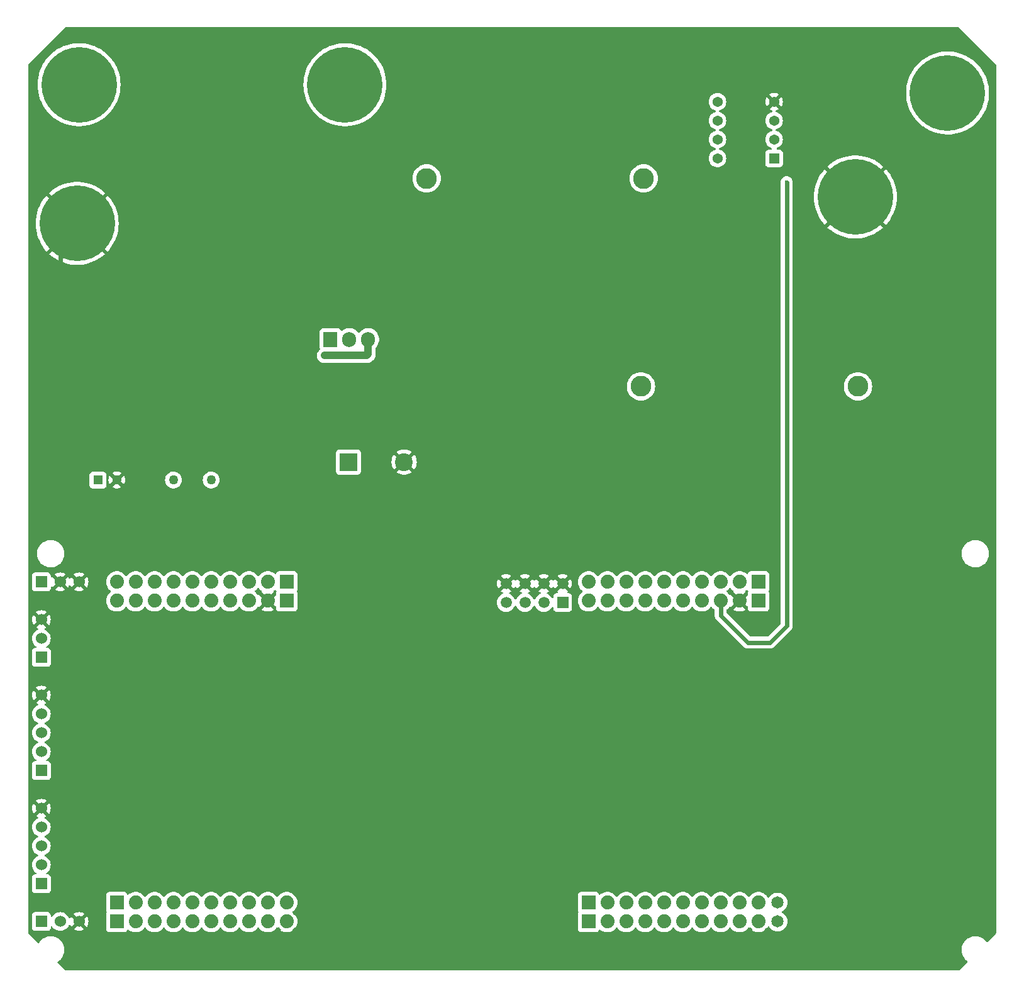
<source format=gbr>
%TF.GenerationSoftware,KiCad,Pcbnew,8.0.8*%
%TF.CreationDate,2025-03-01T14:31:09-05:00*%
%TF.ProjectId,MyFirstBuck,4d794669-7273-4744-9275-636b2e6b6963,rev?*%
%TF.SameCoordinates,Original*%
%TF.FileFunction,Copper,L2,Bot*%
%TF.FilePolarity,Positive*%
%FSLAX46Y46*%
G04 Gerber Fmt 4.6, Leading zero omitted, Abs format (unit mm)*
G04 Created by KiCad (PCBNEW 8.0.8) date 2025-03-01 14:31:09*
%MOMM*%
%LPD*%
G01*
G04 APERTURE LIST*
%TA.AperFunction,ComponentPad*%
%ADD10C,1.650000*%
%TD*%
%TA.AperFunction,ComponentPad*%
%ADD11R,1.371600X1.371600*%
%TD*%
%TA.AperFunction,ComponentPad*%
%ADD12C,1.371600*%
%TD*%
%TA.AperFunction,ComponentPad*%
%ADD13R,1.270000X1.270000*%
%TD*%
%TA.AperFunction,ComponentPad*%
%ADD14C,1.270000*%
%TD*%
%TA.AperFunction,ComponentPad*%
%ADD15C,2.800000*%
%TD*%
%TA.AperFunction,ComponentPad*%
%ADD16C,10.160000*%
%TD*%
%TA.AperFunction,ComponentPad*%
%ADD17R,1.905000X2.000000*%
%TD*%
%TA.AperFunction,ComponentPad*%
%ADD18O,1.905000X2.000000*%
%TD*%
%TA.AperFunction,ComponentPad*%
%ADD19R,1.879600X1.879600*%
%TD*%
%TA.AperFunction,ComponentPad*%
%ADD20C,1.879600*%
%TD*%
%TA.AperFunction,ComponentPad*%
%ADD21R,1.524000X1.524000*%
%TD*%
%TA.AperFunction,ComponentPad*%
%ADD22C,1.524000*%
%TD*%
%TA.AperFunction,ComponentPad*%
%ADD23R,1.500000X1.500000*%
%TD*%
%TA.AperFunction,ComponentPad*%
%ADD24C,1.500000*%
%TD*%
%TA.AperFunction,ComponentPad*%
%ADD25R,2.400000X2.400000*%
%TD*%
%TA.AperFunction,ComponentPad*%
%ADD26C,2.400000*%
%TD*%
%TA.AperFunction,ViaPad*%
%ADD27C,0.600000*%
%TD*%
%TA.AperFunction,Conductor*%
%ADD28C,0.600000*%
%TD*%
%TA.AperFunction,Conductor*%
%ADD29C,1.000000*%
%TD*%
G04 APERTURE END LIST*
D10*
%TO.P,REF\u002A\u002A,1*%
%TO.N,N/C*%
X84890000Y-145750000D03*
%TO.P,REF\u002A\u002A,2*%
X84890000Y-143210000D03*
%TO.P,REF\u002A\u002A,3*%
X87430000Y-145750000D03*
%TO.P,REF\u002A\u002A,4*%
X87430000Y-143210000D03*
%TO.P,REF\u002A\u002A,5*%
X89970000Y-145750000D03*
%TO.P,REF\u002A\u002A,6*%
X89970000Y-143210000D03*
%TO.P,REF\u002A\u002A,7*%
X92510000Y-145750000D03*
%TO.P,REF\u002A\u002A,8*%
X92510000Y-143210000D03*
%TO.P,REF\u002A\u002A,9*%
X95050000Y-145750000D03*
%TO.P,REF\u002A\u002A,10*%
X95050000Y-143210000D03*
%TO.P,REF\u002A\u002A,11*%
X97590000Y-145750000D03*
%TO.P,REF\u002A\u002A,12*%
X97590000Y-143210000D03*
%TO.P,REF\u002A\u002A,13*%
X100130000Y-145750000D03*
%TO.P,REF\u002A\u002A,14*%
X100130000Y-143210000D03*
%TO.P,REF\u002A\u002A,15*%
X102670000Y-145750000D03*
%TO.P,REF\u002A\u002A,16*%
X102670000Y-143210000D03*
%TO.P,REF\u002A\u002A,17*%
X105210000Y-145750000D03*
%TO.P,REF\u002A\u002A,18*%
X105210000Y-143210000D03*
%TO.P,REF\u002A\u002A,19*%
X107750000Y-145750000D03*
%TO.P,REF\u002A\u002A,20*%
X107750000Y-143210000D03*
%TD*%
%TO.P,REF\u002A\u002A,1*%
%TO.N,N/C*%
X150930000Y-145790000D03*
%TO.P,REF\u002A\u002A,2*%
X150930000Y-143250000D03*
%TO.P,REF\u002A\u002A,3*%
X153470000Y-145790000D03*
%TO.P,REF\u002A\u002A,4*%
X153470000Y-143250000D03*
%TO.P,REF\u002A\u002A,5*%
X156010000Y-145790000D03*
%TO.P,REF\u002A\u002A,6*%
X156010000Y-143250000D03*
%TO.P,REF\u002A\u002A,7*%
X158550000Y-145790000D03*
%TO.P,REF\u002A\u002A,8*%
X158550000Y-143250000D03*
%TO.P,REF\u002A\u002A,9*%
X161090000Y-145790000D03*
%TO.P,REF\u002A\u002A,10*%
X161090000Y-143250000D03*
%TO.P,REF\u002A\u002A,11*%
X163630000Y-145790000D03*
%TO.P,REF\u002A\u002A,12*%
X163630000Y-143250000D03*
%TO.P,REF\u002A\u002A,13*%
X166170000Y-145790000D03*
%TO.P,REF\u002A\u002A,14*%
X166170000Y-143250000D03*
%TO.P,REF\u002A\u002A,15*%
X168710000Y-145790000D03*
%TO.P,REF\u002A\u002A,16*%
X168710000Y-143250000D03*
%TO.P,REF\u002A\u002A,17*%
X171250000Y-145790000D03*
%TO.P,REF\u002A\u002A,18*%
X171250000Y-143250000D03*
%TO.P,REF\u002A\u002A,19*%
X173790000Y-145790000D03*
%TO.P,REF\u002A\u002A,20*%
X173790000Y-143250000D03*
%TD*%
D11*
%TO.P,U5,1,1OUT*%
%TO.N,/VFILT*%
X173310000Y-43060000D03*
D12*
%TO.P,U5,2,1IN-*%
%TO.N,Net-(U5-1IN-)*%
X173310000Y-40520000D03*
%TO.P,U5,3,1IN+*%
%TO.N,Net-(U5-1IN+)*%
X173310000Y-37980000D03*
%TO.P,U5,4,GND*%
%TO.N,GND*%
X173310000Y-35440000D03*
%TO.P,U5,5,2IN+*%
%TO.N,unconnected-(U5-2IN+-Pad5)*%
X165690000Y-35440000D03*
%TO.P,U5,6,2IN-*%
%TO.N,unconnected-(U5-2IN--Pad6)*%
X165690000Y-37980000D03*
%TO.P,U5,7,2OUT*%
%TO.N,unconnected-(U5-2OUT-Pad7)*%
X165690000Y-40520000D03*
%TO.P,U5,8,VCC*%
%TO.N,+3.3V*%
X165690000Y-43060000D03*
%TD*%
D13*
%TO.P,U4,1,+VIN(VCC)*%
%TO.N,+5V*%
X82305000Y-86361000D03*
D14*
%TO.P,U4,2,-VIN(GGND)*%
%TO.N,GND*%
X84845000Y-86361000D03*
%TO.P,U4,5,-VOUT*%
%TO.N,/VSW*%
X92465000Y-86361000D03*
%TO.P,U4,7,+VOUT*%
%TO.N,/GD/ISO_12*%
X97545000Y-86361000D03*
%TD*%
D15*
%TO.P,L2,1*%
%TO.N,Net-(L1-Pad2)*%
X155395000Y-73750000D03*
%TO.P,L2,2*%
%TO.N,/VOUT*%
X184605000Y-73750000D03*
%TD*%
%TO.P,L1,2*%
%TO.N,Net-(L1-Pad2)*%
X155750000Y-45750000D03*
%TO.P,L1,1*%
%TO.N,/VSW*%
X126540000Y-45750000D03*
%TD*%
D16*
%TO.P,J1,1,Pin_1*%
%TO.N,/PowerStage/VIN*%
X79756000Y-33136000D03*
%TD*%
%TO.P,J2,1,Pin_1*%
%TO.N,GND*%
X184250000Y-48250000D03*
%TD*%
%TO.P,J3,1,Pin_1*%
%TO.N,/VOUT*%
X196665000Y-34256000D03*
%TD*%
%TO.P,J5,1,Pin_1*%
%TO.N,/VSW*%
X115549000Y-33136000D03*
%TD*%
%TO.P,J4,1,Pin_1*%
%TO.N,GND*%
X79502000Y-51816000D03*
%TD*%
D17*
%TO.P,Q1,1,G*%
%TO.N,/VG*%
X113607000Y-67426000D03*
D18*
%TO.P,Q1,2,D*%
%TO.N,/PowerStage/VIN*%
X116147000Y-67426000D03*
%TO.P,Q1,3,S*%
%TO.N,/VSW*%
X118687000Y-67426000D03*
%TD*%
D19*
%TO.P,U2,J1_1,3.3V_J1*%
%TO.N,+3.3V*%
X171196000Y-100076000D03*
D20*
%TO.P,U2,J1_2,GPIO32*%
%TO.N,unconnected-(U2A-GPIO32-PadJ1_2)*%
X168656000Y-100076000D03*
%TO.P,U2,J1_3,GPIO19/SCIRXDB*%
%TO.N,unconnected-(U2A-GPIO19{slash}SCIRXDB-PadJ1_3)*%
X166116000Y-100076000D03*
%TO.P,U2,J1_4,GPIO18/SCITXDB*%
%TO.N,unconnected-(U2A-GPIO18{slash}SCITXDB-PadJ1_4)*%
X163576000Y-100076000D03*
%TO.P,U2,J1_5,GPIO67*%
%TO.N,unconnected-(U2A-GPIO67-PadJ1_5)*%
X161036000Y-100076000D03*
%TO.P,U2,J1_6,GPIO111*%
%TO.N,unconnected-(U2A-GPIO111-PadJ1_6)*%
X158496000Y-100076000D03*
%TO.P,U2,J1_7,GPIO60/SPICLKA*%
%TO.N,unconnected-(U2A-GPIO60{slash}SPICLKA-PadJ1_7)*%
X155956000Y-100076000D03*
%TO.P,U2,J1_8,GPIO22*%
%TO.N,unconnected-(U2A-GPIO22-PadJ1_8)*%
X153416000Y-100076000D03*
%TO.P,U2,J1_9,GPIO105/I2CSCLA*%
%TO.N,unconnected-(U2A-GPIO105{slash}I2CSCLA-PadJ1_9)*%
X150876000Y-100076000D03*
%TO.P,U2,J1_10,GPIO104/I2CSDAA*%
%TO.N,unconnected-(U2A-GPIO104{slash}I2CSDAA-PadJ1_10)*%
X148336000Y-100076000D03*
D19*
%TO.P,U2,J2_1,GPIO29/OPXBAR6*%
%TO.N,unconnected-(U2B-GPIO29{slash}OPXBAR6-PadJ2_1)*%
X148336000Y-145796000D03*
D20*
%TO.P,U2,J2_2,GPIO125/SD1CLK2*%
%TO.N,unconnected-(U2B-GPIO125{slash}SD1CLK2-PadJ2_2)*%
X150876000Y-145796000D03*
%TO.P,U2,J2_3,GPIO124/SD1D2*%
%TO.N,unconnected-(U2B-GPIO124{slash}SD1D2-PadJ2_3)*%
X153416000Y-145796000D03*
%TO.P,U2,J2_4,GPIO59/SPIAMISO*%
%TO.N,unconnected-(U2B-GPIO59{slash}SPIAMISO-PadJ2_4)*%
X155956000Y-145796000D03*
%TO.P,U2,J2_5,GPIO58/SPIAMOSI*%
%TO.N,unconnected-(U2B-GPIO58{slash}SPIAMOSI-PadJ2_5)*%
X158496000Y-145796000D03*
%TO.P,U2,J2_6,~{RESET_J2}*%
%TO.N,unconnected-(U2B-~{RESET_J2}-PadJ2_6)*%
X161036000Y-145796000D03*
%TO.P,U2,J2_7,GPIO122/SD1D1*%
%TO.N,unconnected-(U2B-GPIO122{slash}SD1D1-PadJ2_7)*%
X163576000Y-145796000D03*
%TO.P,U2,J2_8,GPIO123/SD1CLK1*%
%TO.N,unconnected-(U2B-GPIO123{slash}SD1CLK1-PadJ2_8)*%
X166116000Y-145796000D03*
%TO.P,U2,J2_9,GPIO61/SPIACS*%
%TO.N,unconnected-(U2B-GPIO61{slash}SPIACS-PadJ2_9)*%
X168656000Y-145796000D03*
%TO.P,U2,J2_10,GND_J2*%
%TO.N,GND*%
X171196000Y-145796000D03*
D19*
%TO.P,U2,J3_1,+5V_J3*%
%TO.N,unconnected-(U2C-+5V_J3-PadJ3_1)*%
X171196000Y-102616000D03*
D20*
%TO.P,U2,J3_2,GND_J3*%
%TO.N,GND*%
X168656000Y-102616000D03*
%TO.P,U2,J3_3,ADCIN14/ANALOGIN*%
%TO.N,/VFILT*%
X166116000Y-102616000D03*
%TO.P,U2,J3_4,ADCINC3/ANALOGIN*%
%TO.N,unconnected-(U2C-ADCINC3{slash}ANALOGIN-PadJ3_4)*%
X163576000Y-102616000D03*
%TO.P,U2,J3_5,ADCINB3/ANALOGIN*%
%TO.N,unconnected-(U2C-ADCINB3{slash}ANALOGIN-PadJ3_5)*%
X161036000Y-102616000D03*
%TO.P,U2,J3_6,ADCINA3/ANALOGIN*%
%TO.N,unconnected-(U2C-ADCINA3{slash}ANALOGIN-PadJ3_6)*%
X158496000Y-102616000D03*
%TO.P,U2,J3_7,ADCINC2/ANALOGIN*%
%TO.N,unconnected-(U2C-ADCINC2{slash}ANALOGIN-PadJ3_7)*%
X155956000Y-102616000D03*
%TO.P,U2,J3_8,ADCINB2/ANALOGIN*%
%TO.N,unconnected-(U2C-ADCINB2{slash}ANALOGIN-PadJ3_8)*%
X153416000Y-102616000D03*
%TO.P,U2,J3_9,ADCINA2/ANALOGIN*%
%TO.N,unconnected-(U2C-ADCINA2{slash}ANALOGIN-PadJ3_9)*%
X150876000Y-102616000D03*
%TO.P,U2,J3_10,ADCINA0/ANALOGIN(DACA)*%
%TO.N,unconnected-(U2C-ADCINA0{slash}ANALOGIN(DACA)-PadJ3_10)*%
X148336000Y-102616000D03*
D19*
%TO.P,U2,J4_1,PWM/BASED/DAC2*%
%TO.N,unconnected-(U2D-PWM{slash}BASED{slash}DAC2-PadJ4_1)*%
X148336000Y-143256000D03*
D20*
%TO.P,U2,J4_2,PWM/BASED/DAC1*%
%TO.N,unconnected-(U2D-PWM{slash}BASED{slash}DAC1-PadJ4_2)*%
X150876000Y-143256000D03*
%TO.P,U2,J4_3,GPIO16/OPXBAR7*%
%TO.N,unconnected-(U2D-GPIO16{slash}OPXBAR7-PadJ4_3)*%
X153416000Y-143256000D03*
%TO.P,U2,J4_4,GPIO24/OPXBAR1*%
%TO.N,unconnected-(U2D-GPIO24{slash}OPXBAR1-PadJ4_4)*%
X155956000Y-143256000D03*
%TO.P,U2,J4_5,GPIO5/PWMOUT3B*%
%TO.N,unconnected-(U2D-GPIO5{slash}PWMOUT3B-PadJ4_5)*%
X158496000Y-143256000D03*
%TO.P,U2,J4_6,GPIO4/PWMOUT3A*%
%TO.N,unconnected-(U2D-GPIO4{slash}PWMOUT3A-PadJ4_6)*%
X161036000Y-143256000D03*
%TO.P,U2,J4_7,GPIO3/PWMOUT2B*%
%TO.N,unconnected-(U2D-GPIO3{slash}PWMOUT2B-PadJ4_7)*%
X163576000Y-143256000D03*
%TO.P,U2,J4_8,GPIO2//PWMOUT2A*%
%TO.N,unconnected-(U2D-GPIO2{slash}{slash}PWMOUT2A-PadJ4_8)*%
X166116000Y-143256000D03*
%TO.P,U2,J4_9,GPIO1/PWMOUT1B*%
%TO.N,unconnected-(U2D-GPIO1{slash}PWMOUT1B-PadJ4_9)*%
X168656000Y-143256000D03*
%TO.P,U2,J4_10,GPIO0/PWMOUT1A*%
%TO.N,unconnected-(U2D-GPIO0{slash}PWMOUT1A-PadJ4_10)*%
X171196000Y-143256000D03*
D19*
%TO.P,U2,J5_1,3.3V_J5*%
%TO.N,unconnected-(U2E-3.3V_J5-PadJ5_1)*%
X107696000Y-100076000D03*
D20*
%TO.P,U2,J5_2,GPIO95*%
%TO.N,unconnected-(U2E-GPIO95-PadJ5_2)*%
X105156000Y-100076000D03*
%TO.P,U2,J5_3,GPIO139/SCICRX*%
%TO.N,unconnected-(U2E-GPIO139{slash}SCICRX-PadJ5_3)*%
X102616000Y-100076000D03*
%TO.P,U2,J5_4,GPIO56/SCICIX*%
%TO.N,unconnected-(U2E-GPIO56{slash}SCICIX-PadJ5_4)*%
X100076000Y-100076000D03*
%TO.P,U2,J5_5,GPIO97*%
%TO.N,unconnected-(U2E-GPIO97-PadJ5_5)*%
X97536000Y-100076000D03*
%TO.P,U2,J5_6,GPIO94*%
%TO.N,unconnected-(U2E-GPIO94-PadJ5_6)*%
X94996000Y-100076000D03*
%TO.P,U2,J5_7,GPIO65/SPIBCLK*%
%TO.N,unconnected-(U2E-GPIO65{slash}SPIBCLK-PadJ5_7)*%
X92456000Y-100076000D03*
%TO.P,U2,J5_8,GPIO52*%
%TO.N,unconnected-(U2E-GPIO52-PadJ5_8)*%
X89916000Y-100076000D03*
%TO.P,U2,J5_9,GPIO41/I2CSCLB/J5*%
%TO.N,unconnected-(U2E-GPIO41{slash}I2CSCLB{slash}J5-PadJ5_9)*%
X87376000Y-100076000D03*
%TO.P,U2,J5_10,GPIO40/I2CSDAB/J5*%
%TO.N,unconnected-(U2E-GPIO40{slash}I2CSDAB{slash}J5-PadJ5_10)*%
X84836000Y-100076000D03*
D19*
%TO.P,U2,J6_1,GPIO25/OPXBAR2*%
%TO.N,unconnected-(U2F-GPIO25{slash}OPXBAR2-PadJ6_1)*%
X84836000Y-145796000D03*
D20*
%TO.P,U2,J6_2,GPIO27/SD2CLK2*%
%TO.N,unconnected-(U2F-GPIO27{slash}SD2CLK2-PadJ6_2)*%
X87376000Y-145796000D03*
%TO.P,U2,J6_3,GPIO26/SD2D2*%
%TO.N,unconnected-(U2F-GPIO26{slash}SD2D2-PadJ6_3)*%
X89916000Y-145796000D03*
%TO.P,U2,J6_4,GPIO64/SPIBMISO*%
%TO.N,unconnected-(U2F-GPIO64{slash}SPIBMISO-PadJ6_4)*%
X92456000Y-145796000D03*
%TO.P,U2,J6_5,GPIO63/SPIBMOSI*%
%TO.N,unconnected-(U2F-GPIO63{slash}SPIBMOSI-PadJ6_5)*%
X94996000Y-145796000D03*
%TO.P,U2,J6_6,~{RESET_J6}*%
%TO.N,unconnected-(U2F-~{RESET_J6}-PadJ6_6)*%
X97536000Y-145796000D03*
%TO.P,U2,J6_7,GPIO130/SD2D1*%
%TO.N,unconnected-(U2F-GPIO130{slash}SD2D1-PadJ6_7)*%
X100076000Y-145796000D03*
%TO.P,U2,J6_8,GPIO131/SD2CLK1*%
%TO.N,unconnected-(U2F-GPIO131{slash}SD2CLK1-PadJ6_8)*%
X102616000Y-145796000D03*
%TO.P,U2,J6_9,GPIO66/SPIBCS*%
%TO.N,unconnected-(U2F-GPIO66{slash}SPIBCS-PadJ6_9)*%
X105156000Y-145796000D03*
%TO.P,U2,J6_10,GND_J6*%
%TO.N,GND*%
X107696000Y-145796000D03*
D19*
%TO.P,U2,J7_1,+5V_J7*%
%TO.N,+5V*%
X107696000Y-102616000D03*
D20*
%TO.P,U2,J7_2,GND_J7*%
%TO.N,GND*%
X105156000Y-102616000D03*
%TO.P,U2,J7_3,ADCIN15/ANALOGIN*%
%TO.N,unconnected-(U2G-ADCIN15{slash}ANALOGIN-PadJ7_3)*%
X102616000Y-102616000D03*
%TO.P,U2,J7_4,ADCINC5/ANALOGIN*%
%TO.N,unconnected-(U2G-ADCINC5{slash}ANALOGIN-PadJ7_4)*%
X100076000Y-102616000D03*
%TO.P,U2,J7_5,ADCINB5/ANALOGIN*%
%TO.N,unconnected-(U2G-ADCINB5{slash}ANALOGIN-PadJ7_5)*%
X97536000Y-102616000D03*
%TO.P,U2,J7_6,ADCINA5/ANALOGIN*%
%TO.N,unconnected-(U2G-ADCINA5{slash}ANALOGIN-PadJ7_6)*%
X94996000Y-102616000D03*
%TO.P,U2,J7_7,ADCINC4/ANALOGIN*%
%TO.N,unconnected-(U2G-ADCINC4{slash}ANALOGIN-PadJ7_7)*%
X92456000Y-102616000D03*
%TO.P,U2,J7_8,ADCINB4/ANALOGIN*%
%TO.N,unconnected-(U2G-ADCINB4{slash}ANALOGIN-PadJ7_8)*%
X89916000Y-102616000D03*
%TO.P,U2,J7_9,ADCINA4/ANALOGIN*%
%TO.N,unconnected-(U2G-ADCINA4{slash}ANALOGIN-PadJ7_9)*%
X87376000Y-102616000D03*
%TO.P,U2,J7_10,ADCINA1/ANALOGIN(DACB)*%
%TO.N,unconnected-(U2G-ADCINA1{slash}ANALOGIN(DACB)-PadJ7_10)*%
X84836000Y-102616000D03*
D19*
%TO.P,U2,J8_1,PWM/BASED/DAC4*%
%TO.N,unconnected-(U2H-PWM{slash}BASED{slash}DAC4-PadJ8_1)*%
X84836000Y-143256000D03*
D20*
%TO.P,U2,J8_2,PWM/BASED/DAC3*%
%TO.N,unconnected-(U2H-PWM{slash}BASED{slash}DAC3-PadJ8_2)*%
X87376000Y-143256000D03*
%TO.P,U2,J8_3,GPIO15/OPXBAR4*%
%TO.N,unconnected-(U2H-GPIO15{slash}OPXBAR4-PadJ8_3)*%
X89916000Y-143256000D03*
%TO.P,U2,J8_4,GPIO14/OPXBAR3*%
%TO.N,unconnected-(U2H-GPIO14{slash}OPXBAR3-PadJ8_4)*%
X92456000Y-143256000D03*
%TO.P,U2,J8_5,GPIO11/PWMOUT6B*%
%TO.N,/PWM*%
X94996000Y-143256000D03*
%TO.P,U2,J8_6,GPIO10/PWMOUT6A*%
%TO.N,unconnected-(U2H-GPIO10{slash}PWMOUT6A-PadJ8_6)*%
X97536000Y-143256000D03*
%TO.P,U2,J8_7,GPIO9/PWMOUT5B*%
%TO.N,unconnected-(U2H-GPIO9{slash}PWMOUT5B-PadJ8_7)*%
X100076000Y-143256000D03*
%TO.P,U2,J8_8,GPIO8/PWMOUT5A*%
%TO.N,unconnected-(U2H-GPIO8{slash}PWMOUT5A-PadJ8_8)*%
X102616000Y-143256000D03*
%TO.P,U2,J8_9,GPIO7/PWMOUT4B*%
%TO.N,unconnected-(U2H-GPIO7{slash}PWMOUT4B-PadJ8_9)*%
X105156000Y-143256000D03*
%TO.P,U2,J8_10,GPIO6/PWMOUT4A*%
%TO.N,unconnected-(U2H-GPIO6{slash}PWMOUT4A-PadJ8_10)*%
X107696000Y-143256000D03*
D21*
%TO.P,U2,J10_1,+3V_J10*%
%TO.N,unconnected-(U2I-+3V_J10-PadJ10_1)*%
X74676000Y-145796000D03*
D22*
%TO.P,U2,J10_2,GND_J10*%
%TO.N,unconnected-(U2I-GND_J10-PadJ10_2)*%
X77216000Y-145796000D03*
%TO.P,U2,J10_3,GND_J10__1*%
%TO.N,GND*%
X79756000Y-145796000D03*
D21*
%TO.P,U2,J12_1,CANH*%
%TO.N,unconnected-(U2J-CANH-PadJ12_1)*%
X74676000Y-110236000D03*
D22*
%TO.P,U2,J12_2,CANL*%
%TO.N,unconnected-(U2J-CANL-PadJ12_2)*%
X74676000Y-107696000D03*
%TO.P,U2,J12_3,GND_J12*%
%TO.N,GND*%
X74676000Y-105156000D03*
D21*
%TO.P,U2,J14_1,EQEP1A*%
%TO.N,unconnected-(U2K-EQEP1A-PadJ14_1)*%
X74676000Y-140716000D03*
D22*
%TO.P,U2,J14_2,EQEP1B*%
%TO.N,unconnected-(U2K-EQEP1B-PadJ14_2)*%
X74676000Y-138176000D03*
%TO.P,U2,J14_3,EQEP1I*%
%TO.N,unconnected-(U2K-EQEP1I-PadJ14_3)*%
X74676000Y-135636000D03*
%TO.P,U2,J14_4,+5V_J14*%
%TO.N,unconnected-(U2K-+5V_J14-PadJ14_4)*%
X74676000Y-133096000D03*
%TO.P,U2,J14_5,GND_J14*%
%TO.N,GND*%
X74676000Y-130556000D03*
D21*
%TO.P,U2,J15_1,EQEP2A*%
%TO.N,unconnected-(U2L-EQEP2A-PadJ15_1)*%
X74676000Y-125476000D03*
D22*
%TO.P,U2,J15_2,EQEP2B*%
%TO.N,unconnected-(U2L-EQEP2B-PadJ15_2)*%
X74676000Y-122936000D03*
%TO.P,U2,J15_3,EQEP2I*%
%TO.N,unconnected-(U2L-EQEP2I-PadJ15_3)*%
X74676000Y-120396000D03*
%TO.P,U2,J15_4,+5V_J15*%
%TO.N,unconnected-(U2L-+5V_J15-PadJ15_4)*%
X74676000Y-117856000D03*
%TO.P,U2,J15_5,GND_J15*%
%TO.N,GND*%
X74676000Y-115316000D03*
D21*
%TO.P,U2,J16_1,+5V_J16*%
%TO.N,unconnected-(U2N-+5V_J16-PadJ16_1)*%
X74676000Y-100076000D03*
D22*
%TO.P,U2,J16_2,GND_J16*%
%TO.N,GND*%
X77216000Y-100076000D03*
%TO.P,U2,J16_3,GND_J16__1*%
X79756000Y-100076000D03*
D23*
%TO.P,U2,J21_1,ADCIND0*%
%TO.N,unconnected-(U2M-ADCIND0-PadJ21_1)*%
X144852000Y-102850000D03*
D24*
%TO.P,U2,J21_2,TP21/GND*%
%TO.N,GND*%
X144852000Y-100310000D03*
%TO.P,U2,J21_3,ADCIND1*%
%TO.N,unconnected-(U2M-ADCIND1-PadJ21_3)*%
X142312000Y-102850000D03*
%TO.P,U2,J21_4,TP22/GND*%
%TO.N,GND*%
X142312000Y-100310000D03*
%TO.P,U2,J21_5,ADCIND2*%
%TO.N,unconnected-(U2M-ADCIND2-PadJ21_5)*%
X139772000Y-102850000D03*
%TO.P,U2,J21_6,TP23/GND*%
%TO.N,GND*%
X139772000Y-100310000D03*
%TO.P,U2,J21_7,ADCIND3*%
%TO.N,unconnected-(U2M-ADCIND3-PadJ21_7)*%
X137232000Y-102850000D03*
%TO.P,U2,J21_8,TP24/GND*%
%TO.N,GND*%
X137232000Y-100310000D03*
%TD*%
D25*
%TO.P,C3,1*%
%TO.N,/PowerStage/VIN*%
X116013000Y-83936000D03*
D26*
%TO.P,C3,2*%
%TO.N,GND*%
X123513000Y-83936000D03*
%TD*%
D27*
%TO.N,GND*%
X76000000Y-74000000D03*
%TO.N,/VFILT*%
X175000000Y-46250000D03*
%TO.N,GND*%
X81026000Y-77978000D03*
%TO.N,/VSW*%
X112776000Y-69596000D03*
%TD*%
D28*
%TO.N,GND*%
X77250000Y-54068000D02*
X79502000Y-51816000D01*
X77250000Y-72750000D02*
X77250000Y-54068000D01*
X76000000Y-74000000D02*
X77250000Y-72750000D01*
X81772000Y-77978000D02*
X84750000Y-75000000D01*
X81026000Y-77978000D02*
X81772000Y-77978000D01*
%TO.N,/VFILT*%
X175000000Y-106000000D02*
X175000000Y-46250000D01*
X172750000Y-108250000D02*
X175000000Y-106000000D01*
X169750000Y-108250000D02*
X172750000Y-108250000D01*
X166116000Y-104616000D02*
X169750000Y-108250000D01*
X166116000Y-102616000D02*
X166116000Y-104616000D01*
D29*
%TO.N,/VSW*%
X118517000Y-69596000D02*
X112776000Y-69596000D01*
X118687000Y-69426000D02*
X118517000Y-69596000D01*
X118687000Y-67426000D02*
X118687000Y-69426000D01*
%TD*%
%TA.AperFunction,Conductor*%
%TO.N,GND*%
G36*
X167467904Y-100899071D02*
G01*
X167489809Y-100924350D01*
X167515506Y-100963682D01*
X167677168Y-101139295D01*
X167753965Y-101199068D01*
X167817427Y-101248462D01*
X167858240Y-101305173D01*
X167861915Y-101374946D01*
X167829006Y-101432610D01*
X167828840Y-101435287D01*
X168520058Y-102126504D01*
X168459919Y-102142619D01*
X168344080Y-102209498D01*
X168249498Y-102304080D01*
X168182619Y-102419919D01*
X168166504Y-102480057D01*
X167476057Y-101789609D01*
X167463366Y-101790925D01*
X167436955Y-101813464D01*
X167367723Y-101822885D01*
X167304388Y-101793381D01*
X167282488Y-101768105D01*
X167282192Y-101767652D01*
X167256494Y-101728318D01*
X167094832Y-101552705D01*
X166954978Y-101443853D01*
X166914166Y-101387143D01*
X166910491Y-101317370D01*
X166945122Y-101256687D01*
X166954979Y-101248146D01*
X167094832Y-101139295D01*
X167256494Y-100963682D01*
X167282191Y-100924350D01*
X167335337Y-100878993D01*
X167404568Y-100869569D01*
X167467904Y-100899071D01*
G37*
%TD.AperFunction*%
%TA.AperFunction,Conductor*%
G36*
X169738326Y-101150600D02*
G01*
X169788651Y-101199068D01*
X169797136Y-101217196D01*
X169812402Y-101258128D01*
X169812405Y-101258134D01*
X169822554Y-101271691D01*
X169846970Y-101337155D01*
X169832117Y-101405428D01*
X169822554Y-101420309D01*
X169812405Y-101433865D01*
X169812402Y-101433871D01*
X169762108Y-101568717D01*
X169755701Y-101628316D01*
X169755701Y-101628323D01*
X169755700Y-101628335D01*
X169755700Y-101818491D01*
X169736015Y-101885530D01*
X169719381Y-101906172D01*
X169145495Y-102480057D01*
X169129381Y-102419919D01*
X169062502Y-102304080D01*
X168967920Y-102209498D01*
X168852081Y-102142619D01*
X168791941Y-102126504D01*
X169483159Y-101435287D01*
X169482685Y-101427653D01*
X169453757Y-101387456D01*
X169450085Y-101317683D01*
X169484718Y-101257000D01*
X169494559Y-101248473D01*
X169604794Y-101162674D01*
X169669786Y-101137033D01*
X169738326Y-101150600D01*
G37*
%TD.AperFunction*%
%TA.AperFunction,Conductor*%
G36*
X139306075Y-100502993D02*
G01*
X139371901Y-100617007D01*
X139464993Y-100710099D01*
X139579007Y-100775925D01*
X139642590Y-100792962D01*
X139082427Y-101353124D01*
X139144613Y-101396667D01*
X139144615Y-101396668D01*
X139296174Y-101467341D01*
X139348614Y-101513513D01*
X139367766Y-101580706D01*
X139347551Y-101647588D01*
X139296176Y-101692105D01*
X139144358Y-101762900D01*
X139144357Y-101762900D01*
X138965121Y-101888402D01*
X138810402Y-102043121D01*
X138684900Y-102222357D01*
X138684898Y-102222361D01*
X138614382Y-102373583D01*
X138568209Y-102426022D01*
X138501016Y-102445174D01*
X138434135Y-102424958D01*
X138389618Y-102373583D01*
X138357208Y-102304080D01*
X138319102Y-102222362D01*
X138319100Y-102222359D01*
X138319099Y-102222357D01*
X138193599Y-102043124D01*
X138142991Y-101992516D01*
X138038877Y-101888402D01*
X137897786Y-101789609D01*
X137859638Y-101762897D01*
X137707824Y-101692105D01*
X137655385Y-101645932D01*
X137636233Y-101578739D01*
X137656449Y-101511858D01*
X137707825Y-101467340D01*
X137859388Y-101396666D01*
X137921571Y-101353124D01*
X137361410Y-100792962D01*
X137424993Y-100775925D01*
X137539007Y-100710099D01*
X137632099Y-100617007D01*
X137697925Y-100502993D01*
X137714962Y-100439409D01*
X138275124Y-100999570D01*
X138318668Y-100937385D01*
X138318669Y-100937383D01*
X138389618Y-100785233D01*
X138435790Y-100732793D01*
X138502983Y-100713641D01*
X138569865Y-100733856D01*
X138614382Y-100785232D01*
X138685333Y-100937387D01*
X138728874Y-100999571D01*
X139289037Y-100439408D01*
X139306075Y-100502993D01*
G37*
%TD.AperFunction*%
%TA.AperFunction,Conductor*%
G36*
X141846075Y-100502993D02*
G01*
X141911901Y-100617007D01*
X142004993Y-100710099D01*
X142119007Y-100775925D01*
X142182590Y-100792962D01*
X141622427Y-101353124D01*
X141684613Y-101396667D01*
X141684615Y-101396668D01*
X141836174Y-101467341D01*
X141888614Y-101513513D01*
X141907766Y-101580706D01*
X141887551Y-101647588D01*
X141836176Y-101692105D01*
X141684358Y-101762900D01*
X141684357Y-101762900D01*
X141505121Y-101888402D01*
X141350402Y-102043121D01*
X141224900Y-102222357D01*
X141224898Y-102222361D01*
X141154382Y-102373583D01*
X141108209Y-102426022D01*
X141041016Y-102445174D01*
X140974135Y-102424958D01*
X140929618Y-102373583D01*
X140897208Y-102304080D01*
X140859102Y-102222362D01*
X140859100Y-102222359D01*
X140859099Y-102222357D01*
X140733599Y-102043124D01*
X140682991Y-101992516D01*
X140578877Y-101888402D01*
X140437786Y-101789609D01*
X140399638Y-101762897D01*
X140247824Y-101692105D01*
X140195385Y-101645932D01*
X140176233Y-101578739D01*
X140196449Y-101511858D01*
X140247825Y-101467340D01*
X140399388Y-101396666D01*
X140461571Y-101353124D01*
X139901410Y-100792962D01*
X139964993Y-100775925D01*
X140079007Y-100710099D01*
X140172099Y-100617007D01*
X140237925Y-100502993D01*
X140254962Y-100439409D01*
X140815124Y-100999570D01*
X140858668Y-100937385D01*
X140858669Y-100937383D01*
X140929618Y-100785233D01*
X140975790Y-100732793D01*
X141042983Y-100713641D01*
X141109865Y-100733856D01*
X141154382Y-100785232D01*
X141225333Y-100937387D01*
X141268874Y-100999571D01*
X141829037Y-100439408D01*
X141846075Y-100502993D01*
G37*
%TD.AperFunction*%
%TA.AperFunction,Conductor*%
G36*
X144386075Y-100502993D02*
G01*
X144451901Y-100617007D01*
X144544993Y-100710099D01*
X144659007Y-100775925D01*
X144722590Y-100792962D01*
X144162427Y-101353124D01*
X144192134Y-101373925D01*
X144235759Y-101428502D01*
X144242953Y-101498000D01*
X144211430Y-101560355D01*
X144151201Y-101595769D01*
X144121013Y-101599500D01*
X144054130Y-101599500D01*
X144054123Y-101599501D01*
X143994516Y-101605908D01*
X143859671Y-101656202D01*
X143859664Y-101656206D01*
X143744455Y-101742452D01*
X143744452Y-101742455D01*
X143658206Y-101857664D01*
X143658202Y-101857671D01*
X143607908Y-101992517D01*
X143602468Y-102043121D01*
X143601501Y-102052123D01*
X143601500Y-102052135D01*
X143601500Y-102118138D01*
X143581815Y-102185177D01*
X143529011Y-102230932D01*
X143459853Y-102240876D01*
X143396297Y-102211851D01*
X143375925Y-102189261D01*
X143273599Y-102043124D01*
X143222991Y-101992516D01*
X143118877Y-101888402D01*
X142977786Y-101789609D01*
X142939638Y-101762897D01*
X142787824Y-101692105D01*
X142735385Y-101645932D01*
X142716233Y-101578739D01*
X142736449Y-101511858D01*
X142787825Y-101467340D01*
X142939388Y-101396666D01*
X143001571Y-101353124D01*
X142441410Y-100792962D01*
X142504993Y-100775925D01*
X142619007Y-100710099D01*
X142712099Y-100617007D01*
X142777925Y-100502993D01*
X142794962Y-100439409D01*
X143355124Y-100999570D01*
X143398668Y-100937385D01*
X143398669Y-100937383D01*
X143469618Y-100785233D01*
X143515790Y-100732793D01*
X143582983Y-100713641D01*
X143649865Y-100733856D01*
X143694382Y-100785232D01*
X143765333Y-100937387D01*
X143808874Y-100999571D01*
X144369037Y-100439408D01*
X144386075Y-100502993D01*
G37*
%TD.AperFunction*%
%TA.AperFunction,Conductor*%
G36*
X103967904Y-100899071D02*
G01*
X103989809Y-100924350D01*
X104015506Y-100963682D01*
X104177168Y-101139295D01*
X104253965Y-101199068D01*
X104317427Y-101248462D01*
X104358240Y-101305173D01*
X104361915Y-101374946D01*
X104329006Y-101432610D01*
X104328840Y-101435287D01*
X105020058Y-102126504D01*
X104959919Y-102142619D01*
X104844080Y-102209498D01*
X104749498Y-102304080D01*
X104682619Y-102419919D01*
X104666504Y-102480057D01*
X103976057Y-101789609D01*
X103963366Y-101790925D01*
X103936955Y-101813464D01*
X103867723Y-101822885D01*
X103804388Y-101793381D01*
X103782488Y-101768105D01*
X103782192Y-101767652D01*
X103756494Y-101728318D01*
X103594832Y-101552705D01*
X103454978Y-101443853D01*
X103414166Y-101387143D01*
X103410491Y-101317370D01*
X103445122Y-101256687D01*
X103454979Y-101248146D01*
X103594832Y-101139295D01*
X103756494Y-100963682D01*
X103782191Y-100924350D01*
X103835337Y-100878993D01*
X103904568Y-100869569D01*
X103967904Y-100899071D01*
G37*
%TD.AperFunction*%
%TA.AperFunction,Conductor*%
G36*
X106238326Y-101150600D02*
G01*
X106288651Y-101199068D01*
X106297136Y-101217196D01*
X106312402Y-101258128D01*
X106312405Y-101258134D01*
X106322554Y-101271691D01*
X106346970Y-101337155D01*
X106332117Y-101405428D01*
X106322554Y-101420309D01*
X106312405Y-101433865D01*
X106312402Y-101433871D01*
X106262108Y-101568717D01*
X106255701Y-101628316D01*
X106255701Y-101628323D01*
X106255700Y-101628335D01*
X106255700Y-101818491D01*
X106236015Y-101885530D01*
X106219381Y-101906172D01*
X105645495Y-102480057D01*
X105629381Y-102419919D01*
X105562502Y-102304080D01*
X105467920Y-102209498D01*
X105352081Y-102142619D01*
X105291941Y-102126504D01*
X105983159Y-101435287D01*
X105982685Y-101427653D01*
X105953757Y-101387456D01*
X105950085Y-101317683D01*
X105984718Y-101257000D01*
X105994559Y-101248473D01*
X106104794Y-101162674D01*
X106169786Y-101137033D01*
X106238326Y-101150600D01*
G37*
%TD.AperFunction*%
%TA.AperFunction,Conductor*%
G36*
X198215677Y-25419685D02*
G01*
X198236319Y-25436319D01*
X203163681Y-30363681D01*
X203197166Y-30425004D01*
X203200000Y-30451362D01*
X203200000Y-147348637D01*
X203180315Y-147415676D01*
X203163681Y-147436318D01*
X202072152Y-148527846D01*
X202010829Y-148561331D01*
X201941137Y-148556347D01*
X201886095Y-148515651D01*
X201790848Y-148391523D01*
X201790842Y-148391516D01*
X201620483Y-148221157D01*
X201620476Y-148221151D01*
X201429336Y-148074485D01*
X201429334Y-148074483D01*
X201429329Y-148074480D01*
X201220671Y-147954011D01*
X201220662Y-147954006D01*
X200998073Y-147861808D01*
X200765341Y-147799447D01*
X200526470Y-147768000D01*
X200526469Y-147768000D01*
X200285531Y-147768000D01*
X200285530Y-147768000D01*
X200046658Y-147799447D01*
X199813926Y-147861808D01*
X199591337Y-147954006D01*
X199591328Y-147954011D01*
X199465644Y-148026575D01*
X199382671Y-148074480D01*
X199382668Y-148074481D01*
X199382663Y-148074485D01*
X199191523Y-148221151D01*
X199191516Y-148221157D01*
X199021157Y-148391516D01*
X199021151Y-148391523D01*
X198874485Y-148582663D01*
X198754011Y-148791328D01*
X198754006Y-148791337D01*
X198661808Y-149013926D01*
X198599447Y-149246658D01*
X198568000Y-149485530D01*
X198568000Y-149726469D01*
X198599447Y-149965341D01*
X198661808Y-150198073D01*
X198754006Y-150420662D01*
X198754011Y-150420671D01*
X198874480Y-150629329D01*
X198874483Y-150629334D01*
X198874485Y-150629336D01*
X199021151Y-150820476D01*
X199021157Y-150820483D01*
X199191516Y-150990842D01*
X199191523Y-150990848D01*
X199315651Y-151086095D01*
X199356854Y-151142523D01*
X199361009Y-151212269D01*
X199327846Y-151272152D01*
X198236319Y-152363681D01*
X198174996Y-152397166D01*
X198148638Y-152400000D01*
X77949362Y-152400000D01*
X77882323Y-152380315D01*
X77861681Y-152363681D01*
X76871970Y-151373970D01*
X76838485Y-151312647D01*
X76843469Y-151242955D01*
X76885341Y-151187022D01*
X76897629Y-151178915D01*
X76969329Y-151137520D01*
X77160478Y-150990847D01*
X77330847Y-150820478D01*
X77477520Y-150629329D01*
X77597989Y-150420671D01*
X77690192Y-150198073D01*
X77752552Y-149965345D01*
X77784000Y-149726469D01*
X77784000Y-149485531D01*
X77752552Y-149246655D01*
X77690192Y-149013927D01*
X77647734Y-148911424D01*
X77597993Y-148791337D01*
X77597988Y-148791328D01*
X77477520Y-148582671D01*
X77330847Y-148391522D01*
X77330842Y-148391516D01*
X77160483Y-148221157D01*
X77160476Y-148221151D01*
X76969336Y-148074485D01*
X76969334Y-148074483D01*
X76969329Y-148074480D01*
X76760671Y-147954011D01*
X76760662Y-147954006D01*
X76538073Y-147861808D01*
X76305341Y-147799447D01*
X76066470Y-147768000D01*
X76066469Y-147768000D01*
X75825531Y-147768000D01*
X75825530Y-147768000D01*
X75586658Y-147799447D01*
X75353926Y-147861808D01*
X75131337Y-147954006D01*
X75131328Y-147954011D01*
X75005644Y-148026575D01*
X74922671Y-148074480D01*
X74922668Y-148074481D01*
X74922663Y-148074485D01*
X74731523Y-148221151D01*
X74731516Y-148221157D01*
X74561157Y-148391516D01*
X74561151Y-148391523D01*
X74414485Y-148582663D01*
X74373097Y-148654349D01*
X74322529Y-148702564D01*
X74253922Y-148715786D01*
X74189057Y-148689818D01*
X74178029Y-148680029D01*
X72934319Y-147436319D01*
X72900834Y-147374996D01*
X72898000Y-147348638D01*
X72898000Y-144986135D01*
X73413500Y-144986135D01*
X73413500Y-146605870D01*
X73413501Y-146605876D01*
X73419908Y-146665483D01*
X73470202Y-146800328D01*
X73470206Y-146800335D01*
X73556452Y-146915544D01*
X73556455Y-146915547D01*
X73671664Y-147001793D01*
X73671671Y-147001797D01*
X73806517Y-147052091D01*
X73806516Y-147052091D01*
X73813444Y-147052835D01*
X73866127Y-147058500D01*
X75485872Y-147058499D01*
X75545483Y-147052091D01*
X75680331Y-147001796D01*
X75795546Y-146915546D01*
X75881796Y-146800331D01*
X75932091Y-146665483D01*
X75938500Y-146605873D01*
X75938499Y-146565920D01*
X75958182Y-146498884D01*
X76010985Y-146453128D01*
X76080143Y-146443183D01*
X76143700Y-146472206D01*
X76164073Y-146494796D01*
X76245174Y-146610620D01*
X76245175Y-146610621D01*
X76401378Y-146766824D01*
X76401384Y-146766829D01*
X76582333Y-146893531D01*
X76582335Y-146893532D01*
X76582338Y-146893534D01*
X76782550Y-146986894D01*
X76995932Y-147044070D01*
X77153123Y-147057822D01*
X77215998Y-147063323D01*
X77216000Y-147063323D01*
X77216002Y-147063323D01*
X77271151Y-147058498D01*
X77436068Y-147044070D01*
X77649450Y-146986894D01*
X77849662Y-146893534D01*
X78030620Y-146766826D01*
X78186826Y-146610620D01*
X78313534Y-146429662D01*
X78373894Y-146300218D01*
X78420066Y-146247779D01*
X78487259Y-146228627D01*
X78554141Y-146248843D01*
X78598658Y-146300219D01*
X78658898Y-146429405D01*
X78658901Y-146429411D01*
X78704258Y-146494187D01*
X78704258Y-146494188D01*
X79266504Y-145931941D01*
X79282619Y-145992081D01*
X79349498Y-146107920D01*
X79444080Y-146202502D01*
X79559919Y-146269381D01*
X79620057Y-146285494D01*
X79057810Y-146847740D01*
X79122590Y-146893099D01*
X79122592Y-146893100D01*
X79322715Y-146986419D01*
X79322729Y-146986424D01*
X79536013Y-147043573D01*
X79536023Y-147043575D01*
X79755999Y-147062821D01*
X79756001Y-147062821D01*
X79975976Y-147043575D01*
X79975986Y-147043573D01*
X80189270Y-146986424D01*
X80189284Y-146986419D01*
X80389407Y-146893100D01*
X80389417Y-146893094D01*
X80454188Y-146847741D01*
X79891942Y-146285494D01*
X79952081Y-146269381D01*
X80067920Y-146202502D01*
X80162502Y-146107920D01*
X80229381Y-145992081D01*
X80245495Y-145931942D01*
X80807741Y-146494188D01*
X80853094Y-146429417D01*
X80853100Y-146429407D01*
X80946419Y-146229284D01*
X80946424Y-146229270D01*
X81003573Y-146015986D01*
X81003575Y-146015976D01*
X81022821Y-145796000D01*
X81022821Y-145795999D01*
X81003575Y-145576023D01*
X81003573Y-145576013D01*
X80946424Y-145362729D01*
X80946420Y-145362720D01*
X80853096Y-145162586D01*
X80807741Y-145097811D01*
X80807740Y-145097810D01*
X80245494Y-145660056D01*
X80229381Y-145599919D01*
X80162502Y-145484080D01*
X80067920Y-145389498D01*
X79952081Y-145322619D01*
X79891941Y-145306504D01*
X80454188Y-144744258D01*
X80389411Y-144698901D01*
X80389405Y-144698898D01*
X80189284Y-144605580D01*
X80189270Y-144605575D01*
X79975986Y-144548426D01*
X79975976Y-144548424D01*
X79756001Y-144529179D01*
X79755999Y-144529179D01*
X79536023Y-144548424D01*
X79536013Y-144548426D01*
X79322729Y-144605575D01*
X79322720Y-144605579D01*
X79122590Y-144698901D01*
X79057811Y-144744258D01*
X79620058Y-145306504D01*
X79559919Y-145322619D01*
X79444080Y-145389498D01*
X79349498Y-145484080D01*
X79282619Y-145599919D01*
X79266504Y-145660057D01*
X78704258Y-145097811D01*
X78658901Y-145162590D01*
X78598658Y-145291781D01*
X78552485Y-145344220D01*
X78485292Y-145363372D01*
X78418411Y-145343156D01*
X78373894Y-145291781D01*
X78313534Y-145162340D01*
X78313533Y-145162338D01*
X78287191Y-145124718D01*
X78207757Y-145011273D01*
X78186827Y-144981381D01*
X78113761Y-144908315D01*
X78030620Y-144825174D01*
X78030616Y-144825171D01*
X78030615Y-144825170D01*
X77849666Y-144698468D01*
X77849662Y-144698466D01*
X77802457Y-144676454D01*
X77649450Y-144605106D01*
X77649447Y-144605105D01*
X77649445Y-144605104D01*
X77436070Y-144547930D01*
X77436062Y-144547929D01*
X77216002Y-144528677D01*
X77215998Y-144528677D01*
X76995937Y-144547929D01*
X76995929Y-144547930D01*
X76782554Y-144605104D01*
X76782548Y-144605107D01*
X76582340Y-144698465D01*
X76582338Y-144698466D01*
X76401377Y-144825175D01*
X76245175Y-144981377D01*
X76164074Y-145097203D01*
X76109497Y-145140828D01*
X76039999Y-145148022D01*
X75977644Y-145116499D01*
X75942230Y-145056270D01*
X75938499Y-145026080D01*
X75938499Y-144986129D01*
X75938498Y-144986123D01*
X75938497Y-144986116D01*
X75932091Y-144926517D01*
X75928604Y-144917169D01*
X75881797Y-144791671D01*
X75881793Y-144791664D01*
X75795547Y-144676455D01*
X75795544Y-144676452D01*
X75680335Y-144590206D01*
X75680328Y-144590202D01*
X75545482Y-144539908D01*
X75545483Y-144539908D01*
X75485883Y-144533501D01*
X75485881Y-144533500D01*
X75485873Y-144533500D01*
X75485864Y-144533500D01*
X73866129Y-144533500D01*
X73866123Y-144533501D01*
X73806516Y-144539908D01*
X73671671Y-144590202D01*
X73671664Y-144590206D01*
X73556455Y-144676452D01*
X73556452Y-144676455D01*
X73470206Y-144791664D01*
X73470202Y-144791671D01*
X73419908Y-144926517D01*
X73414010Y-144981380D01*
X73413501Y-144986123D01*
X73413500Y-144986135D01*
X72898000Y-144986135D01*
X72898000Y-142268335D01*
X83395700Y-142268335D01*
X83395700Y-144243670D01*
X83395701Y-144243676D01*
X83402108Y-144303283D01*
X83452402Y-144438128D01*
X83452405Y-144438134D01*
X83462554Y-144451691D01*
X83486970Y-144517155D01*
X83472117Y-144585428D01*
X83462554Y-144600309D01*
X83452405Y-144613865D01*
X83452402Y-144613871D01*
X83402108Y-144748717D01*
X83395701Y-144808316D01*
X83395700Y-144808335D01*
X83395700Y-146783670D01*
X83395701Y-146783676D01*
X83402108Y-146843283D01*
X83452402Y-146978128D01*
X83452406Y-146978135D01*
X83538652Y-147093344D01*
X83538655Y-147093347D01*
X83653864Y-147179593D01*
X83653871Y-147179597D01*
X83788717Y-147229891D01*
X83788716Y-147229891D01*
X83795644Y-147230635D01*
X83848327Y-147236300D01*
X85823672Y-147236299D01*
X85883283Y-147229891D01*
X86018131Y-147179596D01*
X86133346Y-147093346D01*
X86219596Y-146978131D01*
X86234864Y-146937196D01*
X86276735Y-146881262D01*
X86342199Y-146856845D01*
X86410472Y-146871696D01*
X86427203Y-146882672D01*
X86503815Y-146942301D01*
X86584988Y-147005481D01*
X86585531Y-147005903D01*
X86795455Y-147119509D01*
X87021216Y-147197012D01*
X87256653Y-147236300D01*
X87256654Y-147236300D01*
X87495346Y-147236300D01*
X87495347Y-147236300D01*
X87730784Y-147197012D01*
X87956545Y-147119509D01*
X88166469Y-147005903D01*
X88354832Y-146859295D01*
X88516494Y-146683682D01*
X88538478Y-146650032D01*
X88542191Y-146644350D01*
X88595337Y-146598993D01*
X88664568Y-146589569D01*
X88727904Y-146619071D01*
X88749809Y-146644350D01*
X88762126Y-146663202D01*
X88775506Y-146683682D01*
X88937168Y-146859295D01*
X89125531Y-147005903D01*
X89335455Y-147119509D01*
X89561216Y-147197012D01*
X89796653Y-147236300D01*
X89796654Y-147236300D01*
X90035346Y-147236300D01*
X90035347Y-147236300D01*
X90270784Y-147197012D01*
X90496545Y-147119509D01*
X90706469Y-147005903D01*
X90894832Y-146859295D01*
X91056494Y-146683682D01*
X91078478Y-146650032D01*
X91082191Y-146644350D01*
X91135337Y-146598993D01*
X91204568Y-146589569D01*
X91267904Y-146619071D01*
X91289809Y-146644350D01*
X91302126Y-146663202D01*
X91315506Y-146683682D01*
X91477168Y-146859295D01*
X91665531Y-147005903D01*
X91875455Y-147119509D01*
X92101216Y-147197012D01*
X92336653Y-147236300D01*
X92336654Y-147236300D01*
X92575346Y-147236300D01*
X92575347Y-147236300D01*
X92810784Y-147197012D01*
X93036545Y-147119509D01*
X93246469Y-147005903D01*
X93434832Y-146859295D01*
X93596494Y-146683682D01*
X93618478Y-146650032D01*
X93622191Y-146644350D01*
X93675337Y-146598993D01*
X93744568Y-146589569D01*
X93807904Y-146619071D01*
X93829809Y-146644350D01*
X93842126Y-146663202D01*
X93855506Y-146683682D01*
X94017168Y-146859295D01*
X94205531Y-147005903D01*
X94415455Y-147119509D01*
X94641216Y-147197012D01*
X94876653Y-147236300D01*
X94876654Y-147236300D01*
X95115346Y-147236300D01*
X95115347Y-147236300D01*
X95350784Y-147197012D01*
X95576545Y-147119509D01*
X95786469Y-147005903D01*
X95974832Y-146859295D01*
X96136494Y-146683682D01*
X96158478Y-146650032D01*
X96162191Y-146644350D01*
X96215337Y-146598993D01*
X96284568Y-146589569D01*
X96347904Y-146619071D01*
X96369809Y-146644350D01*
X96382126Y-146663202D01*
X96395506Y-146683682D01*
X96557168Y-146859295D01*
X96745531Y-147005903D01*
X96955455Y-147119509D01*
X97181216Y-147197012D01*
X97416653Y-147236300D01*
X97416654Y-147236300D01*
X97655346Y-147236300D01*
X97655347Y-147236300D01*
X97890784Y-147197012D01*
X98116545Y-147119509D01*
X98326469Y-147005903D01*
X98514832Y-146859295D01*
X98676494Y-146683682D01*
X98698478Y-146650032D01*
X98702191Y-146644350D01*
X98755337Y-146598993D01*
X98824568Y-146589569D01*
X98887904Y-146619071D01*
X98909809Y-146644350D01*
X98922126Y-146663202D01*
X98935506Y-146683682D01*
X99097168Y-146859295D01*
X99285531Y-147005903D01*
X99495455Y-147119509D01*
X99721216Y-147197012D01*
X99956653Y-147236300D01*
X99956654Y-147236300D01*
X100195346Y-147236300D01*
X100195347Y-147236300D01*
X100430784Y-147197012D01*
X100656545Y-147119509D01*
X100866469Y-147005903D01*
X101054832Y-146859295D01*
X101216494Y-146683682D01*
X101238478Y-146650032D01*
X101242191Y-146644350D01*
X101295337Y-146598993D01*
X101364568Y-146589569D01*
X101427904Y-146619071D01*
X101449809Y-146644350D01*
X101462126Y-146663202D01*
X101475506Y-146683682D01*
X101637168Y-146859295D01*
X101825531Y-147005903D01*
X102035455Y-147119509D01*
X102261216Y-147197012D01*
X102496653Y-147236300D01*
X102496654Y-147236300D01*
X102735346Y-147236300D01*
X102735347Y-147236300D01*
X102970784Y-147197012D01*
X103196545Y-147119509D01*
X103406469Y-147005903D01*
X103594832Y-146859295D01*
X103756494Y-146683682D01*
X103778478Y-146650032D01*
X103782191Y-146644350D01*
X103835337Y-146598993D01*
X103904568Y-146589569D01*
X103967904Y-146619071D01*
X103989809Y-146644350D01*
X104002126Y-146663202D01*
X104015506Y-146683682D01*
X104177168Y-146859295D01*
X104365531Y-147005903D01*
X104575455Y-147119509D01*
X104801216Y-147197012D01*
X105036653Y-147236300D01*
X105036654Y-147236300D01*
X105275346Y-147236300D01*
X105275347Y-147236300D01*
X105510784Y-147197012D01*
X105736545Y-147119509D01*
X105946469Y-147005903D01*
X106134832Y-146859295D01*
X106296494Y-146683682D01*
X106322489Y-146643892D01*
X106375634Y-146598536D01*
X106444865Y-146589112D01*
X106508201Y-146618613D01*
X106511020Y-146621867D01*
X106516056Y-146622389D01*
X106544907Y-146593538D01*
X106606230Y-146560053D01*
X106675922Y-146565037D01*
X106727575Y-146601509D01*
X106730731Y-146605270D01*
X106897825Y-146772364D01*
X106931310Y-146833687D01*
X106926326Y-146903379D01*
X106897825Y-146947726D01*
X106868839Y-146976711D01*
X106868840Y-146976712D01*
X106905802Y-147005481D01*
X106905808Y-147005486D01*
X107115650Y-147119046D01*
X107115660Y-147119051D01*
X107341335Y-147196525D01*
X107576696Y-147235800D01*
X107815304Y-147235800D01*
X108050664Y-147196525D01*
X108276339Y-147119051D01*
X108276344Y-147119049D01*
X108486197Y-147005481D01*
X108486200Y-147005480D01*
X108523158Y-146976712D01*
X108523913Y-146964543D01*
X108505974Y-146931689D01*
X108510958Y-146861997D01*
X108552830Y-146806064D01*
X108555972Y-146803787D01*
X108605269Y-146769270D01*
X108726367Y-146648171D01*
X108787686Y-146614689D01*
X108857378Y-146619673D01*
X108863596Y-146623669D01*
X108875941Y-146622389D01*
X108966604Y-146483621D01*
X108966609Y-146483613D01*
X109062454Y-146265104D01*
X109121030Y-146033796D01*
X109121032Y-146033788D01*
X109140735Y-145796006D01*
X109140735Y-145795993D01*
X109121032Y-145558211D01*
X109121030Y-145558203D01*
X109062454Y-145326895D01*
X108966606Y-145108380D01*
X108875941Y-144969608D01*
X108873763Y-144969383D01*
X108809112Y-144942887D01*
X108784981Y-144917169D01*
X108778785Y-144908320D01*
X108769270Y-144894731D01*
X108769268Y-144894729D01*
X108769266Y-144894726D01*
X108605272Y-144730733D01*
X108605269Y-144730730D01*
X108605264Y-144730726D01*
X108605261Y-144730724D01*
X108575856Y-144710134D01*
X108532231Y-144655557D01*
X108523218Y-144616242D01*
X108522684Y-144607653D01*
X108493757Y-144567456D01*
X108490085Y-144497683D01*
X108524718Y-144437000D01*
X108534559Y-144428473D01*
X108674832Y-144319295D01*
X108836494Y-144143682D01*
X108967047Y-143943856D01*
X109062929Y-143725267D01*
X109121525Y-143493878D01*
X109122588Y-143481050D01*
X109141236Y-143256005D01*
X109141236Y-143255994D01*
X109121526Y-143018130D01*
X109121524Y-143018118D01*
X109062929Y-142786732D01*
X108967048Y-142568147D01*
X108967047Y-142568144D01*
X108836494Y-142368318D01*
X108744454Y-142268335D01*
X146895700Y-142268335D01*
X146895700Y-144243670D01*
X146895701Y-144243676D01*
X146902108Y-144303283D01*
X146952402Y-144438128D01*
X146952405Y-144438134D01*
X146962554Y-144451691D01*
X146986970Y-144517155D01*
X146972117Y-144585428D01*
X146962554Y-144600309D01*
X146952405Y-144613865D01*
X146952402Y-144613871D01*
X146902108Y-144748717D01*
X146895701Y-144808316D01*
X146895700Y-144808335D01*
X146895700Y-146783670D01*
X146895701Y-146783676D01*
X146902108Y-146843283D01*
X146952402Y-146978128D01*
X146952406Y-146978135D01*
X147038652Y-147093344D01*
X147038655Y-147093347D01*
X147153864Y-147179593D01*
X147153871Y-147179597D01*
X147288717Y-147229891D01*
X147288716Y-147229891D01*
X147295644Y-147230635D01*
X147348327Y-147236300D01*
X149323672Y-147236299D01*
X149383283Y-147229891D01*
X149518131Y-147179596D01*
X149633346Y-147093346D01*
X149719596Y-146978131D01*
X149734864Y-146937196D01*
X149776735Y-146881262D01*
X149842199Y-146856845D01*
X149910472Y-146871696D01*
X149927203Y-146882672D01*
X150003815Y-146942301D01*
X150084988Y-147005481D01*
X150085531Y-147005903D01*
X150295455Y-147119509D01*
X150521216Y-147197012D01*
X150756653Y-147236300D01*
X150756654Y-147236300D01*
X150995346Y-147236300D01*
X150995347Y-147236300D01*
X151230784Y-147197012D01*
X151456545Y-147119509D01*
X151666469Y-147005903D01*
X151854832Y-146859295D01*
X152016494Y-146683682D01*
X152038478Y-146650032D01*
X152042191Y-146644350D01*
X152095337Y-146598993D01*
X152164568Y-146589569D01*
X152227904Y-146619071D01*
X152249809Y-146644350D01*
X152262126Y-146663202D01*
X152275506Y-146683682D01*
X152437168Y-146859295D01*
X152625531Y-147005903D01*
X152835455Y-147119509D01*
X153061216Y-147197012D01*
X153296653Y-147236300D01*
X153296654Y-147236300D01*
X153535346Y-147236300D01*
X153535347Y-147236300D01*
X153770784Y-147197012D01*
X153996545Y-147119509D01*
X154206469Y-147005903D01*
X154394832Y-146859295D01*
X154556494Y-146683682D01*
X154578478Y-146650032D01*
X154582191Y-146644350D01*
X154635337Y-146598993D01*
X154704568Y-146589569D01*
X154767904Y-146619071D01*
X154789809Y-146644350D01*
X154802126Y-146663202D01*
X154815506Y-146683682D01*
X154977168Y-146859295D01*
X155165531Y-147005903D01*
X155375455Y-147119509D01*
X155601216Y-147197012D01*
X155836653Y-147236300D01*
X155836654Y-147236300D01*
X156075346Y-147236300D01*
X156075347Y-147236300D01*
X156310784Y-147197012D01*
X156536545Y-147119509D01*
X156746469Y-147005903D01*
X156934832Y-146859295D01*
X157096494Y-146683682D01*
X157118478Y-146650032D01*
X157122191Y-146644350D01*
X157175337Y-146598993D01*
X157244568Y-146589569D01*
X157307904Y-146619071D01*
X157329809Y-146644350D01*
X157342126Y-146663202D01*
X157355506Y-146683682D01*
X157517168Y-146859295D01*
X157705531Y-147005903D01*
X157915455Y-147119509D01*
X158141216Y-147197012D01*
X158376653Y-147236300D01*
X158376654Y-147236300D01*
X158615346Y-147236300D01*
X158615347Y-147236300D01*
X158850784Y-147197012D01*
X159076545Y-147119509D01*
X159286469Y-147005903D01*
X159474832Y-146859295D01*
X159636494Y-146683682D01*
X159658478Y-146650032D01*
X159662191Y-146644350D01*
X159715337Y-146598993D01*
X159784568Y-146589569D01*
X159847904Y-146619071D01*
X159869809Y-146644350D01*
X159882126Y-146663202D01*
X159895506Y-146683682D01*
X160057168Y-146859295D01*
X160245531Y-147005903D01*
X160455455Y-147119509D01*
X160681216Y-147197012D01*
X160916653Y-147236300D01*
X160916654Y-147236300D01*
X161155346Y-147236300D01*
X161155347Y-147236300D01*
X161390784Y-147197012D01*
X161616545Y-147119509D01*
X161826469Y-147005903D01*
X162014832Y-146859295D01*
X162176494Y-146683682D01*
X162198478Y-146650032D01*
X162202191Y-146644350D01*
X162255337Y-146598993D01*
X162324568Y-146589569D01*
X162387904Y-146619071D01*
X162409809Y-146644350D01*
X162422126Y-146663202D01*
X162435506Y-146683682D01*
X162597168Y-146859295D01*
X162785531Y-147005903D01*
X162995455Y-147119509D01*
X163221216Y-147197012D01*
X163456653Y-147236300D01*
X163456654Y-147236300D01*
X163695346Y-147236300D01*
X163695347Y-147236300D01*
X163930784Y-147197012D01*
X164156545Y-147119509D01*
X164366469Y-147005903D01*
X164554832Y-146859295D01*
X164716494Y-146683682D01*
X164738478Y-146650032D01*
X164742191Y-146644350D01*
X164795337Y-146598993D01*
X164864568Y-146589569D01*
X164927904Y-146619071D01*
X164949809Y-146644350D01*
X164962126Y-146663202D01*
X164975506Y-146683682D01*
X165137168Y-146859295D01*
X165325531Y-147005903D01*
X165535455Y-147119509D01*
X165761216Y-147197012D01*
X165996653Y-147236300D01*
X165996654Y-147236300D01*
X166235346Y-147236300D01*
X166235347Y-147236300D01*
X166470784Y-147197012D01*
X166696545Y-147119509D01*
X166906469Y-147005903D01*
X167094832Y-146859295D01*
X167256494Y-146683682D01*
X167278478Y-146650032D01*
X167282191Y-146644350D01*
X167335337Y-146598993D01*
X167404568Y-146589569D01*
X167467904Y-146619071D01*
X167489809Y-146644350D01*
X167502126Y-146663202D01*
X167515506Y-146683682D01*
X167677168Y-146859295D01*
X167865531Y-147005903D01*
X168075455Y-147119509D01*
X168301216Y-147197012D01*
X168536653Y-147236300D01*
X168536654Y-147236300D01*
X168775346Y-147236300D01*
X168775347Y-147236300D01*
X169010784Y-147197012D01*
X169236545Y-147119509D01*
X169446469Y-147005903D01*
X169634832Y-146859295D01*
X169796494Y-146683682D01*
X169822489Y-146643892D01*
X169875634Y-146598536D01*
X169944865Y-146589112D01*
X170008201Y-146618613D01*
X170011020Y-146621867D01*
X170016055Y-146622389D01*
X170028400Y-146610044D01*
X170089723Y-146576558D01*
X170159414Y-146581541D01*
X170215349Y-146623412D01*
X170217650Y-146626590D01*
X170230730Y-146645269D01*
X170230731Y-146645270D01*
X170377825Y-146792364D01*
X170411310Y-146853687D01*
X170406326Y-146923379D01*
X170377825Y-146967726D01*
X170368839Y-146976711D01*
X170368840Y-146976712D01*
X170405802Y-147005481D01*
X170405808Y-147005486D01*
X170615650Y-147119046D01*
X170615660Y-147119051D01*
X170841335Y-147196525D01*
X171076696Y-147235800D01*
X171315304Y-147235800D01*
X171550664Y-147196525D01*
X171776339Y-147119051D01*
X171776344Y-147119049D01*
X171986197Y-147005481D01*
X171986200Y-147005480D01*
X172023158Y-146976713D01*
X172026591Y-146921396D01*
X172050390Y-146855705D01*
X172079226Y-146827504D01*
X172105269Y-146809270D01*
X172251338Y-146663200D01*
X172312659Y-146629717D01*
X172326227Y-146627544D01*
X172375941Y-146622388D01*
X172458515Y-146496000D01*
X172511662Y-146450644D01*
X172580893Y-146441220D01*
X172644229Y-146470722D01*
X172663894Y-146492693D01*
X172770730Y-146645269D01*
X172934731Y-146809270D01*
X173124718Y-146942301D01*
X173334921Y-147040320D01*
X173558950Y-147100349D01*
X173723985Y-147114787D01*
X173789998Y-147120563D01*
X173790000Y-147120563D01*
X173790002Y-147120563D01*
X173847762Y-147115509D01*
X174021050Y-147100349D01*
X174245079Y-147040320D01*
X174455282Y-146942301D01*
X174645269Y-146809270D01*
X174809270Y-146645269D01*
X174942301Y-146455282D01*
X175040320Y-146245079D01*
X175100349Y-146021050D01*
X175120563Y-145790000D01*
X175117063Y-145750000D01*
X175103933Y-145599919D01*
X175100349Y-145558950D01*
X175040320Y-145334921D01*
X174942301Y-145124719D01*
X174942299Y-145124716D01*
X174942298Y-145124714D01*
X174809273Y-144934735D01*
X174809268Y-144934729D01*
X174645269Y-144770730D01*
X174590964Y-144732705D01*
X174455282Y-144637699D01*
X174443878Y-144632381D01*
X174391440Y-144586210D01*
X174372288Y-144519016D01*
X174392504Y-144452135D01*
X174443878Y-144407618D01*
X174455282Y-144402301D01*
X174645269Y-144269270D01*
X174809270Y-144105269D01*
X174942301Y-143915282D01*
X175040320Y-143705079D01*
X175100349Y-143481050D01*
X175120563Y-143250000D01*
X175100349Y-143018950D01*
X175040320Y-142794921D01*
X174942301Y-142584719D01*
X174942299Y-142584716D01*
X174942298Y-142584714D01*
X174809273Y-142394735D01*
X174809268Y-142394729D01*
X174645269Y-142230730D01*
X174590964Y-142192705D01*
X174455282Y-142097699D01*
X174245079Y-141999680D01*
X174245076Y-141999679D01*
X174245074Y-141999678D01*
X174021051Y-141939651D01*
X174021044Y-141939650D01*
X173790002Y-141919437D01*
X173789998Y-141919437D01*
X173558955Y-141939650D01*
X173558948Y-141939651D01*
X173334917Y-141999681D01*
X173124718Y-142097699D01*
X173124714Y-142097701D01*
X172934735Y-142230726D01*
X172934729Y-142230731D01*
X172770731Y-142394729D01*
X172770730Y-142394731D01*
X172660152Y-142552652D01*
X172605575Y-142596277D01*
X172536076Y-142603469D01*
X172473722Y-142571947D01*
X172454768Y-142549350D01*
X172336493Y-142368317D01*
X172295700Y-142324004D01*
X172174832Y-142192705D01*
X171986469Y-142046097D01*
X171849719Y-141972091D01*
X171776546Y-141932491D01*
X171776541Y-141932489D01*
X171550786Y-141854988D01*
X171393826Y-141828796D01*
X171315347Y-141815700D01*
X171076653Y-141815700D01*
X171017793Y-141825522D01*
X170841213Y-141854988D01*
X170615458Y-141932489D01*
X170615453Y-141932491D01*
X170405529Y-142046098D01*
X170217169Y-142192704D01*
X170055508Y-142368315D01*
X170055506Y-142368317D01*
X170055506Y-142368318D01*
X170038250Y-142394731D01*
X170029808Y-142407652D01*
X169976661Y-142453008D01*
X169907430Y-142462431D01*
X169844094Y-142432928D01*
X169822192Y-142407652D01*
X169813753Y-142394735D01*
X169796494Y-142368318D01*
X169634832Y-142192705D01*
X169446469Y-142046097D01*
X169309719Y-141972091D01*
X169236546Y-141932491D01*
X169236541Y-141932489D01*
X169010786Y-141854988D01*
X168853826Y-141828796D01*
X168775347Y-141815700D01*
X168536653Y-141815700D01*
X168477793Y-141825522D01*
X168301213Y-141854988D01*
X168075458Y-141932489D01*
X168075453Y-141932491D01*
X167865529Y-142046098D01*
X167677169Y-142192704D01*
X167515508Y-142368315D01*
X167515506Y-142368317D01*
X167515506Y-142368318D01*
X167498250Y-142394731D01*
X167489808Y-142407652D01*
X167436661Y-142453008D01*
X167367430Y-142462431D01*
X167304094Y-142432928D01*
X167282192Y-142407652D01*
X167273753Y-142394735D01*
X167256494Y-142368318D01*
X167094832Y-142192705D01*
X166906469Y-142046097D01*
X166769719Y-141972091D01*
X166696546Y-141932491D01*
X166696541Y-141932489D01*
X166470786Y-141854988D01*
X166313826Y-141828796D01*
X166235347Y-141815700D01*
X165996653Y-141815700D01*
X165937793Y-141825522D01*
X165761213Y-141854988D01*
X165535458Y-141932489D01*
X165535453Y-141932491D01*
X165325529Y-142046098D01*
X165137169Y-142192704D01*
X164975508Y-142368315D01*
X164975506Y-142368317D01*
X164975506Y-142368318D01*
X164958250Y-142394731D01*
X164949808Y-142407652D01*
X164896661Y-142453008D01*
X164827430Y-142462431D01*
X164764094Y-142432928D01*
X164742192Y-142407652D01*
X164733753Y-142394735D01*
X164716494Y-142368318D01*
X164554832Y-142192705D01*
X164366469Y-142046097D01*
X164229719Y-141972091D01*
X164156546Y-141932491D01*
X164156541Y-141932489D01*
X163930786Y-141854988D01*
X163773826Y-141828796D01*
X163695347Y-141815700D01*
X163456653Y-141815700D01*
X163397793Y-141825522D01*
X163221213Y-141854988D01*
X162995458Y-141932489D01*
X162995453Y-141932491D01*
X162785529Y-142046098D01*
X162597169Y-142192704D01*
X162435508Y-142368315D01*
X162435506Y-142368317D01*
X162435506Y-142368318D01*
X162418250Y-142394731D01*
X162409808Y-142407652D01*
X162356661Y-142453008D01*
X162287430Y-142462431D01*
X162224094Y-142432928D01*
X162202192Y-142407652D01*
X162193753Y-142394735D01*
X162176494Y-142368318D01*
X162014832Y-142192705D01*
X161826469Y-142046097D01*
X161689719Y-141972091D01*
X161616546Y-141932491D01*
X161616541Y-141932489D01*
X161390786Y-141854988D01*
X161233826Y-141828796D01*
X161155347Y-141815700D01*
X160916653Y-141815700D01*
X160857793Y-141825522D01*
X160681213Y-141854988D01*
X160455458Y-141932489D01*
X160455453Y-141932491D01*
X160245529Y-142046098D01*
X160057169Y-142192704D01*
X159895508Y-142368315D01*
X159895506Y-142368317D01*
X159895506Y-142368318D01*
X159878250Y-142394731D01*
X159869808Y-142407652D01*
X159816661Y-142453008D01*
X159747430Y-142462431D01*
X159684094Y-142432928D01*
X159662192Y-142407652D01*
X159653753Y-142394735D01*
X159636494Y-142368318D01*
X159474832Y-142192705D01*
X159286469Y-142046097D01*
X159149719Y-141972091D01*
X159076546Y-141932491D01*
X159076541Y-141932489D01*
X158850786Y-141854988D01*
X158693826Y-141828796D01*
X158615347Y-141815700D01*
X158376653Y-141815700D01*
X158317793Y-141825522D01*
X158141213Y-141854988D01*
X157915458Y-141932489D01*
X157915453Y-141932491D01*
X157705529Y-142046098D01*
X157517169Y-142192704D01*
X157355508Y-142368315D01*
X157355506Y-142368317D01*
X157355506Y-142368318D01*
X157338250Y-142394731D01*
X157329808Y-142407652D01*
X157276661Y-142453008D01*
X157207430Y-142462431D01*
X157144094Y-142432928D01*
X157122192Y-142407652D01*
X157113753Y-142394735D01*
X157096494Y-142368318D01*
X156934832Y-142192705D01*
X156746469Y-142046097D01*
X156609719Y-141972091D01*
X156536546Y-141932491D01*
X156536541Y-141932489D01*
X156310786Y-141854988D01*
X156153826Y-141828796D01*
X156075347Y-141815700D01*
X155836653Y-141815700D01*
X155777793Y-141825522D01*
X155601213Y-141854988D01*
X155375458Y-141932489D01*
X155375453Y-141932491D01*
X155165529Y-142046098D01*
X154977169Y-142192704D01*
X154815508Y-142368315D01*
X154815506Y-142368317D01*
X154815506Y-142368318D01*
X154798250Y-142394731D01*
X154789808Y-142407652D01*
X154736661Y-142453008D01*
X154667430Y-142462431D01*
X154604094Y-142432928D01*
X154582192Y-142407652D01*
X154573753Y-142394735D01*
X154556494Y-142368318D01*
X154394832Y-142192705D01*
X154206469Y-142046097D01*
X154069719Y-141972091D01*
X153996546Y-141932491D01*
X153996541Y-141932489D01*
X153770786Y-141854988D01*
X153613826Y-141828796D01*
X153535347Y-141815700D01*
X153296653Y-141815700D01*
X153237793Y-141825522D01*
X153061213Y-141854988D01*
X152835458Y-141932489D01*
X152835453Y-141932491D01*
X152625529Y-142046098D01*
X152437169Y-142192704D01*
X152275508Y-142368315D01*
X152275506Y-142368317D01*
X152275506Y-142368318D01*
X152258250Y-142394731D01*
X152249808Y-142407652D01*
X152196661Y-142453008D01*
X152127430Y-142462431D01*
X152064094Y-142432928D01*
X152042192Y-142407652D01*
X152033753Y-142394735D01*
X152016494Y-142368318D01*
X151854832Y-142192705D01*
X151666469Y-142046097D01*
X151529719Y-141972091D01*
X151456546Y-141932491D01*
X151456541Y-141932489D01*
X151230786Y-141854988D01*
X151073826Y-141828796D01*
X150995347Y-141815700D01*
X150756653Y-141815700D01*
X150697793Y-141825522D01*
X150521213Y-141854988D01*
X150295458Y-141932489D01*
X150295453Y-141932491D01*
X150085529Y-142046098D01*
X149927208Y-142169324D01*
X149862214Y-142194966D01*
X149793674Y-142181399D01*
X149743349Y-142132931D01*
X149734864Y-142114803D01*
X149719597Y-142073871D01*
X149719593Y-142073864D01*
X149633347Y-141958655D01*
X149633344Y-141958652D01*
X149518135Y-141872406D01*
X149518128Y-141872402D01*
X149383282Y-141822108D01*
X149383283Y-141822108D01*
X149323683Y-141815701D01*
X149323681Y-141815700D01*
X149323673Y-141815700D01*
X149323664Y-141815700D01*
X147348329Y-141815700D01*
X147348323Y-141815701D01*
X147288716Y-141822108D01*
X147153871Y-141872402D01*
X147153864Y-141872406D01*
X147038655Y-141958652D01*
X147038652Y-141958655D01*
X146952406Y-142073864D01*
X146952402Y-142073871D01*
X146902108Y-142208717D01*
X146895701Y-142268316D01*
X146895700Y-142268335D01*
X108744454Y-142268335D01*
X108674832Y-142192705D01*
X108486469Y-142046097D01*
X108349719Y-141972091D01*
X108276546Y-141932491D01*
X108276541Y-141932489D01*
X108050786Y-141854988D01*
X107893826Y-141828796D01*
X107815347Y-141815700D01*
X107576653Y-141815700D01*
X107517793Y-141825522D01*
X107341213Y-141854988D01*
X107115458Y-141932489D01*
X107115453Y-141932491D01*
X106905529Y-142046098D01*
X106717169Y-142192704D01*
X106555508Y-142368315D01*
X106555506Y-142368317D01*
X106555506Y-142368318D01*
X106538250Y-142394731D01*
X106529808Y-142407652D01*
X106476661Y-142453008D01*
X106407430Y-142462431D01*
X106344094Y-142432928D01*
X106322192Y-142407652D01*
X106313753Y-142394735D01*
X106296494Y-142368318D01*
X106134832Y-142192705D01*
X105946469Y-142046097D01*
X105809719Y-141972091D01*
X105736546Y-141932491D01*
X105736541Y-141932489D01*
X105510786Y-141854988D01*
X105353826Y-141828796D01*
X105275347Y-141815700D01*
X105036653Y-141815700D01*
X104977793Y-141825522D01*
X104801213Y-141854988D01*
X104575458Y-141932489D01*
X104575453Y-141932491D01*
X104365529Y-142046098D01*
X104177169Y-142192704D01*
X104015508Y-142368315D01*
X104015506Y-142368317D01*
X104015506Y-142368318D01*
X103998250Y-142394731D01*
X103989808Y-142407652D01*
X103936661Y-142453008D01*
X103867430Y-142462431D01*
X103804094Y-142432928D01*
X103782192Y-142407652D01*
X103773753Y-142394735D01*
X103756494Y-142368318D01*
X103594832Y-142192705D01*
X103406469Y-142046097D01*
X103269719Y-141972091D01*
X103196546Y-141932491D01*
X103196541Y-141932489D01*
X102970786Y-141854988D01*
X102813826Y-141828796D01*
X102735347Y-141815700D01*
X102496653Y-141815700D01*
X102437793Y-141825522D01*
X102261213Y-141854988D01*
X102035458Y-141932489D01*
X102035453Y-141932491D01*
X101825529Y-142046098D01*
X101637169Y-142192704D01*
X101475508Y-142368315D01*
X101475506Y-142368317D01*
X101475506Y-142368318D01*
X101458250Y-142394731D01*
X101449808Y-142407652D01*
X101396661Y-142453008D01*
X101327430Y-142462431D01*
X101264094Y-142432928D01*
X101242192Y-142407652D01*
X101233753Y-142394735D01*
X101216494Y-142368318D01*
X101054832Y-142192705D01*
X100866469Y-142046097D01*
X100729719Y-141972091D01*
X100656546Y-141932491D01*
X100656541Y-141932489D01*
X100430786Y-141854988D01*
X100273826Y-141828796D01*
X100195347Y-141815700D01*
X99956653Y-141815700D01*
X99897793Y-141825522D01*
X99721213Y-141854988D01*
X99495458Y-141932489D01*
X99495453Y-141932491D01*
X99285529Y-142046098D01*
X99097169Y-142192704D01*
X98935508Y-142368315D01*
X98935506Y-142368317D01*
X98935506Y-142368318D01*
X98918250Y-142394731D01*
X98909808Y-142407652D01*
X98856661Y-142453008D01*
X98787430Y-142462431D01*
X98724094Y-142432928D01*
X98702192Y-142407652D01*
X98693753Y-142394735D01*
X98676494Y-142368318D01*
X98514832Y-142192705D01*
X98326469Y-142046097D01*
X98189719Y-141972091D01*
X98116546Y-141932491D01*
X98116541Y-141932489D01*
X97890786Y-141854988D01*
X97733826Y-141828796D01*
X97655347Y-141815700D01*
X97416653Y-141815700D01*
X97357793Y-141825522D01*
X97181213Y-141854988D01*
X96955458Y-141932489D01*
X96955453Y-141932491D01*
X96745529Y-142046098D01*
X96557169Y-142192704D01*
X96395508Y-142368315D01*
X96395506Y-142368317D01*
X96395506Y-142368318D01*
X96378250Y-142394731D01*
X96369808Y-142407652D01*
X96316661Y-142453008D01*
X96247430Y-142462431D01*
X96184094Y-142432928D01*
X96162192Y-142407652D01*
X96153753Y-142394735D01*
X96136494Y-142368318D01*
X95974832Y-142192705D01*
X95786469Y-142046097D01*
X95649719Y-141972091D01*
X95576546Y-141932491D01*
X95576541Y-141932489D01*
X95350786Y-141854988D01*
X95193826Y-141828796D01*
X95115347Y-141815700D01*
X94876653Y-141815700D01*
X94817793Y-141825522D01*
X94641213Y-141854988D01*
X94415458Y-141932489D01*
X94415453Y-141932491D01*
X94205529Y-142046098D01*
X94017169Y-142192704D01*
X93855508Y-142368315D01*
X93855506Y-142368317D01*
X93855506Y-142368318D01*
X93838250Y-142394731D01*
X93829808Y-142407652D01*
X93776661Y-142453008D01*
X93707430Y-142462431D01*
X93644094Y-142432928D01*
X93622192Y-142407652D01*
X93613753Y-142394735D01*
X93596494Y-142368318D01*
X93434832Y-142192705D01*
X93246469Y-142046097D01*
X93109719Y-141972091D01*
X93036546Y-141932491D01*
X93036541Y-141932489D01*
X92810786Y-141854988D01*
X92653826Y-141828796D01*
X92575347Y-141815700D01*
X92336653Y-141815700D01*
X92277793Y-141825522D01*
X92101213Y-141854988D01*
X91875458Y-141932489D01*
X91875453Y-141932491D01*
X91665529Y-142046098D01*
X91477169Y-142192704D01*
X91315508Y-142368315D01*
X91315506Y-142368317D01*
X91315506Y-142368318D01*
X91298250Y-142394731D01*
X91289808Y-142407652D01*
X91236661Y-142453008D01*
X91167430Y-142462431D01*
X91104094Y-142432928D01*
X91082192Y-142407652D01*
X91073753Y-142394735D01*
X91056494Y-142368318D01*
X90894832Y-142192705D01*
X90706469Y-142046097D01*
X90569719Y-141972091D01*
X90496546Y-141932491D01*
X90496541Y-141932489D01*
X90270786Y-141854988D01*
X90113826Y-141828796D01*
X90035347Y-141815700D01*
X89796653Y-141815700D01*
X89737793Y-141825522D01*
X89561213Y-141854988D01*
X89335458Y-141932489D01*
X89335453Y-141932491D01*
X89125529Y-142046098D01*
X88937169Y-142192704D01*
X88775508Y-142368315D01*
X88775506Y-142368317D01*
X88775506Y-142368318D01*
X88758250Y-142394731D01*
X88749808Y-142407652D01*
X88696661Y-142453008D01*
X88627430Y-142462431D01*
X88564094Y-142432928D01*
X88542192Y-142407652D01*
X88533753Y-142394735D01*
X88516494Y-142368318D01*
X88354832Y-142192705D01*
X88166469Y-142046097D01*
X88029719Y-141972091D01*
X87956546Y-141932491D01*
X87956541Y-141932489D01*
X87730786Y-141854988D01*
X87573826Y-141828796D01*
X87495347Y-141815700D01*
X87256653Y-141815700D01*
X87197793Y-141825522D01*
X87021213Y-141854988D01*
X86795458Y-141932489D01*
X86795453Y-141932491D01*
X86585529Y-142046098D01*
X86427208Y-142169324D01*
X86362214Y-142194966D01*
X86293674Y-142181399D01*
X86243349Y-142132931D01*
X86234864Y-142114803D01*
X86219597Y-142073871D01*
X86219593Y-142073864D01*
X86133347Y-141958655D01*
X86133344Y-141958652D01*
X86018135Y-141872406D01*
X86018128Y-141872402D01*
X85883282Y-141822108D01*
X85883283Y-141822108D01*
X85823683Y-141815701D01*
X85823681Y-141815700D01*
X85823673Y-141815700D01*
X85823664Y-141815700D01*
X83848329Y-141815700D01*
X83848323Y-141815701D01*
X83788716Y-141822108D01*
X83653871Y-141872402D01*
X83653864Y-141872406D01*
X83538655Y-141958652D01*
X83538652Y-141958655D01*
X83452406Y-142073864D01*
X83452402Y-142073871D01*
X83402108Y-142208717D01*
X83395701Y-142268316D01*
X83395700Y-142268335D01*
X72898000Y-142268335D01*
X72898000Y-133095997D01*
X73408677Y-133095997D01*
X73408677Y-133096002D01*
X73427929Y-133316062D01*
X73427930Y-133316070D01*
X73485104Y-133529445D01*
X73485105Y-133529447D01*
X73485106Y-133529450D01*
X73578466Y-133729662D01*
X73578468Y-133729666D01*
X73705170Y-133910615D01*
X73705175Y-133910621D01*
X73861378Y-134066824D01*
X73861384Y-134066829D01*
X74042333Y-134193531D01*
X74042335Y-134193532D01*
X74042338Y-134193534D01*
X74161748Y-134249215D01*
X74171189Y-134253618D01*
X74223628Y-134299790D01*
X74242780Y-134366984D01*
X74222564Y-134433865D01*
X74171189Y-134478382D01*
X74042340Y-134538465D01*
X74042338Y-134538466D01*
X73861377Y-134665175D01*
X73705175Y-134821377D01*
X73578466Y-135002338D01*
X73578465Y-135002340D01*
X73485107Y-135202548D01*
X73485104Y-135202554D01*
X73427930Y-135415929D01*
X73427929Y-135415937D01*
X73408677Y-135635997D01*
X73408677Y-135636002D01*
X73427929Y-135856062D01*
X73427930Y-135856070D01*
X73485104Y-136069445D01*
X73485105Y-136069447D01*
X73485106Y-136069450D01*
X73578466Y-136269662D01*
X73578468Y-136269666D01*
X73705170Y-136450615D01*
X73705175Y-136450621D01*
X73861378Y-136606824D01*
X73861384Y-136606829D01*
X74042333Y-136733531D01*
X74042335Y-136733532D01*
X74042338Y-136733534D01*
X74161748Y-136789215D01*
X74171189Y-136793618D01*
X74223628Y-136839790D01*
X74242780Y-136906984D01*
X74222564Y-136973865D01*
X74171189Y-137018382D01*
X74042340Y-137078465D01*
X74042338Y-137078466D01*
X73861377Y-137205175D01*
X73705175Y-137361377D01*
X73578466Y-137542338D01*
X73578465Y-137542340D01*
X73485107Y-137742548D01*
X73485104Y-137742554D01*
X73427930Y-137955929D01*
X73427929Y-137955937D01*
X73408677Y-138175997D01*
X73408677Y-138176002D01*
X73427929Y-138396062D01*
X73427930Y-138396070D01*
X73485104Y-138609445D01*
X73485105Y-138609447D01*
X73485106Y-138609450D01*
X73578466Y-138809662D01*
X73578468Y-138809666D01*
X73705170Y-138990615D01*
X73705175Y-138990621D01*
X73861378Y-139146824D01*
X73861384Y-139146829D01*
X73977202Y-139227925D01*
X74020827Y-139282502D01*
X74028021Y-139352000D01*
X73996498Y-139414355D01*
X73936269Y-139449769D01*
X73906082Y-139453500D01*
X73866131Y-139453500D01*
X73866123Y-139453501D01*
X73806516Y-139459908D01*
X73671671Y-139510202D01*
X73671664Y-139510206D01*
X73556455Y-139596452D01*
X73556452Y-139596455D01*
X73470206Y-139711664D01*
X73470202Y-139711671D01*
X73419908Y-139846517D01*
X73413501Y-139906116D01*
X73413501Y-139906123D01*
X73413500Y-139906135D01*
X73413500Y-141525870D01*
X73413501Y-141525876D01*
X73419908Y-141585483D01*
X73470202Y-141720328D01*
X73470206Y-141720335D01*
X73556452Y-141835544D01*
X73556455Y-141835547D01*
X73671664Y-141921793D01*
X73671671Y-141921797D01*
X73806517Y-141972091D01*
X73806516Y-141972091D01*
X73813444Y-141972835D01*
X73866127Y-141978500D01*
X75485872Y-141978499D01*
X75545483Y-141972091D01*
X75680331Y-141921796D01*
X75795546Y-141835546D01*
X75881796Y-141720331D01*
X75932091Y-141585483D01*
X75938500Y-141525873D01*
X75938499Y-139906128D01*
X75932091Y-139846517D01*
X75881796Y-139711669D01*
X75881795Y-139711668D01*
X75881793Y-139711664D01*
X75795547Y-139596455D01*
X75795544Y-139596452D01*
X75680335Y-139510206D01*
X75680328Y-139510202D01*
X75545482Y-139459908D01*
X75545483Y-139459908D01*
X75485883Y-139453501D01*
X75485881Y-139453500D01*
X75485873Y-139453500D01*
X75485865Y-139453500D01*
X75445921Y-139453500D01*
X75378882Y-139433815D01*
X75333127Y-139381011D01*
X75323183Y-139311853D01*
X75352208Y-139248297D01*
X75374798Y-139227925D01*
X75490620Y-139146826D01*
X75646826Y-138990620D01*
X75773534Y-138809662D01*
X75866894Y-138609450D01*
X75924070Y-138396068D01*
X75943323Y-138176000D01*
X75924070Y-137955932D01*
X75866894Y-137742550D01*
X75773534Y-137542339D01*
X75646826Y-137361380D01*
X75490620Y-137205174D01*
X75490616Y-137205171D01*
X75490615Y-137205170D01*
X75309666Y-137078468D01*
X75309658Y-137078464D01*
X75180811Y-137018382D01*
X75128371Y-136972210D01*
X75109219Y-136905017D01*
X75129435Y-136838135D01*
X75180811Y-136793618D01*
X75186802Y-136790824D01*
X75309662Y-136733534D01*
X75490620Y-136606826D01*
X75646826Y-136450620D01*
X75773534Y-136269662D01*
X75866894Y-136069450D01*
X75924070Y-135856068D01*
X75943323Y-135636000D01*
X75924070Y-135415932D01*
X75866894Y-135202550D01*
X75773534Y-135002339D01*
X75646826Y-134821380D01*
X75490620Y-134665174D01*
X75490616Y-134665171D01*
X75490615Y-134665170D01*
X75309666Y-134538468D01*
X75309658Y-134538464D01*
X75180811Y-134478382D01*
X75128371Y-134432210D01*
X75109219Y-134365017D01*
X75129435Y-134298135D01*
X75180811Y-134253618D01*
X75186802Y-134250824D01*
X75309662Y-134193534D01*
X75490620Y-134066826D01*
X75646826Y-133910620D01*
X75773534Y-133729662D01*
X75866894Y-133529450D01*
X75924070Y-133316068D01*
X75943323Y-133096000D01*
X75924070Y-132875932D01*
X75866894Y-132662550D01*
X75773534Y-132462339D01*
X75646826Y-132281380D01*
X75490620Y-132125174D01*
X75490616Y-132125171D01*
X75490615Y-132125170D01*
X75309666Y-131998468D01*
X75309662Y-131998466D01*
X75180218Y-131938105D01*
X75127779Y-131891932D01*
X75108627Y-131824739D01*
X75128843Y-131757858D01*
X75180219Y-131713340D01*
X75309416Y-131653095D01*
X75309417Y-131653094D01*
X75374188Y-131607741D01*
X74811942Y-131045494D01*
X74872081Y-131029381D01*
X74987920Y-130962502D01*
X75082502Y-130867920D01*
X75149381Y-130752081D01*
X75165495Y-130691942D01*
X75727741Y-131254188D01*
X75773094Y-131189417D01*
X75773100Y-131189407D01*
X75866419Y-130989284D01*
X75866424Y-130989270D01*
X75923573Y-130775986D01*
X75923575Y-130775976D01*
X75942821Y-130556000D01*
X75942821Y-130555999D01*
X75923575Y-130336023D01*
X75923573Y-130336013D01*
X75866424Y-130122729D01*
X75866420Y-130122720D01*
X75773096Y-129922586D01*
X75727741Y-129857811D01*
X75727740Y-129857810D01*
X75165494Y-130420056D01*
X75149381Y-130359919D01*
X75082502Y-130244080D01*
X74987920Y-130149498D01*
X74872081Y-130082619D01*
X74811941Y-130066504D01*
X75374188Y-129504258D01*
X75309411Y-129458901D01*
X75309405Y-129458898D01*
X75109284Y-129365580D01*
X75109270Y-129365575D01*
X74895986Y-129308426D01*
X74895976Y-129308424D01*
X74676001Y-129289179D01*
X74675999Y-129289179D01*
X74456023Y-129308424D01*
X74456013Y-129308426D01*
X74242729Y-129365575D01*
X74242720Y-129365579D01*
X74042590Y-129458901D01*
X73977811Y-129504258D01*
X74540058Y-130066504D01*
X74479919Y-130082619D01*
X74364080Y-130149498D01*
X74269498Y-130244080D01*
X74202619Y-130359919D01*
X74186504Y-130420057D01*
X73624258Y-129857811D01*
X73578901Y-129922590D01*
X73485579Y-130122720D01*
X73485575Y-130122729D01*
X73428426Y-130336013D01*
X73428424Y-130336023D01*
X73409179Y-130555999D01*
X73409179Y-130556000D01*
X73428424Y-130775976D01*
X73428426Y-130775986D01*
X73485575Y-130989270D01*
X73485580Y-130989284D01*
X73578898Y-131189405D01*
X73578901Y-131189411D01*
X73624258Y-131254187D01*
X73624258Y-131254188D01*
X74186504Y-130691941D01*
X74202619Y-130752081D01*
X74269498Y-130867920D01*
X74364080Y-130962502D01*
X74479919Y-131029381D01*
X74540057Y-131045494D01*
X73977810Y-131607740D01*
X74042589Y-131653098D01*
X74171781Y-131713342D01*
X74224220Y-131759514D01*
X74243372Y-131826708D01*
X74223156Y-131893589D01*
X74171781Y-131938106D01*
X74042340Y-131998465D01*
X74042338Y-131998466D01*
X73861377Y-132125175D01*
X73705175Y-132281377D01*
X73578466Y-132462338D01*
X73578465Y-132462340D01*
X73485107Y-132662548D01*
X73485104Y-132662554D01*
X73427930Y-132875929D01*
X73427929Y-132875937D01*
X73408677Y-133095997D01*
X72898000Y-133095997D01*
X72898000Y-117855997D01*
X73408677Y-117855997D01*
X73408677Y-117856002D01*
X73427929Y-118076062D01*
X73427930Y-118076070D01*
X73485104Y-118289445D01*
X73485105Y-118289447D01*
X73485106Y-118289450D01*
X73578466Y-118489662D01*
X73578468Y-118489666D01*
X73705170Y-118670615D01*
X73705175Y-118670621D01*
X73861378Y-118826824D01*
X73861384Y-118826829D01*
X74042333Y-118953531D01*
X74042335Y-118953532D01*
X74042338Y-118953534D01*
X74161748Y-119009215D01*
X74171189Y-119013618D01*
X74223628Y-119059790D01*
X74242780Y-119126984D01*
X74222564Y-119193865D01*
X74171189Y-119238382D01*
X74042340Y-119298465D01*
X74042338Y-119298466D01*
X73861377Y-119425175D01*
X73705175Y-119581377D01*
X73578466Y-119762338D01*
X73578465Y-119762340D01*
X73485107Y-119962548D01*
X73485104Y-119962554D01*
X73427930Y-120175929D01*
X73427929Y-120175937D01*
X73408677Y-120395997D01*
X73408677Y-120396002D01*
X73427929Y-120616062D01*
X73427930Y-120616070D01*
X73485104Y-120829445D01*
X73485105Y-120829447D01*
X73485106Y-120829450D01*
X73578466Y-121029662D01*
X73578468Y-121029666D01*
X73705170Y-121210615D01*
X73705175Y-121210621D01*
X73861378Y-121366824D01*
X73861384Y-121366829D01*
X74042333Y-121493531D01*
X74042335Y-121493532D01*
X74042338Y-121493534D01*
X74161748Y-121549215D01*
X74171189Y-121553618D01*
X74223628Y-121599790D01*
X74242780Y-121666984D01*
X74222564Y-121733865D01*
X74171189Y-121778382D01*
X74042340Y-121838465D01*
X74042338Y-121838466D01*
X73861377Y-121965175D01*
X73705175Y-122121377D01*
X73578466Y-122302338D01*
X73578465Y-122302340D01*
X73485107Y-122502548D01*
X73485104Y-122502554D01*
X73427930Y-122715929D01*
X73427929Y-122715937D01*
X73408677Y-122935997D01*
X73408677Y-122936002D01*
X73427929Y-123156062D01*
X73427930Y-123156070D01*
X73485104Y-123369445D01*
X73485105Y-123369447D01*
X73485106Y-123369450D01*
X73578466Y-123569662D01*
X73578468Y-123569666D01*
X73705170Y-123750615D01*
X73705175Y-123750621D01*
X73861378Y-123906824D01*
X73861384Y-123906829D01*
X73977202Y-123987925D01*
X74020827Y-124042502D01*
X74028021Y-124112000D01*
X73996498Y-124174355D01*
X73936269Y-124209769D01*
X73906082Y-124213500D01*
X73866131Y-124213500D01*
X73866123Y-124213501D01*
X73806516Y-124219908D01*
X73671671Y-124270202D01*
X73671664Y-124270206D01*
X73556455Y-124356452D01*
X73556452Y-124356455D01*
X73470206Y-124471664D01*
X73470202Y-124471671D01*
X73419908Y-124606517D01*
X73413501Y-124666116D01*
X73413501Y-124666123D01*
X73413500Y-124666135D01*
X73413500Y-126285870D01*
X73413501Y-126285876D01*
X73419908Y-126345483D01*
X73470202Y-126480328D01*
X73470206Y-126480335D01*
X73556452Y-126595544D01*
X73556455Y-126595547D01*
X73671664Y-126681793D01*
X73671671Y-126681797D01*
X73806517Y-126732091D01*
X73806516Y-126732091D01*
X73813444Y-126732835D01*
X73866127Y-126738500D01*
X75485872Y-126738499D01*
X75545483Y-126732091D01*
X75680331Y-126681796D01*
X75795546Y-126595546D01*
X75881796Y-126480331D01*
X75932091Y-126345483D01*
X75938500Y-126285873D01*
X75938499Y-124666128D01*
X75932091Y-124606517D01*
X75881796Y-124471669D01*
X75881795Y-124471668D01*
X75881793Y-124471664D01*
X75795547Y-124356455D01*
X75795544Y-124356452D01*
X75680335Y-124270206D01*
X75680328Y-124270202D01*
X75545482Y-124219908D01*
X75545483Y-124219908D01*
X75485883Y-124213501D01*
X75485881Y-124213500D01*
X75485873Y-124213500D01*
X75485865Y-124213500D01*
X75445921Y-124213500D01*
X75378882Y-124193815D01*
X75333127Y-124141011D01*
X75323183Y-124071853D01*
X75352208Y-124008297D01*
X75374798Y-123987925D01*
X75490620Y-123906826D01*
X75646826Y-123750620D01*
X75773534Y-123569662D01*
X75866894Y-123369450D01*
X75924070Y-123156068D01*
X75943323Y-122936000D01*
X75924070Y-122715932D01*
X75866894Y-122502550D01*
X75773534Y-122302339D01*
X75646826Y-122121380D01*
X75490620Y-121965174D01*
X75490616Y-121965171D01*
X75490615Y-121965170D01*
X75309666Y-121838468D01*
X75309658Y-121838464D01*
X75180811Y-121778382D01*
X75128371Y-121732210D01*
X75109219Y-121665017D01*
X75129435Y-121598135D01*
X75180811Y-121553618D01*
X75186802Y-121550824D01*
X75309662Y-121493534D01*
X75490620Y-121366826D01*
X75646826Y-121210620D01*
X75773534Y-121029662D01*
X75866894Y-120829450D01*
X75924070Y-120616068D01*
X75943323Y-120396000D01*
X75924070Y-120175932D01*
X75866894Y-119962550D01*
X75773534Y-119762339D01*
X75646826Y-119581380D01*
X75490620Y-119425174D01*
X75490616Y-119425171D01*
X75490615Y-119425170D01*
X75309666Y-119298468D01*
X75309658Y-119298464D01*
X75180811Y-119238382D01*
X75128371Y-119192210D01*
X75109219Y-119125017D01*
X75129435Y-119058135D01*
X75180811Y-119013618D01*
X75186802Y-119010824D01*
X75309662Y-118953534D01*
X75490620Y-118826826D01*
X75646826Y-118670620D01*
X75773534Y-118489662D01*
X75866894Y-118289450D01*
X75924070Y-118076068D01*
X75943323Y-117856000D01*
X75924070Y-117635932D01*
X75866894Y-117422550D01*
X75773534Y-117222339D01*
X75646826Y-117041380D01*
X75490620Y-116885174D01*
X75490616Y-116885171D01*
X75490615Y-116885170D01*
X75309666Y-116758468D01*
X75309662Y-116758466D01*
X75180218Y-116698105D01*
X75127779Y-116651932D01*
X75108627Y-116584739D01*
X75128843Y-116517858D01*
X75180219Y-116473340D01*
X75309416Y-116413095D01*
X75309417Y-116413094D01*
X75374188Y-116367741D01*
X74811942Y-115805494D01*
X74872081Y-115789381D01*
X74987920Y-115722502D01*
X75082502Y-115627920D01*
X75149381Y-115512081D01*
X75165495Y-115451942D01*
X75727741Y-116014188D01*
X75773094Y-115949417D01*
X75773100Y-115949407D01*
X75866419Y-115749284D01*
X75866424Y-115749270D01*
X75923573Y-115535986D01*
X75923575Y-115535976D01*
X75942821Y-115316000D01*
X75942821Y-115315999D01*
X75923575Y-115096023D01*
X75923573Y-115096013D01*
X75866424Y-114882729D01*
X75866420Y-114882720D01*
X75773096Y-114682586D01*
X75727741Y-114617811D01*
X75727740Y-114617810D01*
X75165494Y-115180056D01*
X75149381Y-115119919D01*
X75082502Y-115004080D01*
X74987920Y-114909498D01*
X74872081Y-114842619D01*
X74811941Y-114826504D01*
X75374188Y-114264258D01*
X75309411Y-114218901D01*
X75309405Y-114218898D01*
X75109284Y-114125580D01*
X75109270Y-114125575D01*
X74895986Y-114068426D01*
X74895976Y-114068424D01*
X74676001Y-114049179D01*
X74675999Y-114049179D01*
X74456023Y-114068424D01*
X74456013Y-114068426D01*
X74242729Y-114125575D01*
X74242720Y-114125579D01*
X74042590Y-114218901D01*
X73977811Y-114264258D01*
X74540058Y-114826504D01*
X74479919Y-114842619D01*
X74364080Y-114909498D01*
X74269498Y-115004080D01*
X74202619Y-115119919D01*
X74186504Y-115180057D01*
X73624258Y-114617811D01*
X73578901Y-114682590D01*
X73485579Y-114882720D01*
X73485575Y-114882729D01*
X73428426Y-115096013D01*
X73428424Y-115096023D01*
X73409179Y-115315999D01*
X73409179Y-115316000D01*
X73428424Y-115535976D01*
X73428426Y-115535986D01*
X73485575Y-115749270D01*
X73485580Y-115749284D01*
X73578898Y-115949405D01*
X73578901Y-115949411D01*
X73624258Y-116014187D01*
X73624258Y-116014188D01*
X74186504Y-115451941D01*
X74202619Y-115512081D01*
X74269498Y-115627920D01*
X74364080Y-115722502D01*
X74479919Y-115789381D01*
X74540057Y-115805494D01*
X73977810Y-116367740D01*
X74042589Y-116413098D01*
X74171781Y-116473342D01*
X74224220Y-116519514D01*
X74243372Y-116586708D01*
X74223156Y-116653589D01*
X74171781Y-116698106D01*
X74042340Y-116758465D01*
X74042338Y-116758466D01*
X73861377Y-116885175D01*
X73705175Y-117041377D01*
X73578466Y-117222338D01*
X73578465Y-117222340D01*
X73485107Y-117422548D01*
X73485104Y-117422554D01*
X73427930Y-117635929D01*
X73427929Y-117635937D01*
X73408677Y-117855997D01*
X72898000Y-117855997D01*
X72898000Y-107695997D01*
X73408677Y-107695997D01*
X73408677Y-107696002D01*
X73427929Y-107916062D01*
X73427930Y-107916070D01*
X73485104Y-108129445D01*
X73485105Y-108129447D01*
X73485106Y-108129450D01*
X73578466Y-108329662D01*
X73578468Y-108329666D01*
X73705170Y-108510615D01*
X73705175Y-108510621D01*
X73861378Y-108666824D01*
X73861384Y-108666829D01*
X73977202Y-108747925D01*
X74020827Y-108802502D01*
X74028021Y-108872000D01*
X73996498Y-108934355D01*
X73936269Y-108969769D01*
X73906082Y-108973500D01*
X73866131Y-108973500D01*
X73866123Y-108973501D01*
X73806516Y-108979908D01*
X73671671Y-109030202D01*
X73671664Y-109030206D01*
X73556455Y-109116452D01*
X73556452Y-109116455D01*
X73470206Y-109231664D01*
X73470202Y-109231671D01*
X73419908Y-109366517D01*
X73413501Y-109426116D01*
X73413501Y-109426123D01*
X73413500Y-109426135D01*
X73413500Y-111045870D01*
X73413501Y-111045876D01*
X73419908Y-111105483D01*
X73470202Y-111240328D01*
X73470206Y-111240335D01*
X73556452Y-111355544D01*
X73556455Y-111355547D01*
X73671664Y-111441793D01*
X73671671Y-111441797D01*
X73806517Y-111492091D01*
X73806516Y-111492091D01*
X73813444Y-111492835D01*
X73866127Y-111498500D01*
X75485872Y-111498499D01*
X75545483Y-111492091D01*
X75680331Y-111441796D01*
X75795546Y-111355546D01*
X75881796Y-111240331D01*
X75932091Y-111105483D01*
X75938500Y-111045873D01*
X75938499Y-109426128D01*
X75932091Y-109366517D01*
X75881796Y-109231669D01*
X75881795Y-109231668D01*
X75881793Y-109231664D01*
X75795547Y-109116455D01*
X75795544Y-109116452D01*
X75680335Y-109030206D01*
X75680328Y-109030202D01*
X75545482Y-108979908D01*
X75545483Y-108979908D01*
X75485883Y-108973501D01*
X75485881Y-108973500D01*
X75485873Y-108973500D01*
X75485865Y-108973500D01*
X75445921Y-108973500D01*
X75378882Y-108953815D01*
X75333127Y-108901011D01*
X75323183Y-108831853D01*
X75352208Y-108768297D01*
X75374798Y-108747925D01*
X75490620Y-108666826D01*
X75646826Y-108510620D01*
X75773534Y-108329662D01*
X75866894Y-108129450D01*
X75924070Y-107916068D01*
X75943323Y-107696000D01*
X75924070Y-107475932D01*
X75866894Y-107262550D01*
X75773534Y-107062339D01*
X75646826Y-106881380D01*
X75490620Y-106725174D01*
X75490616Y-106725171D01*
X75490615Y-106725170D01*
X75309666Y-106598468D01*
X75309662Y-106598466D01*
X75180218Y-106538105D01*
X75127779Y-106491932D01*
X75108627Y-106424739D01*
X75128843Y-106357858D01*
X75180219Y-106313340D01*
X75309416Y-106253095D01*
X75309417Y-106253094D01*
X75374188Y-106207741D01*
X74811942Y-105645494D01*
X74872081Y-105629381D01*
X74987920Y-105562502D01*
X75082502Y-105467920D01*
X75149381Y-105352081D01*
X75165495Y-105291942D01*
X75727741Y-105854188D01*
X75773094Y-105789417D01*
X75773100Y-105789407D01*
X75866419Y-105589284D01*
X75866424Y-105589270D01*
X75923573Y-105375986D01*
X75923575Y-105375976D01*
X75942821Y-105156000D01*
X75942821Y-105155999D01*
X75923575Y-104936023D01*
X75923573Y-104936013D01*
X75866424Y-104722729D01*
X75866420Y-104722720D01*
X75773096Y-104522586D01*
X75727741Y-104457811D01*
X75727740Y-104457810D01*
X75165494Y-105020056D01*
X75149381Y-104959919D01*
X75082502Y-104844080D01*
X74987920Y-104749498D01*
X74872081Y-104682619D01*
X74811941Y-104666504D01*
X75374188Y-104104258D01*
X75309411Y-104058901D01*
X75309405Y-104058898D01*
X75109284Y-103965580D01*
X75109270Y-103965575D01*
X74895986Y-103908426D01*
X74895976Y-103908424D01*
X74676001Y-103889179D01*
X74675999Y-103889179D01*
X74456023Y-103908424D01*
X74456013Y-103908426D01*
X74242729Y-103965575D01*
X74242720Y-103965579D01*
X74042590Y-104058901D01*
X73977811Y-104104258D01*
X74540058Y-104666504D01*
X74479919Y-104682619D01*
X74364080Y-104749498D01*
X74269498Y-104844080D01*
X74202619Y-104959919D01*
X74186504Y-105020057D01*
X73624258Y-104457811D01*
X73578901Y-104522590D01*
X73485579Y-104722720D01*
X73485575Y-104722729D01*
X73428426Y-104936013D01*
X73428424Y-104936023D01*
X73409179Y-105155999D01*
X73409179Y-105156000D01*
X73428424Y-105375976D01*
X73428426Y-105375986D01*
X73485575Y-105589270D01*
X73485580Y-105589284D01*
X73578898Y-105789405D01*
X73578901Y-105789411D01*
X73624258Y-105854187D01*
X73624258Y-105854188D01*
X74186504Y-105291941D01*
X74202619Y-105352081D01*
X74269498Y-105467920D01*
X74364080Y-105562502D01*
X74479919Y-105629381D01*
X74540057Y-105645494D01*
X73977810Y-106207740D01*
X74042589Y-106253098D01*
X74171781Y-106313342D01*
X74224220Y-106359514D01*
X74243372Y-106426708D01*
X74223156Y-106493589D01*
X74171781Y-106538106D01*
X74042340Y-106598465D01*
X74042338Y-106598466D01*
X73861377Y-106725175D01*
X73705175Y-106881377D01*
X73578466Y-107062338D01*
X73578465Y-107062340D01*
X73485107Y-107262548D01*
X73485104Y-107262554D01*
X73427930Y-107475929D01*
X73427929Y-107475937D01*
X73408677Y-107695997D01*
X72898000Y-107695997D01*
X72898000Y-99266135D01*
X73413500Y-99266135D01*
X73413500Y-100885870D01*
X73413501Y-100885876D01*
X73419908Y-100945483D01*
X73470202Y-101080328D01*
X73470206Y-101080335D01*
X73556452Y-101195544D01*
X73556455Y-101195547D01*
X73671664Y-101281793D01*
X73671671Y-101281797D01*
X73806517Y-101332091D01*
X73806516Y-101332091D01*
X73813444Y-101332835D01*
X73866127Y-101338500D01*
X75485872Y-101338499D01*
X75545483Y-101332091D01*
X75680331Y-101281796D01*
X75795546Y-101195546D01*
X75881796Y-101080331D01*
X75932091Y-100945483D01*
X75938500Y-100885873D01*
X75938499Y-100845048D01*
X75958182Y-100778012D01*
X76010985Y-100732256D01*
X76080143Y-100722311D01*
X76143700Y-100751334D01*
X76164074Y-100773925D01*
X76164258Y-100774187D01*
X76164258Y-100774188D01*
X76726504Y-100211941D01*
X76742619Y-100272081D01*
X76809498Y-100387920D01*
X76904080Y-100482502D01*
X77019919Y-100549381D01*
X77080057Y-100565494D01*
X76517810Y-101127740D01*
X76582590Y-101173099D01*
X76582592Y-101173100D01*
X76782715Y-101266419D01*
X76782729Y-101266424D01*
X76996013Y-101323573D01*
X76996023Y-101323575D01*
X77215999Y-101342821D01*
X77216001Y-101342821D01*
X77435976Y-101323575D01*
X77435986Y-101323573D01*
X77649270Y-101266424D01*
X77649284Y-101266419D01*
X77849407Y-101173100D01*
X77849417Y-101173094D01*
X77914188Y-101127741D01*
X77351942Y-100565494D01*
X77412081Y-100549381D01*
X77527920Y-100482502D01*
X77622502Y-100387920D01*
X77689381Y-100272081D01*
X77705495Y-100211942D01*
X78267741Y-100774188D01*
X78313094Y-100709417D01*
X78313100Y-100709407D01*
X78373618Y-100579627D01*
X78419790Y-100527187D01*
X78486983Y-100508035D01*
X78553865Y-100528251D01*
X78598382Y-100579627D01*
X78658898Y-100709405D01*
X78658901Y-100709411D01*
X78704258Y-100774187D01*
X78704258Y-100774188D01*
X79266504Y-100211941D01*
X79282619Y-100272081D01*
X79349498Y-100387920D01*
X79444080Y-100482502D01*
X79559919Y-100549381D01*
X79620057Y-100565494D01*
X79057810Y-101127740D01*
X79122590Y-101173099D01*
X79122592Y-101173100D01*
X79322715Y-101266419D01*
X79322729Y-101266424D01*
X79536013Y-101323573D01*
X79536023Y-101323575D01*
X79755999Y-101342821D01*
X79756001Y-101342821D01*
X79975976Y-101323575D01*
X79975986Y-101323573D01*
X80189270Y-101266424D01*
X80189284Y-101266419D01*
X80389407Y-101173100D01*
X80389417Y-101173094D01*
X80454188Y-101127741D01*
X79891942Y-100565494D01*
X79952081Y-100549381D01*
X80067920Y-100482502D01*
X80162502Y-100387920D01*
X80229381Y-100272081D01*
X80245495Y-100211942D01*
X80807741Y-100774188D01*
X80853094Y-100709417D01*
X80853100Y-100709407D01*
X80946419Y-100509284D01*
X80946424Y-100509270D01*
X81003573Y-100295986D01*
X81003575Y-100295976D01*
X81022821Y-100076000D01*
X81022821Y-100075999D01*
X81022821Y-100075994D01*
X83390764Y-100075994D01*
X83390764Y-100076005D01*
X83410473Y-100313869D01*
X83410475Y-100313881D01*
X83469070Y-100545267D01*
X83554116Y-100739150D01*
X83564953Y-100763856D01*
X83695506Y-100963682D01*
X83857168Y-101139295D01*
X83857171Y-101139297D01*
X83857174Y-101139300D01*
X83997020Y-101248147D01*
X84037833Y-101304857D01*
X84041508Y-101374630D01*
X84006876Y-101435313D01*
X83997020Y-101443853D01*
X83857174Y-101552699D01*
X83857171Y-101552702D01*
X83857168Y-101552704D01*
X83857168Y-101552705D01*
X83823924Y-101588817D01*
X83695506Y-101728317D01*
X83564951Y-101928147D01*
X83469070Y-102146732D01*
X83410475Y-102378118D01*
X83410473Y-102378130D01*
X83390764Y-102615994D01*
X83390764Y-102616005D01*
X83410473Y-102853869D01*
X83410475Y-102853881D01*
X83469070Y-103085267D01*
X83554191Y-103279322D01*
X83564953Y-103303856D01*
X83695506Y-103503682D01*
X83857168Y-103679295D01*
X84045531Y-103825903D01*
X84255455Y-103939509D01*
X84481216Y-104017012D01*
X84716653Y-104056300D01*
X84716654Y-104056300D01*
X84955346Y-104056300D01*
X84955347Y-104056300D01*
X85190784Y-104017012D01*
X85416545Y-103939509D01*
X85626469Y-103825903D01*
X85814832Y-103679295D01*
X85976494Y-103503682D01*
X86002191Y-103464350D01*
X86055337Y-103418993D01*
X86124568Y-103409569D01*
X86187904Y-103439071D01*
X86209809Y-103464350D01*
X86235504Y-103503679D01*
X86235506Y-103503682D01*
X86397168Y-103679295D01*
X86585531Y-103825903D01*
X86795455Y-103939509D01*
X87021216Y-104017012D01*
X87256653Y-104056300D01*
X87256654Y-104056300D01*
X87495346Y-104056300D01*
X87495347Y-104056300D01*
X87730784Y-104017012D01*
X87956545Y-103939509D01*
X88166469Y-103825903D01*
X88354832Y-103679295D01*
X88516494Y-103503682D01*
X88542191Y-103464350D01*
X88595337Y-103418993D01*
X88664568Y-103409569D01*
X88727904Y-103439071D01*
X88749809Y-103464350D01*
X88775504Y-103503679D01*
X88775506Y-103503682D01*
X88937168Y-103679295D01*
X89125531Y-103825903D01*
X89335455Y-103939509D01*
X89561216Y-104017012D01*
X89796653Y-104056300D01*
X89796654Y-104056300D01*
X90035346Y-104056300D01*
X90035347Y-104056300D01*
X90270784Y-104017012D01*
X90496545Y-103939509D01*
X90706469Y-103825903D01*
X90894832Y-103679295D01*
X91056494Y-103503682D01*
X91082191Y-103464350D01*
X91135337Y-103418993D01*
X91204568Y-103409569D01*
X91267904Y-103439071D01*
X91289809Y-103464350D01*
X91315504Y-103503679D01*
X91315506Y-103503682D01*
X91477168Y-103679295D01*
X91665531Y-103825903D01*
X91875455Y-103939509D01*
X92101216Y-104017012D01*
X92336653Y-104056300D01*
X92336654Y-104056300D01*
X92575346Y-104056300D01*
X92575347Y-104056300D01*
X92810784Y-104017012D01*
X93036545Y-103939509D01*
X93246469Y-103825903D01*
X93434832Y-103679295D01*
X93596494Y-103503682D01*
X93622191Y-103464350D01*
X93675337Y-103418993D01*
X93744568Y-103409569D01*
X93807904Y-103439071D01*
X93829809Y-103464350D01*
X93855504Y-103503679D01*
X93855506Y-103503682D01*
X94017168Y-103679295D01*
X94205531Y-103825903D01*
X94415455Y-103939509D01*
X94641216Y-104017012D01*
X94876653Y-104056300D01*
X94876654Y-104056300D01*
X95115346Y-104056300D01*
X95115347Y-104056300D01*
X95350784Y-104017012D01*
X95576545Y-103939509D01*
X95786469Y-103825903D01*
X95974832Y-103679295D01*
X96136494Y-103503682D01*
X96162191Y-103464350D01*
X96215337Y-103418993D01*
X96284568Y-103409569D01*
X96347904Y-103439071D01*
X96369809Y-103464350D01*
X96395504Y-103503679D01*
X96395506Y-103503682D01*
X96557168Y-103679295D01*
X96745531Y-103825903D01*
X96955455Y-103939509D01*
X97181216Y-104017012D01*
X97416653Y-104056300D01*
X97416654Y-104056300D01*
X97655346Y-104056300D01*
X97655347Y-104056300D01*
X97890784Y-104017012D01*
X98116545Y-103939509D01*
X98326469Y-103825903D01*
X98514832Y-103679295D01*
X98676494Y-103503682D01*
X98702191Y-103464350D01*
X98755337Y-103418993D01*
X98824568Y-103409569D01*
X98887904Y-103439071D01*
X98909809Y-103464350D01*
X98935504Y-103503679D01*
X98935506Y-103503682D01*
X99097168Y-103679295D01*
X99285531Y-103825903D01*
X99495455Y-103939509D01*
X99721216Y-104017012D01*
X99956653Y-104056300D01*
X99956654Y-104056300D01*
X100195346Y-104056300D01*
X100195347Y-104056300D01*
X100430784Y-104017012D01*
X100656545Y-103939509D01*
X100866469Y-103825903D01*
X101054832Y-103679295D01*
X101216494Y-103503682D01*
X101242191Y-103464350D01*
X101295337Y-103418993D01*
X101364568Y-103409569D01*
X101427904Y-103439071D01*
X101449809Y-103464350D01*
X101475504Y-103503679D01*
X101475506Y-103503682D01*
X101637168Y-103679295D01*
X101825531Y-103825903D01*
X102035455Y-103939509D01*
X102261216Y-104017012D01*
X102496653Y-104056300D01*
X102496654Y-104056300D01*
X102735346Y-104056300D01*
X102735347Y-104056300D01*
X102970784Y-104017012D01*
X103196545Y-103939509D01*
X103406469Y-103825903D01*
X103594832Y-103679295D01*
X103756494Y-103503682D01*
X103782489Y-103463892D01*
X103835634Y-103418536D01*
X103904865Y-103409112D01*
X103968201Y-103438613D01*
X103971020Y-103441867D01*
X103976057Y-103442389D01*
X104666504Y-102751941D01*
X104682619Y-102812081D01*
X104749498Y-102927920D01*
X104844080Y-103022502D01*
X104959919Y-103089381D01*
X105020057Y-103105494D01*
X104328839Y-103796711D01*
X104328840Y-103796712D01*
X104365802Y-103825481D01*
X104365808Y-103825486D01*
X104575650Y-103939046D01*
X104575660Y-103939051D01*
X104801335Y-104016525D01*
X105036696Y-104055800D01*
X105275304Y-104055800D01*
X105510664Y-104016525D01*
X105736339Y-103939051D01*
X105736344Y-103939049D01*
X105946197Y-103825481D01*
X105946200Y-103825480D01*
X105983158Y-103796712D01*
X105983158Y-103796711D01*
X105291942Y-103105495D01*
X105352081Y-103089381D01*
X105467920Y-103022502D01*
X105562502Y-102927920D01*
X105629381Y-102812081D01*
X105645495Y-102751942D01*
X106219381Y-103325828D01*
X106252866Y-103387151D01*
X106255700Y-103413508D01*
X106255700Y-103603669D01*
X106255701Y-103603676D01*
X106262108Y-103663283D01*
X106312402Y-103798128D01*
X106312406Y-103798135D01*
X106398652Y-103913344D01*
X106398655Y-103913347D01*
X106513864Y-103999593D01*
X106513871Y-103999597D01*
X106648717Y-104049891D01*
X106648716Y-104049891D01*
X106655644Y-104050635D01*
X106708327Y-104056300D01*
X108683672Y-104056299D01*
X108743283Y-104049891D01*
X108878131Y-103999596D01*
X108993346Y-103913346D01*
X109079596Y-103798131D01*
X109129891Y-103663283D01*
X109136300Y-103603673D01*
X109136300Y-102849997D01*
X135976723Y-102849997D01*
X135976723Y-102850002D01*
X135995793Y-103067975D01*
X135995793Y-103067979D01*
X136052422Y-103279322D01*
X136052424Y-103279326D01*
X136052425Y-103279330D01*
X136074382Y-103326416D01*
X136144897Y-103477638D01*
X136169998Y-103513486D01*
X136270402Y-103656877D01*
X136425123Y-103811598D01*
X136604361Y-103937102D01*
X136802670Y-104029575D01*
X137014023Y-104086207D01*
X137196926Y-104102208D01*
X137231998Y-104105277D01*
X137232000Y-104105277D01*
X137232002Y-104105277D01*
X137260254Y-104102805D01*
X137449977Y-104086207D01*
X137661330Y-104029575D01*
X137859639Y-103937102D01*
X138038877Y-103811598D01*
X138193598Y-103656877D01*
X138319102Y-103477639D01*
X138389618Y-103326414D01*
X138435790Y-103273977D01*
X138502984Y-103254825D01*
X138569865Y-103275041D01*
X138614381Y-103326414D01*
X138684898Y-103477639D01*
X138810402Y-103656877D01*
X138965123Y-103811598D01*
X139144361Y-103937102D01*
X139342670Y-104029575D01*
X139554023Y-104086207D01*
X139736926Y-104102208D01*
X139771998Y-104105277D01*
X139772000Y-104105277D01*
X139772002Y-104105277D01*
X139800254Y-104102805D01*
X139989977Y-104086207D01*
X140201330Y-104029575D01*
X140399639Y-103937102D01*
X140578877Y-103811598D01*
X140733598Y-103656877D01*
X140859102Y-103477639D01*
X140929618Y-103326414D01*
X140975790Y-103273977D01*
X141042984Y-103254825D01*
X141109865Y-103275041D01*
X141154381Y-103326414D01*
X141224898Y-103477639D01*
X141350402Y-103656877D01*
X141505123Y-103811598D01*
X141684361Y-103937102D01*
X141882670Y-104029575D01*
X142094023Y-104086207D01*
X142276926Y-104102208D01*
X142311998Y-104105277D01*
X142312000Y-104105277D01*
X142312002Y-104105277D01*
X142340254Y-104102805D01*
X142529977Y-104086207D01*
X142741330Y-104029575D01*
X142939639Y-103937102D01*
X143118877Y-103811598D01*
X143273598Y-103656877D01*
X143375928Y-103510734D01*
X143430502Y-103467112D01*
X143500000Y-103459918D01*
X143562355Y-103491441D01*
X143597769Y-103551670D01*
X143601500Y-103581858D01*
X143601500Y-103647869D01*
X143601501Y-103647876D01*
X143607908Y-103707483D01*
X143658202Y-103842328D01*
X143658206Y-103842335D01*
X143744452Y-103957544D01*
X143744455Y-103957547D01*
X143859664Y-104043793D01*
X143859671Y-104043797D01*
X143994517Y-104094091D01*
X143994516Y-104094091D01*
X144001444Y-104094835D01*
X144054127Y-104100500D01*
X145649872Y-104100499D01*
X145709483Y-104094091D01*
X145844331Y-104043796D01*
X145959546Y-103957546D01*
X146045796Y-103842331D01*
X146096091Y-103707483D01*
X146102500Y-103647873D01*
X146102499Y-102052128D01*
X146096091Y-101992517D01*
X146072081Y-101928144D01*
X146045797Y-101857671D01*
X146045793Y-101857664D01*
X145959547Y-101742455D01*
X145959544Y-101742452D01*
X145844335Y-101656206D01*
X145844328Y-101656202D01*
X145709482Y-101605908D01*
X145709483Y-101605908D01*
X145649883Y-101599501D01*
X145649881Y-101599500D01*
X145649873Y-101599500D01*
X145649865Y-101599500D01*
X145582989Y-101599500D01*
X145515950Y-101579815D01*
X145470195Y-101527011D01*
X145460251Y-101457853D01*
X145489276Y-101394297D01*
X145511864Y-101373926D01*
X145541571Y-101353124D01*
X144981410Y-100792962D01*
X145044993Y-100775925D01*
X145159007Y-100710099D01*
X145252099Y-100617007D01*
X145317925Y-100502993D01*
X145334962Y-100439409D01*
X145895124Y-100999570D01*
X145938668Y-100937385D01*
X145938669Y-100937383D01*
X146031100Y-100739164D01*
X146031105Y-100739150D01*
X146087710Y-100527894D01*
X146087712Y-100527884D01*
X146106775Y-100310000D01*
X146106775Y-100309999D01*
X146087712Y-100092115D01*
X146087710Y-100092105D01*
X146083393Y-100075994D01*
X146890764Y-100075994D01*
X146890764Y-100076005D01*
X146910473Y-100313869D01*
X146910475Y-100313881D01*
X146969070Y-100545267D01*
X147054116Y-100739150D01*
X147064953Y-100763856D01*
X147195506Y-100963682D01*
X147357168Y-101139295D01*
X147357171Y-101139297D01*
X147357174Y-101139300D01*
X147497020Y-101248147D01*
X147537833Y-101304857D01*
X147541508Y-101374630D01*
X147506876Y-101435313D01*
X147497020Y-101443853D01*
X147357174Y-101552699D01*
X147357171Y-101552702D01*
X147357168Y-101552704D01*
X147357168Y-101552705D01*
X147323924Y-101588817D01*
X147195506Y-101728317D01*
X147064951Y-101928147D01*
X146969070Y-102146732D01*
X146910475Y-102378118D01*
X146910473Y-102378130D01*
X146890764Y-102615994D01*
X146890764Y-102616005D01*
X146910473Y-102853869D01*
X146910475Y-102853881D01*
X146969070Y-103085267D01*
X147054191Y-103279322D01*
X147064953Y-103303856D01*
X147195506Y-103503682D01*
X147357168Y-103679295D01*
X147545531Y-103825903D01*
X147755455Y-103939509D01*
X147981216Y-104017012D01*
X148216653Y-104056300D01*
X148216654Y-104056300D01*
X148455346Y-104056300D01*
X148455347Y-104056300D01*
X148690784Y-104017012D01*
X148916545Y-103939509D01*
X149126469Y-103825903D01*
X149314832Y-103679295D01*
X149476494Y-103503682D01*
X149502191Y-103464350D01*
X149555337Y-103418993D01*
X149624568Y-103409569D01*
X149687904Y-103439071D01*
X149709809Y-103464350D01*
X149735504Y-103503679D01*
X149735506Y-103503682D01*
X149897168Y-103679295D01*
X150085531Y-103825903D01*
X150295455Y-103939509D01*
X150521216Y-104017012D01*
X150756653Y-104056300D01*
X150756654Y-104056300D01*
X150995346Y-104056300D01*
X150995347Y-104056300D01*
X151230784Y-104017012D01*
X151456545Y-103939509D01*
X151666469Y-103825903D01*
X151854832Y-103679295D01*
X152016494Y-103503682D01*
X152042191Y-103464350D01*
X152095337Y-103418993D01*
X152164568Y-103409569D01*
X152227904Y-103439071D01*
X152249809Y-103464350D01*
X152275504Y-103503679D01*
X152275506Y-103503682D01*
X152437168Y-103679295D01*
X152625531Y-103825903D01*
X152835455Y-103939509D01*
X153061216Y-104017012D01*
X153296653Y-104056300D01*
X153296654Y-104056300D01*
X153535346Y-104056300D01*
X153535347Y-104056300D01*
X153770784Y-104017012D01*
X153996545Y-103939509D01*
X154206469Y-103825903D01*
X154394832Y-103679295D01*
X154556494Y-103503682D01*
X154582191Y-103464350D01*
X154635337Y-103418993D01*
X154704568Y-103409569D01*
X154767904Y-103439071D01*
X154789809Y-103464350D01*
X154815504Y-103503679D01*
X154815506Y-103503682D01*
X154977168Y-103679295D01*
X155165531Y-103825903D01*
X155375455Y-103939509D01*
X155601216Y-104017012D01*
X155836653Y-104056300D01*
X155836654Y-104056300D01*
X156075346Y-104056300D01*
X156075347Y-104056300D01*
X156310784Y-104017012D01*
X156536545Y-103939509D01*
X156746469Y-103825903D01*
X156934832Y-103679295D01*
X157096494Y-103503682D01*
X157122191Y-103464350D01*
X157175337Y-103418993D01*
X157244568Y-103409569D01*
X157307904Y-103439071D01*
X157329809Y-103464350D01*
X157355504Y-103503679D01*
X157355506Y-103503682D01*
X157517168Y-103679295D01*
X157705531Y-103825903D01*
X157915455Y-103939509D01*
X158141216Y-104017012D01*
X158376653Y-104056300D01*
X158376654Y-104056300D01*
X158615346Y-104056300D01*
X158615347Y-104056300D01*
X158850784Y-104017012D01*
X159076545Y-103939509D01*
X159286469Y-103825903D01*
X159474832Y-103679295D01*
X159636494Y-103503682D01*
X159662191Y-103464350D01*
X159715337Y-103418993D01*
X159784568Y-103409569D01*
X159847904Y-103439071D01*
X159869809Y-103464350D01*
X159895504Y-103503679D01*
X159895506Y-103503682D01*
X160057168Y-103679295D01*
X160245531Y-103825903D01*
X160455455Y-103939509D01*
X160681216Y-104017012D01*
X160916653Y-104056300D01*
X160916654Y-104056300D01*
X161155346Y-104056300D01*
X161155347Y-104056300D01*
X161390784Y-104017012D01*
X161616545Y-103939509D01*
X161826469Y-103825903D01*
X162014832Y-103679295D01*
X162176494Y-103503682D01*
X162202191Y-103464350D01*
X162255337Y-103418993D01*
X162324568Y-103409569D01*
X162387904Y-103439071D01*
X162409809Y-103464350D01*
X162435504Y-103503679D01*
X162435506Y-103503682D01*
X162597168Y-103679295D01*
X162785531Y-103825903D01*
X162995455Y-103939509D01*
X163221216Y-104017012D01*
X163456653Y-104056300D01*
X163456654Y-104056300D01*
X163695346Y-104056300D01*
X163695347Y-104056300D01*
X163930784Y-104017012D01*
X164156545Y-103939509D01*
X164366469Y-103825903D01*
X164554832Y-103679295D01*
X164716494Y-103503682D01*
X164742191Y-103464350D01*
X164795337Y-103418993D01*
X164864568Y-103409569D01*
X164927904Y-103439071D01*
X164949809Y-103464350D01*
X164975504Y-103503679D01*
X164975506Y-103503682D01*
X165137168Y-103679295D01*
X165267662Y-103780862D01*
X165308475Y-103837571D01*
X165315500Y-103878715D01*
X165315500Y-104694846D01*
X165346261Y-104849489D01*
X165346264Y-104849501D01*
X165406602Y-104995172D01*
X165406609Y-104995185D01*
X165494210Y-105126288D01*
X165494213Y-105126292D01*
X169239707Y-108871786D01*
X169239711Y-108871789D01*
X169370814Y-108959390D01*
X169370827Y-108959397D01*
X169516498Y-109019735D01*
X169516503Y-109019737D01*
X169671153Y-109050499D01*
X169671156Y-109050500D01*
X169671158Y-109050500D01*
X172828844Y-109050500D01*
X172828845Y-109050499D01*
X172983497Y-109019737D01*
X173104131Y-108969769D01*
X173129172Y-108959397D01*
X173129172Y-108959396D01*
X173129179Y-108959394D01*
X173260289Y-108871789D01*
X175621789Y-106510289D01*
X175709394Y-106379179D01*
X175769738Y-106233497D01*
X175800500Y-106078842D01*
X175800500Y-105921157D01*
X175800500Y-96145530D01*
X198568000Y-96145530D01*
X198568000Y-96386469D01*
X198599447Y-96625341D01*
X198661808Y-96858073D01*
X198754006Y-97080662D01*
X198754011Y-97080671D01*
X198874480Y-97289329D01*
X198874483Y-97289334D01*
X198874485Y-97289336D01*
X199021151Y-97480476D01*
X199021157Y-97480483D01*
X199191516Y-97650842D01*
X199191522Y-97650847D01*
X199382671Y-97797520D01*
X199591329Y-97917989D01*
X199591332Y-97917990D01*
X199591337Y-97917993D01*
X199711424Y-97967734D01*
X199813927Y-98010192D01*
X200046655Y-98072552D01*
X200225812Y-98096138D01*
X200285530Y-98104000D01*
X200285531Y-98104000D01*
X200526470Y-98104000D01*
X200574244Y-98097710D01*
X200765345Y-98072552D01*
X200998073Y-98010192D01*
X201173053Y-97937712D01*
X201220662Y-97917993D01*
X201220663Y-97917991D01*
X201220671Y-97917989D01*
X201429329Y-97797520D01*
X201620478Y-97650847D01*
X201790847Y-97480478D01*
X201937520Y-97289329D01*
X202057989Y-97080671D01*
X202150192Y-96858073D01*
X202212552Y-96625345D01*
X202244000Y-96386469D01*
X202244000Y-96145531D01*
X202212552Y-95906655D01*
X202150192Y-95673927D01*
X202107734Y-95571424D01*
X202057993Y-95451337D01*
X202057988Y-95451328D01*
X201937520Y-95242671D01*
X201790847Y-95051522D01*
X201790842Y-95051516D01*
X201620483Y-94881157D01*
X201620476Y-94881151D01*
X201429336Y-94734485D01*
X201429334Y-94734483D01*
X201429329Y-94734480D01*
X201220671Y-94614011D01*
X201220662Y-94614006D01*
X200998073Y-94521808D01*
X200765341Y-94459447D01*
X200526470Y-94428000D01*
X200526469Y-94428000D01*
X200285531Y-94428000D01*
X200285530Y-94428000D01*
X200046658Y-94459447D01*
X199813926Y-94521808D01*
X199591337Y-94614006D01*
X199591328Y-94614011D01*
X199465644Y-94686575D01*
X199382671Y-94734480D01*
X199382668Y-94734481D01*
X199382663Y-94734485D01*
X199191523Y-94881151D01*
X199191516Y-94881157D01*
X199021157Y-95051516D01*
X199021151Y-95051523D01*
X198874485Y-95242663D01*
X198754011Y-95451328D01*
X198754006Y-95451337D01*
X198661808Y-95673926D01*
X198599447Y-95906658D01*
X198568000Y-96145530D01*
X175800500Y-96145530D01*
X175800500Y-73749998D01*
X182699645Y-73749998D01*
X182699645Y-73750001D01*
X182719039Y-74021160D01*
X182719040Y-74021167D01*
X182776823Y-74286793D01*
X182776825Y-74286801D01*
X182853330Y-74491920D01*
X182871830Y-74541519D01*
X183002109Y-74780107D01*
X183002110Y-74780108D01*
X183002113Y-74780113D01*
X183165029Y-74997742D01*
X183165033Y-74997746D01*
X183165038Y-74997752D01*
X183357247Y-75189961D01*
X183357253Y-75189966D01*
X183357258Y-75189971D01*
X183574887Y-75352887D01*
X183574891Y-75352889D01*
X183574892Y-75352890D01*
X183813481Y-75483169D01*
X183813480Y-75483169D01*
X183813484Y-75483170D01*
X183813487Y-75483172D01*
X184068199Y-75578175D01*
X184333840Y-75635961D01*
X184585605Y-75653967D01*
X184604999Y-75655355D01*
X184605000Y-75655355D01*
X184605001Y-75655355D01*
X184623100Y-75654060D01*
X184876160Y-75635961D01*
X185141801Y-75578175D01*
X185396513Y-75483172D01*
X185396517Y-75483169D01*
X185396519Y-75483169D01*
X185515813Y-75418029D01*
X185635113Y-75352887D01*
X185852742Y-75189971D01*
X186044971Y-74997742D01*
X186207887Y-74780113D01*
X186338172Y-74541513D01*
X186433175Y-74286801D01*
X186490961Y-74021160D01*
X186510355Y-73750000D01*
X186490961Y-73478840D01*
X186433175Y-73213199D01*
X186338172Y-72958487D01*
X186338170Y-72958484D01*
X186338169Y-72958480D01*
X186207890Y-72719892D01*
X186207889Y-72719891D01*
X186207887Y-72719887D01*
X186044971Y-72502258D01*
X186044966Y-72502253D01*
X186044961Y-72502247D01*
X185852752Y-72310038D01*
X185852746Y-72310033D01*
X185852742Y-72310029D01*
X185635113Y-72147113D01*
X185635108Y-72147110D01*
X185635107Y-72147109D01*
X185396518Y-72016830D01*
X185396519Y-72016830D01*
X185346920Y-71998330D01*
X185141801Y-71921825D01*
X185141794Y-71921823D01*
X185141793Y-71921823D01*
X184876167Y-71864040D01*
X184876160Y-71864039D01*
X184605001Y-71844645D01*
X184604999Y-71844645D01*
X184333839Y-71864039D01*
X184333832Y-71864040D01*
X184068206Y-71921823D01*
X184068202Y-71921824D01*
X184068199Y-71921825D01*
X183940843Y-71969326D01*
X183813480Y-72016830D01*
X183574892Y-72147109D01*
X183574891Y-72147110D01*
X183357259Y-72310028D01*
X183357247Y-72310038D01*
X183165038Y-72502247D01*
X183165028Y-72502259D01*
X183002110Y-72719891D01*
X183002109Y-72719892D01*
X182871830Y-72958480D01*
X182824326Y-73085843D01*
X182776825Y-73213199D01*
X182776824Y-73213202D01*
X182776823Y-73213206D01*
X182719040Y-73478832D01*
X182719039Y-73478839D01*
X182699645Y-73749998D01*
X175800500Y-73749998D01*
X175800500Y-48249993D01*
X178664968Y-48249993D01*
X178664968Y-48250006D01*
X178685086Y-48723631D01*
X178745304Y-49193874D01*
X178845181Y-49657306D01*
X178845183Y-49657314D01*
X178983999Y-50110598D01*
X178984004Y-50110612D01*
X179160755Y-50550471D01*
X179160759Y-50550482D01*
X179374179Y-50973774D01*
X179374189Y-50973794D01*
X179622750Y-51377481D01*
X179904648Y-51758633D01*
X179904654Y-51758641D01*
X180130825Y-52015620D01*
X181922818Y-50223627D01*
X181972208Y-50285560D01*
X182214440Y-50527792D01*
X182276371Y-50577180D01*
X180483983Y-52369568D01*
X180560120Y-52442537D01*
X180560122Y-52442538D01*
X180928952Y-52740348D01*
X180928953Y-52740349D01*
X181321716Y-53005809D01*
X181321735Y-53005821D01*
X181735588Y-53237014D01*
X181735610Y-53237025D01*
X182167579Y-53432288D01*
X182167585Y-53432290D01*
X182614579Y-53590223D01*
X183073351Y-53709677D01*
X183540597Y-53789795D01*
X183540605Y-53789796D01*
X184012946Y-53829999D01*
X184012966Y-53830000D01*
X184487034Y-53830000D01*
X184487053Y-53829999D01*
X184959394Y-53789796D01*
X184959402Y-53789795D01*
X185426648Y-53709677D01*
X185885420Y-53590223D01*
X186332414Y-53432290D01*
X186332420Y-53432288D01*
X186764389Y-53237025D01*
X186764411Y-53237014D01*
X187178264Y-53005821D01*
X187178283Y-53005809D01*
X187571039Y-52740353D01*
X187939886Y-52442531D01*
X188016015Y-52369568D01*
X186223628Y-50577181D01*
X186285560Y-50527792D01*
X186527792Y-50285560D01*
X186577181Y-50223628D01*
X188369173Y-52015620D01*
X188595346Y-51758638D01*
X188595360Y-51758621D01*
X188877249Y-51377481D01*
X189125810Y-50973794D01*
X189125820Y-50973774D01*
X189339240Y-50550482D01*
X189339244Y-50550471D01*
X189515995Y-50110612D01*
X189516000Y-50110598D01*
X189654816Y-49657314D01*
X189654818Y-49657306D01*
X189754695Y-49193874D01*
X189814913Y-48723631D01*
X189835032Y-48250006D01*
X189835032Y-48249993D01*
X189814913Y-47776368D01*
X189754695Y-47306125D01*
X189654818Y-46842693D01*
X189654816Y-46842685D01*
X189516000Y-46389401D01*
X189515995Y-46389387D01*
X189339244Y-45949528D01*
X189339240Y-45949517D01*
X189125820Y-45526225D01*
X189125810Y-45526205D01*
X188877249Y-45122518D01*
X188595351Y-44741366D01*
X188595345Y-44741358D01*
X188369173Y-44484378D01*
X186577180Y-46276371D01*
X186527792Y-46214440D01*
X186285560Y-45972208D01*
X186223626Y-45922818D01*
X188016015Y-44130430D01*
X187939879Y-44057462D01*
X187939877Y-44057461D01*
X187571047Y-43759651D01*
X187571046Y-43759650D01*
X187178283Y-43494190D01*
X187178264Y-43494178D01*
X186764411Y-43262985D01*
X186764389Y-43262974D01*
X186332420Y-43067711D01*
X186332414Y-43067709D01*
X185885420Y-42909776D01*
X185426648Y-42790322D01*
X184959402Y-42710204D01*
X184959394Y-42710203D01*
X184487053Y-42670000D01*
X184012946Y-42670000D01*
X183540605Y-42710203D01*
X183540597Y-42710204D01*
X183073351Y-42790322D01*
X182614579Y-42909776D01*
X182167585Y-43067709D01*
X182167579Y-43067711D01*
X181735610Y-43262974D01*
X181735588Y-43262985D01*
X181321735Y-43494178D01*
X181321716Y-43494190D01*
X180928953Y-43759650D01*
X180928952Y-43759651D01*
X180560123Y-44057460D01*
X180560107Y-44057474D01*
X180483984Y-44130431D01*
X182276371Y-45922818D01*
X182214440Y-45972208D01*
X181972208Y-46214440D01*
X181922818Y-46276371D01*
X180130826Y-44484379D01*
X179904648Y-44741366D01*
X179904645Y-44741370D01*
X179622750Y-45122518D01*
X179374189Y-45526205D01*
X179374179Y-45526225D01*
X179160759Y-45949517D01*
X179160755Y-45949528D01*
X178984004Y-46389387D01*
X178983999Y-46389401D01*
X178845183Y-46842685D01*
X178845181Y-46842693D01*
X178745304Y-47306125D01*
X178685086Y-47776368D01*
X178664968Y-48249993D01*
X175800500Y-48249993D01*
X175800500Y-46301914D01*
X175801280Y-46288029D01*
X175801419Y-46286801D01*
X175805565Y-46250000D01*
X175801279Y-46211968D01*
X175800500Y-46198085D01*
X175800500Y-46171157D01*
X175792711Y-46132003D01*
X175791110Y-46121714D01*
X175785368Y-46070745D01*
X175777023Y-46046898D01*
X175772449Y-46030139D01*
X175769737Y-46016503D01*
X175769734Y-46016496D01*
X175761253Y-45996021D01*
X175749484Y-45967607D01*
X175747028Y-45961175D01*
X175725789Y-45900478D01*
X175719289Y-45890134D01*
X175709719Y-45871606D01*
X175709394Y-45870821D01*
X175672790Y-45816040D01*
X175670905Y-45813131D01*
X175629816Y-45747738D01*
X175502262Y-45620184D01*
X175502260Y-45620182D01*
X175502257Y-45620180D01*
X175436900Y-45579114D01*
X175433982Y-45577223D01*
X175379179Y-45540605D01*
X175379173Y-45540603D01*
X175378365Y-45540268D01*
X175359865Y-45530709D01*
X175349524Y-45524212D01*
X175349523Y-45524211D01*
X175349522Y-45524211D01*
X175288867Y-45502986D01*
X175282377Y-45500509D01*
X175233496Y-45480262D01*
X175219860Y-45477550D01*
X175203104Y-45472976D01*
X175179260Y-45464633D01*
X175179256Y-45464632D01*
X175179255Y-45464632D01*
X175158575Y-45462301D01*
X175128303Y-45458890D01*
X175118003Y-45457288D01*
X175078844Y-45449500D01*
X175078842Y-45449500D01*
X175051915Y-45449500D01*
X175038031Y-45448720D01*
X175000002Y-45444435D01*
X174999998Y-45444435D01*
X174961969Y-45448720D01*
X174948085Y-45449500D01*
X174921152Y-45449500D01*
X174881994Y-45457288D01*
X174871696Y-45458890D01*
X174820742Y-45464632D01*
X174820735Y-45464634D01*
X174796898Y-45472975D01*
X174780140Y-45477550D01*
X174766502Y-45480263D01*
X174766496Y-45480264D01*
X174717631Y-45500504D01*
X174711140Y-45502982D01*
X174650477Y-45524210D01*
X174650474Y-45524212D01*
X174640127Y-45530713D01*
X174621639Y-45540266D01*
X174620832Y-45540600D01*
X174620824Y-45540604D01*
X174566047Y-45577204D01*
X174563132Y-45579092D01*
X174497742Y-45620180D01*
X174497735Y-45620186D01*
X174370186Y-45747735D01*
X174370180Y-45747742D01*
X174329092Y-45813132D01*
X174327204Y-45816047D01*
X174290604Y-45870824D01*
X174290600Y-45870832D01*
X174290266Y-45871639D01*
X174280713Y-45890127D01*
X174274212Y-45900474D01*
X174274210Y-45900477D01*
X174252982Y-45961140D01*
X174250504Y-45967631D01*
X174230264Y-46016496D01*
X174230263Y-46016502D01*
X174227550Y-46030140D01*
X174222975Y-46046898D01*
X174214634Y-46070735D01*
X174214632Y-46070742D01*
X174208890Y-46121696D01*
X174207288Y-46131994D01*
X174199500Y-46171152D01*
X174199500Y-46198085D01*
X174198720Y-46211968D01*
X174194435Y-46250000D01*
X174198581Y-46286801D01*
X174198720Y-46288029D01*
X174199500Y-46301914D01*
X174199500Y-105617060D01*
X174179815Y-105684099D01*
X174163181Y-105704741D01*
X172454741Y-107413181D01*
X172393418Y-107446666D01*
X172367060Y-107449500D01*
X170132940Y-107449500D01*
X170065901Y-107429815D01*
X170045259Y-107413181D01*
X166952819Y-104320741D01*
X166919334Y-104259418D01*
X166916500Y-104233060D01*
X166916500Y-103878715D01*
X166936185Y-103811676D01*
X166964336Y-103780862D01*
X167094832Y-103679295D01*
X167256494Y-103503682D01*
X167282489Y-103463892D01*
X167335634Y-103418536D01*
X167404865Y-103409112D01*
X167468201Y-103438613D01*
X167471020Y-103441867D01*
X167476057Y-103442389D01*
X168166504Y-102751941D01*
X168182619Y-102812081D01*
X168249498Y-102927920D01*
X168344080Y-103022502D01*
X168459919Y-103089381D01*
X168520057Y-103105494D01*
X167828839Y-103796711D01*
X167828840Y-103796712D01*
X167865802Y-103825481D01*
X167865808Y-103825486D01*
X168075650Y-103939046D01*
X168075660Y-103939051D01*
X168301335Y-104016525D01*
X168536696Y-104055800D01*
X168775304Y-104055800D01*
X169010664Y-104016525D01*
X169236339Y-103939051D01*
X169236344Y-103939049D01*
X169446197Y-103825481D01*
X169446200Y-103825480D01*
X169483158Y-103796712D01*
X169483158Y-103796711D01*
X168791942Y-103105495D01*
X168852081Y-103089381D01*
X168967920Y-103022502D01*
X169062502Y-102927920D01*
X169129381Y-102812081D01*
X169145495Y-102751942D01*
X169719381Y-103325828D01*
X169752866Y-103387151D01*
X169755700Y-103413508D01*
X169755700Y-103603669D01*
X169755701Y-103603676D01*
X169762108Y-103663283D01*
X169812402Y-103798128D01*
X169812406Y-103798135D01*
X169898652Y-103913344D01*
X169898655Y-103913347D01*
X170013864Y-103999593D01*
X170013871Y-103999597D01*
X170148717Y-104049891D01*
X170148716Y-104049891D01*
X170155644Y-104050635D01*
X170208327Y-104056300D01*
X172183672Y-104056299D01*
X172243283Y-104049891D01*
X172378131Y-103999596D01*
X172493346Y-103913346D01*
X172579596Y-103798131D01*
X172629891Y-103663283D01*
X172636300Y-103603673D01*
X172636299Y-101628328D01*
X172629891Y-101568717D01*
X172626772Y-101560355D01*
X172579597Y-101433871D01*
X172579595Y-101433868D01*
X172578653Y-101432610D01*
X172569446Y-101420311D01*
X172545029Y-101354848D01*
X172559880Y-101286575D01*
X172569447Y-101271688D01*
X172579596Y-101258131D01*
X172629891Y-101123283D01*
X172636300Y-101063673D01*
X172636299Y-99088328D01*
X172629891Y-99028717D01*
X172624832Y-99015154D01*
X172579597Y-98893871D01*
X172579593Y-98893864D01*
X172493347Y-98778655D01*
X172493344Y-98778652D01*
X172378135Y-98692406D01*
X172378128Y-98692402D01*
X172243282Y-98642108D01*
X172243283Y-98642108D01*
X172183683Y-98635701D01*
X172183681Y-98635700D01*
X172183673Y-98635700D01*
X172183664Y-98635700D01*
X170208329Y-98635700D01*
X170208323Y-98635701D01*
X170148716Y-98642108D01*
X170013871Y-98692402D01*
X170013864Y-98692406D01*
X169898655Y-98778652D01*
X169898652Y-98778655D01*
X169812406Y-98893864D01*
X169812402Y-98893872D01*
X169797134Y-98934806D01*
X169755262Y-98990738D01*
X169689797Y-99015154D01*
X169621524Y-99000301D01*
X169604791Y-98989323D01*
X169446477Y-98866102D01*
X169446471Y-98866098D01*
X169236546Y-98752491D01*
X169236541Y-98752489D01*
X169010786Y-98674988D01*
X168853826Y-98648796D01*
X168775347Y-98635700D01*
X168536653Y-98635700D01*
X168477793Y-98645522D01*
X168301213Y-98674988D01*
X168075458Y-98752489D01*
X168075453Y-98752491D01*
X167865529Y-98866098D01*
X167677169Y-99012704D01*
X167515508Y-99188315D01*
X167515506Y-99188317D01*
X167515506Y-99188318D01*
X167492630Y-99223333D01*
X167489808Y-99227652D01*
X167436661Y-99273008D01*
X167367430Y-99282431D01*
X167304094Y-99252928D01*
X167282192Y-99227652D01*
X167256494Y-99188318D01*
X167094832Y-99012705D01*
X166906469Y-98866097D01*
X166801295Y-98809179D01*
X166696546Y-98752491D01*
X166696541Y-98752489D01*
X166470786Y-98674988D01*
X166313826Y-98648796D01*
X166235347Y-98635700D01*
X165996653Y-98635700D01*
X165937793Y-98645522D01*
X165761213Y-98674988D01*
X165535458Y-98752489D01*
X165535453Y-98752491D01*
X165325529Y-98866098D01*
X165137169Y-99012704D01*
X164975508Y-99188315D01*
X164975506Y-99188317D01*
X164975506Y-99188318D01*
X164952630Y-99223333D01*
X164949808Y-99227652D01*
X164896661Y-99273008D01*
X164827430Y-99282431D01*
X164764094Y-99252928D01*
X164742192Y-99227652D01*
X164716494Y-99188318D01*
X164554832Y-99012705D01*
X164366469Y-98866097D01*
X164261295Y-98809179D01*
X164156546Y-98752491D01*
X164156541Y-98752489D01*
X163930786Y-98674988D01*
X163773826Y-98648796D01*
X163695347Y-98635700D01*
X163456653Y-98635700D01*
X163397793Y-98645522D01*
X163221213Y-98674988D01*
X162995458Y-98752489D01*
X162995453Y-98752491D01*
X162785529Y-98866098D01*
X162597169Y-99012704D01*
X162435508Y-99188315D01*
X162435506Y-99188317D01*
X162435506Y-99188318D01*
X162412630Y-99223333D01*
X162409808Y-99227652D01*
X162356661Y-99273008D01*
X162287430Y-99282431D01*
X162224094Y-99252928D01*
X162202192Y-99227652D01*
X162176494Y-99188318D01*
X162014832Y-99012705D01*
X161826469Y-98866097D01*
X161721295Y-98809179D01*
X161616546Y-98752491D01*
X161616541Y-98752489D01*
X161390786Y-98674988D01*
X161233826Y-98648796D01*
X161155347Y-98635700D01*
X160916653Y-98635700D01*
X160857793Y-98645522D01*
X160681213Y-98674988D01*
X160455458Y-98752489D01*
X160455453Y-98752491D01*
X160245529Y-98866098D01*
X160057169Y-99012704D01*
X159895508Y-99188315D01*
X159895506Y-99188317D01*
X159895506Y-99188318D01*
X159872630Y-99223333D01*
X159869808Y-99227652D01*
X159816661Y-99273008D01*
X159747430Y-99282431D01*
X159684094Y-99252928D01*
X159662192Y-99227652D01*
X159636494Y-99188318D01*
X159474832Y-99012705D01*
X159286469Y-98866097D01*
X159181295Y-98809179D01*
X159076546Y-98752491D01*
X159076541Y-98752489D01*
X158850786Y-98674988D01*
X158693826Y-98648796D01*
X158615347Y-98635700D01*
X158376653Y-98635700D01*
X158317793Y-98645522D01*
X158141213Y-98674988D01*
X157915458Y-98752489D01*
X157915453Y-98752491D01*
X157705529Y-98866098D01*
X157517169Y-99012704D01*
X157355508Y-99188315D01*
X157355506Y-99188317D01*
X157355506Y-99188318D01*
X157332630Y-99223333D01*
X157329808Y-99227652D01*
X157276661Y-99273008D01*
X157207430Y-99282431D01*
X157144094Y-99252928D01*
X157122192Y-99227652D01*
X157096494Y-99188318D01*
X156934832Y-99012705D01*
X156746469Y-98866097D01*
X156641295Y-98809179D01*
X156536546Y-98752491D01*
X156536541Y-98752489D01*
X156310786Y-98674988D01*
X156153826Y-98648796D01*
X156075347Y-98635700D01*
X155836653Y-98635700D01*
X155777793Y-98645522D01*
X155601213Y-98674988D01*
X155375458Y-98752489D01*
X155375453Y-98752491D01*
X155165529Y-98866098D01*
X154977169Y-99012704D01*
X154815508Y-99188315D01*
X154815506Y-99188317D01*
X154815506Y-99188318D01*
X154792630Y-99223333D01*
X154789808Y-99227652D01*
X154736661Y-99273008D01*
X154667430Y-99282431D01*
X154604094Y-99252928D01*
X154582192Y-99227652D01*
X154556494Y-99188318D01*
X154394832Y-99012705D01*
X154206469Y-98866097D01*
X154101295Y-98809179D01*
X153996546Y-98752491D01*
X153996541Y-98752489D01*
X153770786Y-98674988D01*
X153613826Y-98648796D01*
X153535347Y-98635700D01*
X153296653Y-98635700D01*
X153237793Y-98645522D01*
X153061213Y-98674988D01*
X152835458Y-98752489D01*
X152835453Y-98752491D01*
X152625529Y-98866098D01*
X152437169Y-99012704D01*
X152275508Y-99188315D01*
X152275506Y-99188317D01*
X152275506Y-99188318D01*
X152252630Y-99223333D01*
X152249808Y-99227652D01*
X152196661Y-99273008D01*
X152127430Y-99282431D01*
X152064094Y-99252928D01*
X152042192Y-99227652D01*
X152016494Y-99188318D01*
X151854832Y-99012705D01*
X151666469Y-98866097D01*
X151561295Y-98809179D01*
X151456546Y-98752491D01*
X151456541Y-98752489D01*
X151230786Y-98674988D01*
X151073826Y-98648796D01*
X150995347Y-98635700D01*
X150756653Y-98635700D01*
X150697793Y-98645522D01*
X150521213Y-98674988D01*
X150295458Y-98752489D01*
X150295453Y-98752491D01*
X150085529Y-98866098D01*
X149897169Y-99012704D01*
X149735508Y-99188315D01*
X149735506Y-99188317D01*
X149735506Y-99188318D01*
X149712630Y-99223333D01*
X149709808Y-99227652D01*
X149656661Y-99273008D01*
X149587430Y-99282431D01*
X149524094Y-99252928D01*
X149502192Y-99227652D01*
X149476494Y-99188318D01*
X149314832Y-99012705D01*
X149126469Y-98866097D01*
X149021295Y-98809179D01*
X148916546Y-98752491D01*
X148916541Y-98752489D01*
X148690786Y-98674988D01*
X148533826Y-98648796D01*
X148455347Y-98635700D01*
X148216653Y-98635700D01*
X148157793Y-98645522D01*
X147981213Y-98674988D01*
X147755458Y-98752489D01*
X147755453Y-98752491D01*
X147545529Y-98866098D01*
X147357169Y-99012704D01*
X147195506Y-99188317D01*
X147064951Y-99388147D01*
X146969070Y-99606732D01*
X146910475Y-99838118D01*
X146910473Y-99838130D01*
X146890764Y-100075994D01*
X146083393Y-100075994D01*
X146031105Y-99880849D01*
X146031101Y-99880840D01*
X145938668Y-99682615D01*
X145895123Y-99620428D01*
X145334962Y-100180589D01*
X145317925Y-100117007D01*
X145252099Y-100002993D01*
X145159007Y-99909901D01*
X145044993Y-99844075D01*
X144981409Y-99827037D01*
X145541571Y-99266874D01*
X145479387Y-99223333D01*
X145281159Y-99130898D01*
X145281150Y-99130894D01*
X145069894Y-99074289D01*
X145069884Y-99074287D01*
X144852001Y-99055225D01*
X144851999Y-99055225D01*
X144634115Y-99074287D01*
X144634105Y-99074289D01*
X144422849Y-99130894D01*
X144422840Y-99130898D01*
X144224614Y-99223332D01*
X144224612Y-99223333D01*
X144162428Y-99266875D01*
X144162427Y-99266875D01*
X144722590Y-99827037D01*
X144659007Y-99844075D01*
X144544993Y-99909901D01*
X144451901Y-100002993D01*
X144386075Y-100117007D01*
X144369037Y-100180590D01*
X143808875Y-99620427D01*
X143808875Y-99620428D01*
X143765333Y-99682612D01*
X143765332Y-99682614D01*
X143694382Y-99834767D01*
X143648209Y-99887206D01*
X143581016Y-99906358D01*
X143514135Y-99886142D01*
X143469618Y-99834767D01*
X143398668Y-99682615D01*
X143355123Y-99620428D01*
X142794962Y-100180589D01*
X142777925Y-100117007D01*
X142712099Y-100002993D01*
X142619007Y-99909901D01*
X142504993Y-99844075D01*
X142441409Y-99827037D01*
X143001571Y-99266874D01*
X142939387Y-99223333D01*
X142741159Y-99130898D01*
X142741150Y-99130894D01*
X142529894Y-99074289D01*
X142529884Y-99074287D01*
X142312001Y-99055225D01*
X142311999Y-99055225D01*
X142094115Y-99074287D01*
X142094105Y-99074289D01*
X141882849Y-99130894D01*
X141882840Y-99130898D01*
X141684614Y-99223332D01*
X141684612Y-99223333D01*
X141622428Y-99266875D01*
X141622427Y-99266875D01*
X142182590Y-99827037D01*
X142119007Y-99844075D01*
X142004993Y-99909901D01*
X141911901Y-100002993D01*
X141846075Y-100117007D01*
X141829037Y-100180590D01*
X141268875Y-99620427D01*
X141268875Y-99620428D01*
X141225333Y-99682612D01*
X141225332Y-99682614D01*
X141154382Y-99834767D01*
X141108209Y-99887206D01*
X141041016Y-99906358D01*
X140974135Y-99886142D01*
X140929618Y-99834767D01*
X140858668Y-99682615D01*
X140815123Y-99620428D01*
X140254962Y-100180589D01*
X140237925Y-100117007D01*
X140172099Y-100002993D01*
X140079007Y-99909901D01*
X139964993Y-99844075D01*
X139901409Y-99827037D01*
X140461571Y-99266874D01*
X140399387Y-99223333D01*
X140201159Y-99130898D01*
X140201150Y-99130894D01*
X139989894Y-99074289D01*
X139989884Y-99074287D01*
X139772001Y-99055225D01*
X139771999Y-99055225D01*
X139554115Y-99074287D01*
X139554105Y-99074289D01*
X139342849Y-99130894D01*
X139342840Y-99130898D01*
X139144614Y-99223332D01*
X139144612Y-99223333D01*
X139082428Y-99266875D01*
X139082427Y-99266875D01*
X139642590Y-99827037D01*
X139579007Y-99844075D01*
X139464993Y-99909901D01*
X139371901Y-100002993D01*
X139306075Y-100117007D01*
X139289037Y-100180590D01*
X138728875Y-99620427D01*
X138728875Y-99620428D01*
X138685333Y-99682612D01*
X138685332Y-99682614D01*
X138614382Y-99834767D01*
X138568209Y-99887206D01*
X138501016Y-99906358D01*
X138434135Y-99886142D01*
X138389618Y-99834767D01*
X138318668Y-99682615D01*
X138275123Y-99620428D01*
X137714962Y-100180589D01*
X137697925Y-100117007D01*
X137632099Y-100002993D01*
X137539007Y-99909901D01*
X137424993Y-99844075D01*
X137361409Y-99827037D01*
X137921571Y-99266874D01*
X137859387Y-99223333D01*
X137661159Y-99130898D01*
X137661150Y-99130894D01*
X137449894Y-99074289D01*
X137449884Y-99074287D01*
X137232001Y-99055225D01*
X137231999Y-99055225D01*
X137014115Y-99074287D01*
X137014105Y-99074289D01*
X136802849Y-99130894D01*
X136802840Y-99130898D01*
X136604614Y-99223332D01*
X136604612Y-99223333D01*
X136542428Y-99266875D01*
X136542427Y-99266875D01*
X137102590Y-99827037D01*
X137039007Y-99844075D01*
X136924993Y-99909901D01*
X136831901Y-100002993D01*
X136766075Y-100117007D01*
X136749037Y-100180590D01*
X136188875Y-99620427D01*
X136188875Y-99620428D01*
X136145333Y-99682612D01*
X136145332Y-99682614D01*
X136052898Y-99880840D01*
X136052894Y-99880849D01*
X135996289Y-100092105D01*
X135996287Y-100092115D01*
X135977225Y-100309999D01*
X135977225Y-100310000D01*
X135996287Y-100527884D01*
X135996289Y-100527894D01*
X136052894Y-100739150D01*
X136052898Y-100739159D01*
X136145333Y-100937387D01*
X136188874Y-100999571D01*
X136749037Y-100439408D01*
X136766075Y-100502993D01*
X136831901Y-100617007D01*
X136924993Y-100710099D01*
X137039007Y-100775925D01*
X137102590Y-100792962D01*
X136542427Y-101353124D01*
X136604613Y-101396667D01*
X136604615Y-101396668D01*
X136756174Y-101467341D01*
X136808614Y-101513513D01*
X136827766Y-101580706D01*
X136807551Y-101647588D01*
X136756176Y-101692105D01*
X136604358Y-101762900D01*
X136604357Y-101762900D01*
X136425121Y-101888402D01*
X136270402Y-102043121D01*
X136144900Y-102222357D01*
X136144898Y-102222361D01*
X136052426Y-102420668D01*
X136052422Y-102420677D01*
X135995793Y-102632020D01*
X135995793Y-102632024D01*
X135976723Y-102849997D01*
X109136300Y-102849997D01*
X109136299Y-101628328D01*
X109129891Y-101568717D01*
X109126772Y-101560355D01*
X109079597Y-101433871D01*
X109079595Y-101433868D01*
X109078653Y-101432610D01*
X109069446Y-101420311D01*
X109045029Y-101354848D01*
X109059880Y-101286575D01*
X109069447Y-101271688D01*
X109079596Y-101258131D01*
X109129891Y-101123283D01*
X109136300Y-101063673D01*
X109136299Y-99088328D01*
X109129891Y-99028717D01*
X109124832Y-99015154D01*
X109079597Y-98893871D01*
X109079593Y-98893864D01*
X108993347Y-98778655D01*
X108993344Y-98778652D01*
X108878135Y-98692406D01*
X108878128Y-98692402D01*
X108743282Y-98642108D01*
X108743283Y-98642108D01*
X108683683Y-98635701D01*
X108683681Y-98635700D01*
X108683673Y-98635700D01*
X108683664Y-98635700D01*
X106708329Y-98635700D01*
X106708323Y-98635701D01*
X106648716Y-98642108D01*
X106513871Y-98692402D01*
X106513864Y-98692406D01*
X106398655Y-98778652D01*
X106398652Y-98778655D01*
X106312406Y-98893864D01*
X106312402Y-98893872D01*
X106297134Y-98934806D01*
X106255262Y-98990738D01*
X106189797Y-99015154D01*
X106121524Y-99000301D01*
X106104791Y-98989323D01*
X105946477Y-98866102D01*
X105946471Y-98866098D01*
X105736546Y-98752491D01*
X105736541Y-98752489D01*
X105510786Y-98674988D01*
X105353826Y-98648796D01*
X105275347Y-98635700D01*
X105036653Y-98635700D01*
X104977793Y-98645522D01*
X104801213Y-98674988D01*
X104575458Y-98752489D01*
X104575453Y-98752491D01*
X104365529Y-98866098D01*
X104177169Y-99012704D01*
X104015508Y-99188315D01*
X104015506Y-99188317D01*
X104015506Y-99188318D01*
X103992630Y-99223333D01*
X103989808Y-99227652D01*
X103936661Y-99273008D01*
X103867430Y-99282431D01*
X103804094Y-99252928D01*
X103782192Y-99227652D01*
X103756494Y-99188318D01*
X103594832Y-99012705D01*
X103406469Y-98866097D01*
X103301295Y-98809179D01*
X103196546Y-98752491D01*
X103196541Y-98752489D01*
X102970786Y-98674988D01*
X102813826Y-98648796D01*
X102735347Y-98635700D01*
X102496653Y-98635700D01*
X102437793Y-98645522D01*
X102261213Y-98674988D01*
X102035458Y-98752489D01*
X102035453Y-98752491D01*
X101825529Y-98866098D01*
X101637169Y-99012704D01*
X101475508Y-99188315D01*
X101475506Y-99188317D01*
X101475506Y-99188318D01*
X101452630Y-99223333D01*
X101449808Y-99227652D01*
X101396661Y-99273008D01*
X101327430Y-99282431D01*
X101264094Y-99252928D01*
X101242192Y-99227652D01*
X101216494Y-99188318D01*
X101054832Y-99012705D01*
X100866469Y-98866097D01*
X100761295Y-98809179D01*
X100656546Y-98752491D01*
X100656541Y-98752489D01*
X100430786Y-98674988D01*
X100273826Y-98648796D01*
X100195347Y-98635700D01*
X99956653Y-98635700D01*
X99897793Y-98645522D01*
X99721213Y-98674988D01*
X99495458Y-98752489D01*
X99495453Y-98752491D01*
X99285529Y-98866098D01*
X99097169Y-99012704D01*
X98935508Y-99188315D01*
X98935506Y-99188317D01*
X98935506Y-99188318D01*
X98912630Y-99223333D01*
X98909808Y-99227652D01*
X98856661Y-99273008D01*
X98787430Y-99282431D01*
X98724094Y-99252928D01*
X98702192Y-99227652D01*
X98676494Y-99188318D01*
X98514832Y-99012705D01*
X98326469Y-98866097D01*
X98221295Y-98809179D01*
X98116546Y-98752491D01*
X98116541Y-98752489D01*
X97890786Y-98674988D01*
X97733826Y-98648796D01*
X97655347Y-98635700D01*
X97416653Y-98635700D01*
X97357793Y-98645522D01*
X97181213Y-98674988D01*
X96955458Y-98752489D01*
X96955453Y-98752491D01*
X96745529Y-98866098D01*
X96557169Y-99012704D01*
X96395508Y-99188315D01*
X96395506Y-99188317D01*
X96395506Y-99188318D01*
X96372630Y-99223333D01*
X96369808Y-99227652D01*
X96316661Y-99273008D01*
X96247430Y-99282431D01*
X96184094Y-99252928D01*
X96162192Y-99227652D01*
X96136494Y-99188318D01*
X95974832Y-99012705D01*
X95786469Y-98866097D01*
X95681295Y-98809179D01*
X95576546Y-98752491D01*
X95576541Y-98752489D01*
X95350786Y-98674988D01*
X95193826Y-98648796D01*
X95115347Y-98635700D01*
X94876653Y-98635700D01*
X94817793Y-98645522D01*
X94641213Y-98674988D01*
X94415458Y-98752489D01*
X94415453Y-98752491D01*
X94205529Y-98866098D01*
X94017169Y-99012704D01*
X93855508Y-99188315D01*
X93855506Y-99188317D01*
X93855506Y-99188318D01*
X93832630Y-99223333D01*
X93829808Y-99227652D01*
X93776661Y-99273008D01*
X93707430Y-99282431D01*
X93644094Y-99252928D01*
X93622192Y-99227652D01*
X93596494Y-99188318D01*
X93434832Y-99012705D01*
X93246469Y-98866097D01*
X93141295Y-98809179D01*
X93036546Y-98752491D01*
X93036541Y-98752489D01*
X92810786Y-98674988D01*
X92653826Y-98648796D01*
X92575347Y-98635700D01*
X92336653Y-98635700D01*
X92277793Y-98645522D01*
X92101213Y-98674988D01*
X91875458Y-98752489D01*
X91875453Y-98752491D01*
X91665529Y-98866098D01*
X91477169Y-99012704D01*
X91315508Y-99188315D01*
X91315506Y-99188317D01*
X91315506Y-99188318D01*
X91292630Y-99223333D01*
X91289808Y-99227652D01*
X91236661Y-99273008D01*
X91167430Y-99282431D01*
X91104094Y-99252928D01*
X91082192Y-99227652D01*
X91056494Y-99188318D01*
X90894832Y-99012705D01*
X90706469Y-98866097D01*
X90601295Y-98809179D01*
X90496546Y-98752491D01*
X90496541Y-98752489D01*
X90270786Y-98674988D01*
X90113826Y-98648796D01*
X90035347Y-98635700D01*
X89796653Y-98635700D01*
X89737793Y-98645522D01*
X89561213Y-98674988D01*
X89335458Y-98752489D01*
X89335453Y-98752491D01*
X89125529Y-98866098D01*
X88937169Y-99012704D01*
X88775508Y-99188315D01*
X88775506Y-99188317D01*
X88775506Y-99188318D01*
X88752630Y-99223333D01*
X88749808Y-99227652D01*
X88696661Y-99273008D01*
X88627430Y-99282431D01*
X88564094Y-99252928D01*
X88542192Y-99227652D01*
X88516494Y-99188318D01*
X88354832Y-99012705D01*
X88166469Y-98866097D01*
X88061295Y-98809179D01*
X87956546Y-98752491D01*
X87956541Y-98752489D01*
X87730786Y-98674988D01*
X87573826Y-98648796D01*
X87495347Y-98635700D01*
X87256653Y-98635700D01*
X87197793Y-98645522D01*
X87021213Y-98674988D01*
X86795458Y-98752489D01*
X86795453Y-98752491D01*
X86585529Y-98866098D01*
X86397169Y-99012704D01*
X86235508Y-99188315D01*
X86235506Y-99188317D01*
X86235506Y-99188318D01*
X86212630Y-99223333D01*
X86209808Y-99227652D01*
X86156661Y-99273008D01*
X86087430Y-99282431D01*
X86024094Y-99252928D01*
X86002192Y-99227652D01*
X85976494Y-99188318D01*
X85814832Y-99012705D01*
X85626469Y-98866097D01*
X85521295Y-98809179D01*
X85416546Y-98752491D01*
X85416541Y-98752489D01*
X85190786Y-98674988D01*
X85033826Y-98648796D01*
X84955347Y-98635700D01*
X84716653Y-98635700D01*
X84657793Y-98645522D01*
X84481213Y-98674988D01*
X84255458Y-98752489D01*
X84255453Y-98752491D01*
X84045529Y-98866098D01*
X83857169Y-99012704D01*
X83695506Y-99188317D01*
X83564951Y-99388147D01*
X83469070Y-99606732D01*
X83410475Y-99838118D01*
X83410473Y-99838130D01*
X83390764Y-100075994D01*
X81022821Y-100075994D01*
X81003575Y-99856023D01*
X81003573Y-99856013D01*
X80946424Y-99642729D01*
X80946420Y-99642720D01*
X80853096Y-99442586D01*
X80807741Y-99377811D01*
X80807740Y-99377810D01*
X80245494Y-99940056D01*
X80229381Y-99879919D01*
X80162502Y-99764080D01*
X80067920Y-99669498D01*
X79952081Y-99602619D01*
X79891941Y-99586504D01*
X80454188Y-99024258D01*
X80389411Y-98978901D01*
X80389405Y-98978898D01*
X80189284Y-98885580D01*
X80189270Y-98885575D01*
X79975986Y-98828426D01*
X79975976Y-98828424D01*
X79756001Y-98809179D01*
X79755999Y-98809179D01*
X79536023Y-98828424D01*
X79536013Y-98828426D01*
X79322729Y-98885575D01*
X79322720Y-98885579D01*
X79122590Y-98978901D01*
X79057811Y-99024258D01*
X79620058Y-99586504D01*
X79559919Y-99602619D01*
X79444080Y-99669498D01*
X79349498Y-99764080D01*
X79282619Y-99879919D01*
X79266504Y-99940057D01*
X78704258Y-99377811D01*
X78658901Y-99442590D01*
X78598382Y-99572373D01*
X78552209Y-99624812D01*
X78485016Y-99643964D01*
X78418135Y-99623748D01*
X78373618Y-99572373D01*
X78313096Y-99442586D01*
X78267741Y-99377811D01*
X78267740Y-99377810D01*
X77705494Y-99940056D01*
X77689381Y-99879919D01*
X77622502Y-99764080D01*
X77527920Y-99669498D01*
X77412081Y-99602619D01*
X77351941Y-99586504D01*
X77914188Y-99024258D01*
X77849411Y-98978901D01*
X77849405Y-98978898D01*
X77649284Y-98885580D01*
X77649270Y-98885575D01*
X77435986Y-98828426D01*
X77435976Y-98828424D01*
X77216001Y-98809179D01*
X77215999Y-98809179D01*
X76996023Y-98828424D01*
X76996013Y-98828426D01*
X76782729Y-98885575D01*
X76782720Y-98885579D01*
X76582590Y-98978901D01*
X76517811Y-99024258D01*
X77080058Y-99586504D01*
X77019919Y-99602619D01*
X76904080Y-99669498D01*
X76809498Y-99764080D01*
X76742619Y-99879919D01*
X76726504Y-99940057D01*
X76164257Y-99377810D01*
X76164075Y-99378072D01*
X76109498Y-99421698D01*
X76040000Y-99428892D01*
X75977645Y-99397370D01*
X75942230Y-99337141D01*
X75938499Y-99306950D01*
X75938499Y-99266129D01*
X75938498Y-99266123D01*
X75938497Y-99266116D01*
X75932091Y-99206517D01*
X75925303Y-99188318D01*
X75881797Y-99071671D01*
X75881793Y-99071664D01*
X75795547Y-98956455D01*
X75795544Y-98956452D01*
X75680335Y-98870206D01*
X75680328Y-98870202D01*
X75545482Y-98819908D01*
X75545483Y-98819908D01*
X75485883Y-98813501D01*
X75485881Y-98813500D01*
X75485873Y-98813500D01*
X75485864Y-98813500D01*
X73866129Y-98813500D01*
X73866123Y-98813501D01*
X73806516Y-98819908D01*
X73671671Y-98870202D01*
X73671664Y-98870206D01*
X73556455Y-98956452D01*
X73556452Y-98956455D01*
X73470206Y-99071664D01*
X73470202Y-99071671D01*
X73419908Y-99206517D01*
X73414919Y-99252928D01*
X73413501Y-99266123D01*
X73413500Y-99266135D01*
X72898000Y-99266135D01*
X72898000Y-96145530D01*
X74108000Y-96145530D01*
X74108000Y-96386469D01*
X74139447Y-96625341D01*
X74201808Y-96858073D01*
X74294006Y-97080662D01*
X74294011Y-97080671D01*
X74414480Y-97289329D01*
X74414483Y-97289334D01*
X74414485Y-97289336D01*
X74561151Y-97480476D01*
X74561157Y-97480483D01*
X74731516Y-97650842D01*
X74731522Y-97650847D01*
X74922671Y-97797520D01*
X75131329Y-97917989D01*
X75131332Y-97917990D01*
X75131337Y-97917993D01*
X75251424Y-97967734D01*
X75353927Y-98010192D01*
X75586655Y-98072552D01*
X75765812Y-98096138D01*
X75825530Y-98104000D01*
X75825531Y-98104000D01*
X76066470Y-98104000D01*
X76114244Y-98097710D01*
X76305345Y-98072552D01*
X76538073Y-98010192D01*
X76713053Y-97937712D01*
X76760662Y-97917993D01*
X76760663Y-97917991D01*
X76760671Y-97917989D01*
X76969329Y-97797520D01*
X77160478Y-97650847D01*
X77330847Y-97480478D01*
X77477520Y-97289329D01*
X77597989Y-97080671D01*
X77690192Y-96858073D01*
X77752552Y-96625345D01*
X77784000Y-96386469D01*
X77784000Y-96145531D01*
X77752552Y-95906655D01*
X77690192Y-95673927D01*
X77647734Y-95571424D01*
X77597993Y-95451337D01*
X77597988Y-95451328D01*
X77477520Y-95242671D01*
X77330847Y-95051522D01*
X77330842Y-95051516D01*
X77160483Y-94881157D01*
X77160476Y-94881151D01*
X76969336Y-94734485D01*
X76969334Y-94734483D01*
X76969329Y-94734480D01*
X76760671Y-94614011D01*
X76760662Y-94614006D01*
X76538073Y-94521808D01*
X76305341Y-94459447D01*
X76066470Y-94428000D01*
X76066469Y-94428000D01*
X75825531Y-94428000D01*
X75825530Y-94428000D01*
X75586658Y-94459447D01*
X75353926Y-94521808D01*
X75131337Y-94614006D01*
X75131328Y-94614011D01*
X75005644Y-94686575D01*
X74922671Y-94734480D01*
X74922668Y-94734481D01*
X74922663Y-94734485D01*
X74731523Y-94881151D01*
X74731516Y-94881157D01*
X74561157Y-95051516D01*
X74561151Y-95051523D01*
X74414485Y-95242663D01*
X74294011Y-95451328D01*
X74294006Y-95451337D01*
X74201808Y-95673926D01*
X74139447Y-95906658D01*
X74108000Y-96145530D01*
X72898000Y-96145530D01*
X72898000Y-85678135D01*
X81169500Y-85678135D01*
X81169500Y-87043870D01*
X81169501Y-87043876D01*
X81175908Y-87103483D01*
X81226202Y-87238328D01*
X81226206Y-87238335D01*
X81312452Y-87353544D01*
X81312455Y-87353547D01*
X81427664Y-87439793D01*
X81427671Y-87439797D01*
X81562517Y-87490091D01*
X81562516Y-87490091D01*
X81569444Y-87490835D01*
X81622127Y-87496500D01*
X82987872Y-87496499D01*
X83047483Y-87490091D01*
X83182331Y-87439796D01*
X83297546Y-87353546D01*
X83383796Y-87238331D01*
X83434091Y-87103483D01*
X83440500Y-87043873D01*
X83440499Y-86360999D01*
X83705138Y-86360999D01*
X83705138Y-86361000D01*
X83724545Y-86570444D01*
X83782111Y-86772769D01*
X83875870Y-86961059D01*
X83882545Y-86969899D01*
X84464000Y-86388445D01*
X84464000Y-86411160D01*
X84489964Y-86508061D01*
X84540124Y-86594940D01*
X84611060Y-86665876D01*
X84697939Y-86716036D01*
X84794840Y-86742000D01*
X84817554Y-86742000D01*
X84238889Y-87320663D01*
X84238889Y-87320664D01*
X84336919Y-87381362D01*
X84336920Y-87381363D01*
X84533063Y-87457348D01*
X84739829Y-87496000D01*
X84950171Y-87496000D01*
X85156935Y-87457348D01*
X85156936Y-87457348D01*
X85353079Y-87381362D01*
X85353083Y-87381360D01*
X85451109Y-87320663D01*
X84872447Y-86742000D01*
X84895160Y-86742000D01*
X84992061Y-86716036D01*
X85078940Y-86665876D01*
X85149876Y-86594940D01*
X85200036Y-86508061D01*
X85226000Y-86411160D01*
X85226000Y-86388446D01*
X85807454Y-86969900D01*
X85814128Y-86961062D01*
X85907888Y-86772769D01*
X85965454Y-86570444D01*
X85984862Y-86361000D01*
X85984862Y-86360999D01*
X91324635Y-86360999D01*
X91324635Y-86361000D01*
X91344051Y-86570537D01*
X91344051Y-86570539D01*
X91344052Y-86570542D01*
X91401641Y-86772947D01*
X91495442Y-86961325D01*
X91557779Y-87043873D01*
X91622261Y-87129260D01*
X91777776Y-87271030D01*
X91777778Y-87271032D01*
X91956692Y-87381811D01*
X91956698Y-87381814D01*
X91998268Y-87397918D01*
X92152924Y-87457832D01*
X92359780Y-87496500D01*
X92359782Y-87496500D01*
X92570218Y-87496500D01*
X92570220Y-87496500D01*
X92777076Y-87457832D01*
X92973304Y-87381813D01*
X93152223Y-87271031D01*
X93307740Y-87129259D01*
X93434558Y-86961325D01*
X93528359Y-86772947D01*
X93585948Y-86570542D01*
X93605365Y-86361000D01*
X93605365Y-86360999D01*
X96404635Y-86360999D01*
X96404635Y-86361000D01*
X96424051Y-86570537D01*
X96424051Y-86570539D01*
X96424052Y-86570542D01*
X96481641Y-86772947D01*
X96575442Y-86961325D01*
X96637779Y-87043873D01*
X96702261Y-87129260D01*
X96857776Y-87271030D01*
X96857778Y-87271032D01*
X97036692Y-87381811D01*
X97036698Y-87381814D01*
X97078268Y-87397918D01*
X97232924Y-87457832D01*
X97439780Y-87496500D01*
X97439782Y-87496500D01*
X97650218Y-87496500D01*
X97650220Y-87496500D01*
X97857076Y-87457832D01*
X98053304Y-87381813D01*
X98232223Y-87271031D01*
X98387740Y-87129259D01*
X98514558Y-86961325D01*
X98608359Y-86772947D01*
X98665948Y-86570542D01*
X98685365Y-86361000D01*
X98665948Y-86151458D01*
X98608359Y-85949053D01*
X98514558Y-85760675D01*
X98387740Y-85592741D01*
X98232223Y-85450969D01*
X98232221Y-85450967D01*
X98053307Y-85340188D01*
X98053301Y-85340185D01*
X97898648Y-85280273D01*
X97857076Y-85264168D01*
X97650220Y-85225500D01*
X97439780Y-85225500D01*
X97232924Y-85264168D01*
X97232921Y-85264168D01*
X97232921Y-85264169D01*
X97036698Y-85340185D01*
X97036692Y-85340188D01*
X96857778Y-85450967D01*
X96857776Y-85450969D01*
X96702261Y-85592739D01*
X96575442Y-85760674D01*
X96481642Y-85949049D01*
X96424051Y-86151462D01*
X96404635Y-86360999D01*
X93605365Y-86360999D01*
X93585948Y-86151458D01*
X93528359Y-85949053D01*
X93434558Y-85760675D01*
X93307740Y-85592741D01*
X93152223Y-85450969D01*
X93152221Y-85450967D01*
X92973307Y-85340188D01*
X92973301Y-85340185D01*
X92818648Y-85280273D01*
X92777076Y-85264168D01*
X92570220Y-85225500D01*
X92359780Y-85225500D01*
X92152924Y-85264168D01*
X92152921Y-85264168D01*
X92152921Y-85264169D01*
X91956698Y-85340185D01*
X91956692Y-85340188D01*
X91777778Y-85450967D01*
X91777776Y-85450969D01*
X91622261Y-85592739D01*
X91495442Y-85760674D01*
X91401642Y-85949049D01*
X91344051Y-86151462D01*
X91324635Y-86360999D01*
X85984862Y-86360999D01*
X85965454Y-86151555D01*
X85907888Y-85949230D01*
X85814129Y-85760939D01*
X85807454Y-85752099D01*
X85226000Y-86333553D01*
X85226000Y-86310840D01*
X85200036Y-86213939D01*
X85149876Y-86127060D01*
X85078940Y-86056124D01*
X84992061Y-86005964D01*
X84895160Y-85980000D01*
X84872447Y-85980000D01*
X85451110Y-85401335D01*
X85353080Y-85340637D01*
X85353079Y-85340636D01*
X85156936Y-85264651D01*
X84950171Y-85226000D01*
X84739829Y-85226000D01*
X84533064Y-85264651D01*
X84533063Y-85264651D01*
X84336922Y-85340636D01*
X84336916Y-85340638D01*
X84238889Y-85401334D01*
X84238888Y-85401335D01*
X84817554Y-85980000D01*
X84794840Y-85980000D01*
X84697939Y-86005964D01*
X84611060Y-86056124D01*
X84540124Y-86127060D01*
X84489964Y-86213939D01*
X84464000Y-86310840D01*
X84464000Y-86333554D01*
X83882545Y-85752099D01*
X83882544Y-85752099D01*
X83875873Y-85760935D01*
X83875868Y-85760942D01*
X83782111Y-85949230D01*
X83724545Y-86151555D01*
X83705138Y-86360999D01*
X83440499Y-86360999D01*
X83440499Y-85678128D01*
X83434091Y-85618517D01*
X83426448Y-85598026D01*
X83383797Y-85483671D01*
X83383793Y-85483664D01*
X83297547Y-85368455D01*
X83297544Y-85368452D01*
X83182335Y-85282206D01*
X83182328Y-85282202D01*
X83047482Y-85231908D01*
X83047483Y-85231908D01*
X82987883Y-85225501D01*
X82987881Y-85225500D01*
X82987873Y-85225500D01*
X82987864Y-85225500D01*
X81622129Y-85225500D01*
X81622123Y-85225501D01*
X81562516Y-85231908D01*
X81427671Y-85282202D01*
X81427664Y-85282206D01*
X81312455Y-85368452D01*
X81312452Y-85368455D01*
X81226206Y-85483664D01*
X81226202Y-85483671D01*
X81175908Y-85618517D01*
X81169501Y-85678116D01*
X81169501Y-85678123D01*
X81169500Y-85678135D01*
X72898000Y-85678135D01*
X72898000Y-82688135D01*
X114312500Y-82688135D01*
X114312500Y-85183870D01*
X114312501Y-85183876D01*
X114318908Y-85243483D01*
X114369202Y-85378328D01*
X114369206Y-85378335D01*
X114455452Y-85493544D01*
X114455455Y-85493547D01*
X114570664Y-85579793D01*
X114570671Y-85579797D01*
X114705517Y-85630091D01*
X114705516Y-85630091D01*
X114712444Y-85630835D01*
X114765127Y-85636500D01*
X117260872Y-85636499D01*
X117320483Y-85630091D01*
X117455331Y-85579796D01*
X117570546Y-85493546D01*
X117656796Y-85378331D01*
X117707091Y-85243483D01*
X117713500Y-85183873D01*
X117713499Y-83935995D01*
X121808233Y-83935995D01*
X121808233Y-83936004D01*
X121827273Y-84190079D01*
X121883968Y-84438477D01*
X121883973Y-84438494D01*
X121977058Y-84675671D01*
X121977057Y-84675671D01*
X122104457Y-84896332D01*
X122146452Y-84948993D01*
X122948387Y-84147058D01*
X122953889Y-84167591D01*
X123032881Y-84304408D01*
X123144592Y-84416119D01*
X123281409Y-84495111D01*
X123301940Y-84500612D01*
X122499813Y-85302737D01*
X122660623Y-85412375D01*
X122660624Y-85412376D01*
X122890176Y-85522921D01*
X122890174Y-85522921D01*
X123133652Y-85598024D01*
X123133658Y-85598026D01*
X123385595Y-85635999D01*
X123385604Y-85636000D01*
X123640396Y-85636000D01*
X123640404Y-85635999D01*
X123892341Y-85598026D01*
X123892347Y-85598024D01*
X124135824Y-85522921D01*
X124365381Y-85412373D01*
X124526185Y-85302737D01*
X123724059Y-84500612D01*
X123744591Y-84495111D01*
X123881408Y-84416119D01*
X123993119Y-84304408D01*
X124072111Y-84167591D01*
X124077612Y-84147059D01*
X124879545Y-84948993D01*
X124921545Y-84896327D01*
X125048941Y-84675671D01*
X125142026Y-84438494D01*
X125142031Y-84438477D01*
X125198726Y-84190079D01*
X125217767Y-83936004D01*
X125217767Y-83935995D01*
X125198726Y-83681920D01*
X125142031Y-83433522D01*
X125142026Y-83433505D01*
X125048941Y-83196328D01*
X125048942Y-83196328D01*
X124921544Y-82975671D01*
X124879546Y-82923006D01*
X124077612Y-83724939D01*
X124072111Y-83704409D01*
X123993119Y-83567592D01*
X123881408Y-83455881D01*
X123744591Y-83376889D01*
X123724058Y-83371387D01*
X124526185Y-82569261D01*
X124365377Y-82459624D01*
X124365376Y-82459623D01*
X124135823Y-82349078D01*
X124135825Y-82349078D01*
X123892347Y-82273975D01*
X123892341Y-82273973D01*
X123640404Y-82236000D01*
X123385595Y-82236000D01*
X123133658Y-82273973D01*
X123133652Y-82273975D01*
X122890175Y-82349078D01*
X122660624Y-82459623D01*
X122660616Y-82459628D01*
X122499813Y-82569261D01*
X123301940Y-83371387D01*
X123281409Y-83376889D01*
X123144592Y-83455881D01*
X123032881Y-83567592D01*
X122953889Y-83704409D01*
X122948387Y-83724940D01*
X122146453Y-82923006D01*
X122104455Y-82975670D01*
X121977058Y-83196328D01*
X121883973Y-83433505D01*
X121883968Y-83433522D01*
X121827273Y-83681920D01*
X121808233Y-83935995D01*
X117713499Y-83935995D01*
X117713499Y-82688128D01*
X117707091Y-82628517D01*
X117656796Y-82493669D01*
X117656795Y-82493668D01*
X117656793Y-82493664D01*
X117570547Y-82378455D01*
X117570544Y-82378452D01*
X117455335Y-82292206D01*
X117455328Y-82292202D01*
X117320482Y-82241908D01*
X117320483Y-82241908D01*
X117260883Y-82235501D01*
X117260881Y-82235500D01*
X117260873Y-82235500D01*
X117260864Y-82235500D01*
X114765129Y-82235500D01*
X114765123Y-82235501D01*
X114705516Y-82241908D01*
X114570671Y-82292202D01*
X114570664Y-82292206D01*
X114455455Y-82378452D01*
X114455452Y-82378455D01*
X114369206Y-82493664D01*
X114369202Y-82493671D01*
X114318908Y-82628517D01*
X114312501Y-82688116D01*
X114312501Y-82688123D01*
X114312500Y-82688135D01*
X72898000Y-82688135D01*
X72898000Y-73749998D01*
X153489645Y-73749998D01*
X153489645Y-73750001D01*
X153509039Y-74021160D01*
X153509040Y-74021167D01*
X153566823Y-74286793D01*
X153566825Y-74286801D01*
X153643330Y-74491920D01*
X153661830Y-74541519D01*
X153792109Y-74780107D01*
X153792110Y-74780108D01*
X153792113Y-74780113D01*
X153955029Y-74997742D01*
X153955033Y-74997746D01*
X153955038Y-74997752D01*
X154147247Y-75189961D01*
X154147253Y-75189966D01*
X154147258Y-75189971D01*
X154364887Y-75352887D01*
X154364891Y-75352889D01*
X154364892Y-75352890D01*
X154603481Y-75483169D01*
X154603480Y-75483169D01*
X154603484Y-75483170D01*
X154603487Y-75483172D01*
X154858199Y-75578175D01*
X155123840Y-75635961D01*
X155375605Y-75653967D01*
X155394999Y-75655355D01*
X155395000Y-75655355D01*
X155395001Y-75655355D01*
X155413100Y-75654060D01*
X155666160Y-75635961D01*
X155931801Y-75578175D01*
X156186513Y-75483172D01*
X156186517Y-75483169D01*
X156186519Y-75483169D01*
X156305813Y-75418029D01*
X156425113Y-75352887D01*
X156642742Y-75189971D01*
X156834971Y-74997742D01*
X156997887Y-74780113D01*
X157128172Y-74541513D01*
X157223175Y-74286801D01*
X157280961Y-74021160D01*
X157300355Y-73750000D01*
X157280961Y-73478840D01*
X157223175Y-73213199D01*
X157128172Y-72958487D01*
X157128170Y-72958484D01*
X157128169Y-72958480D01*
X156997890Y-72719892D01*
X156997889Y-72719891D01*
X156997887Y-72719887D01*
X156834971Y-72502258D01*
X156834966Y-72502253D01*
X156834961Y-72502247D01*
X156642752Y-72310038D01*
X156642746Y-72310033D01*
X156642742Y-72310029D01*
X156425113Y-72147113D01*
X156425108Y-72147110D01*
X156425107Y-72147109D01*
X156186518Y-72016830D01*
X156186519Y-72016830D01*
X156136920Y-71998330D01*
X155931801Y-71921825D01*
X155931794Y-71921823D01*
X155931793Y-71921823D01*
X155666167Y-71864040D01*
X155666160Y-71864039D01*
X155395001Y-71844645D01*
X155394999Y-71844645D01*
X155123839Y-71864039D01*
X155123832Y-71864040D01*
X154858206Y-71921823D01*
X154858202Y-71921824D01*
X154858199Y-71921825D01*
X154730843Y-71969326D01*
X154603480Y-72016830D01*
X154364892Y-72147109D01*
X154364891Y-72147110D01*
X154147259Y-72310028D01*
X154147247Y-72310038D01*
X153955038Y-72502247D01*
X153955028Y-72502259D01*
X153792110Y-72719891D01*
X153792109Y-72719892D01*
X153661830Y-72958480D01*
X153614326Y-73085843D01*
X153566825Y-73213199D01*
X153566824Y-73213202D01*
X153566823Y-73213206D01*
X153509040Y-73478832D01*
X153509039Y-73478839D01*
X153489645Y-73749998D01*
X72898000Y-73749998D01*
X72898000Y-69694543D01*
X111775499Y-69694543D01*
X111813947Y-69887829D01*
X111813950Y-69887839D01*
X111889364Y-70069907D01*
X111889371Y-70069920D01*
X111998860Y-70233781D01*
X111998863Y-70233785D01*
X112138214Y-70373136D01*
X112138218Y-70373139D01*
X112302079Y-70482628D01*
X112302092Y-70482635D01*
X112484160Y-70558049D01*
X112484165Y-70558051D01*
X112484169Y-70558051D01*
X112484170Y-70558052D01*
X112677456Y-70596500D01*
X112677459Y-70596500D01*
X118615542Y-70596500D01*
X118634870Y-70592655D01*
X118712188Y-70577275D01*
X118808836Y-70558051D01*
X118862165Y-70535961D01*
X118990914Y-70482632D01*
X119154782Y-70373139D01*
X119294139Y-70233782D01*
X119294140Y-70233780D01*
X119464139Y-70063782D01*
X119486357Y-70030530D01*
X119573632Y-69899914D01*
X119649051Y-69717835D01*
X119687500Y-69524541D01*
X119687500Y-68579214D01*
X119707185Y-68512175D01*
X119723819Y-68491533D01*
X119741482Y-68473870D01*
X119795286Y-68420066D01*
X119929717Y-68235038D01*
X120033548Y-68031258D01*
X120104222Y-67813745D01*
X120140000Y-67587854D01*
X120140000Y-67264146D01*
X120104222Y-67038255D01*
X120104221Y-67038251D01*
X120104221Y-67038250D01*
X120033549Y-66820744D01*
X120033548Y-66820742D01*
X119929717Y-66616962D01*
X119795286Y-66431934D01*
X119633566Y-66270214D01*
X119448538Y-66135783D01*
X119244755Y-66031950D01*
X119027248Y-65961278D01*
X118841812Y-65931908D01*
X118801354Y-65925500D01*
X118572646Y-65925500D01*
X118532188Y-65931908D01*
X118346753Y-65961278D01*
X118346750Y-65961278D01*
X118129244Y-66031950D01*
X117925461Y-66135783D01*
X117859550Y-66183671D01*
X117740434Y-66270214D01*
X117740432Y-66270216D01*
X117740431Y-66270216D01*
X117578715Y-66431932D01*
X117517318Y-66516438D01*
X117461987Y-66559103D01*
X117392374Y-66565082D01*
X117330579Y-66532476D01*
X117316682Y-66516438D01*
X117305773Y-66501423D01*
X117255286Y-66431934D01*
X117093566Y-66270214D01*
X116908538Y-66135783D01*
X116704755Y-66031950D01*
X116487248Y-65961278D01*
X116301812Y-65931908D01*
X116261354Y-65925500D01*
X116032646Y-65925500D01*
X115992188Y-65931908D01*
X115806753Y-65961278D01*
X115806750Y-65961278D01*
X115589244Y-66031950D01*
X115385461Y-66135783D01*
X115202759Y-66268525D01*
X115136952Y-66292005D01*
X115068898Y-66276180D01*
X115020203Y-66226074D01*
X115013690Y-66211538D01*
X115003296Y-66183669D01*
X115003293Y-66183664D01*
X114917047Y-66068455D01*
X114917044Y-66068452D01*
X114801835Y-65982206D01*
X114801828Y-65982202D01*
X114666982Y-65931908D01*
X114666983Y-65931908D01*
X114607383Y-65925501D01*
X114607381Y-65925500D01*
X114607373Y-65925500D01*
X114607364Y-65925500D01*
X112606629Y-65925500D01*
X112606623Y-65925501D01*
X112547016Y-65931908D01*
X112412171Y-65982202D01*
X112412164Y-65982206D01*
X112296955Y-66068452D01*
X112296952Y-66068455D01*
X112210706Y-66183664D01*
X112210702Y-66183671D01*
X112160408Y-66318517D01*
X112154001Y-66378116D01*
X112154000Y-66378135D01*
X112154000Y-68473870D01*
X112154001Y-68473876D01*
X112160409Y-68533484D01*
X112206899Y-68658133D01*
X112211883Y-68727824D01*
X112178397Y-68789147D01*
X112159611Y-68804565D01*
X112138219Y-68818859D01*
X112138214Y-68818863D01*
X111998863Y-68958214D01*
X111998860Y-68958218D01*
X111889371Y-69122079D01*
X111889364Y-69122092D01*
X111813950Y-69304160D01*
X111813947Y-69304170D01*
X111775500Y-69497456D01*
X111775500Y-69497459D01*
X111775500Y-69694541D01*
X111775500Y-69694543D01*
X111775499Y-69694543D01*
X72898000Y-69694543D01*
X72898000Y-51815993D01*
X73916968Y-51815993D01*
X73916968Y-51816006D01*
X73937086Y-52289631D01*
X73997304Y-52759874D01*
X74097181Y-53223306D01*
X74097183Y-53223314D01*
X74235999Y-53676598D01*
X74236004Y-53676612D01*
X74412755Y-54116471D01*
X74412759Y-54116482D01*
X74626179Y-54539774D01*
X74626189Y-54539794D01*
X74874750Y-54943481D01*
X75156648Y-55324633D01*
X75156654Y-55324641D01*
X75382825Y-55581620D01*
X77174818Y-53789627D01*
X77224208Y-53851560D01*
X77466440Y-54093792D01*
X77528371Y-54143180D01*
X75735983Y-55935568D01*
X75812120Y-56008537D01*
X75812122Y-56008538D01*
X76180952Y-56306348D01*
X76180953Y-56306349D01*
X76573716Y-56571809D01*
X76573735Y-56571821D01*
X76987588Y-56803014D01*
X76987610Y-56803025D01*
X77419579Y-56998288D01*
X77419585Y-56998290D01*
X77866579Y-57156223D01*
X78325351Y-57275677D01*
X78792597Y-57355795D01*
X78792605Y-57355796D01*
X79264946Y-57395999D01*
X79264966Y-57396000D01*
X79739034Y-57396000D01*
X79739053Y-57395999D01*
X80211394Y-57355796D01*
X80211402Y-57355795D01*
X80678648Y-57275677D01*
X81137420Y-57156223D01*
X81584414Y-56998290D01*
X81584420Y-56998288D01*
X82016389Y-56803025D01*
X82016411Y-56803014D01*
X82430264Y-56571821D01*
X82430283Y-56571809D01*
X82823039Y-56306353D01*
X83191886Y-56008531D01*
X83268015Y-55935568D01*
X81475628Y-54143181D01*
X81537560Y-54093792D01*
X81779792Y-53851560D01*
X81829181Y-53789628D01*
X83621173Y-55581620D01*
X83847346Y-55324638D01*
X83847360Y-55324621D01*
X84129249Y-54943481D01*
X84377810Y-54539794D01*
X84377820Y-54539774D01*
X84591240Y-54116482D01*
X84591244Y-54116471D01*
X84767995Y-53676612D01*
X84768000Y-53676598D01*
X84906816Y-53223314D01*
X84906818Y-53223306D01*
X85006695Y-52759874D01*
X85066913Y-52289631D01*
X85087032Y-51816006D01*
X85087032Y-51815993D01*
X85066913Y-51342368D01*
X85006695Y-50872125D01*
X84906818Y-50408693D01*
X84906816Y-50408685D01*
X84768000Y-49955401D01*
X84767995Y-49955387D01*
X84591244Y-49515528D01*
X84591240Y-49515517D01*
X84377820Y-49092225D01*
X84377810Y-49092205D01*
X84129249Y-48688518D01*
X83847351Y-48307366D01*
X83847345Y-48307358D01*
X83621173Y-48050378D01*
X81829180Y-49842371D01*
X81779792Y-49780440D01*
X81537560Y-49538208D01*
X81475626Y-49488818D01*
X83268015Y-47696430D01*
X83191879Y-47623462D01*
X83191877Y-47623461D01*
X82823047Y-47325651D01*
X82823046Y-47325650D01*
X82430283Y-47060190D01*
X82430264Y-47060178D01*
X82016411Y-46828985D01*
X82016389Y-46828974D01*
X81584420Y-46633711D01*
X81584414Y-46633709D01*
X81137420Y-46475776D01*
X80678648Y-46356322D01*
X80211402Y-46276204D01*
X80211394Y-46276203D01*
X79739053Y-46236000D01*
X79264946Y-46236000D01*
X78792605Y-46276203D01*
X78792597Y-46276204D01*
X78325351Y-46356322D01*
X77866579Y-46475776D01*
X77419585Y-46633709D01*
X77419579Y-46633711D01*
X76987610Y-46828974D01*
X76987588Y-46828985D01*
X76573735Y-47060178D01*
X76573716Y-47060190D01*
X76180953Y-47325650D01*
X76180952Y-47325651D01*
X75812123Y-47623460D01*
X75812107Y-47623474D01*
X75735984Y-47696431D01*
X77528371Y-49488818D01*
X77466440Y-49538208D01*
X77224208Y-49780440D01*
X77174818Y-49842371D01*
X75382826Y-48050379D01*
X75156648Y-48307366D01*
X75156645Y-48307370D01*
X74874750Y-48688518D01*
X74626189Y-49092205D01*
X74626179Y-49092225D01*
X74412759Y-49515517D01*
X74412755Y-49515528D01*
X74236004Y-49955387D01*
X74235999Y-49955401D01*
X74097183Y-50408685D01*
X74097181Y-50408693D01*
X73997304Y-50872125D01*
X73937086Y-51342368D01*
X73916968Y-51815993D01*
X72898000Y-51815993D01*
X72898000Y-45749998D01*
X124634645Y-45749998D01*
X124634645Y-45750001D01*
X124654039Y-46021160D01*
X124654040Y-46021167D01*
X124709520Y-46276204D01*
X124711825Y-46286801D01*
X124750088Y-46389387D01*
X124806830Y-46541519D01*
X124937109Y-46780107D01*
X124937110Y-46780108D01*
X124937113Y-46780113D01*
X125100029Y-46997742D01*
X125100033Y-46997746D01*
X125100038Y-46997752D01*
X125292247Y-47189961D01*
X125292253Y-47189966D01*
X125292258Y-47189971D01*
X125509887Y-47352887D01*
X125509891Y-47352889D01*
X125509892Y-47352890D01*
X125748481Y-47483169D01*
X125748480Y-47483169D01*
X125748484Y-47483170D01*
X125748487Y-47483172D01*
X126003199Y-47578175D01*
X126268840Y-47635961D01*
X126520605Y-47653967D01*
X126539999Y-47655355D01*
X126540000Y-47655355D01*
X126540001Y-47655355D01*
X126558100Y-47654060D01*
X126811160Y-47635961D01*
X127076801Y-47578175D01*
X127331513Y-47483172D01*
X127331517Y-47483169D01*
X127331519Y-47483169D01*
X127475918Y-47404321D01*
X127570113Y-47352887D01*
X127787742Y-47189971D01*
X127979971Y-46997742D01*
X128142887Y-46780113D01*
X128273172Y-46541513D01*
X128368175Y-46286801D01*
X128425961Y-46021160D01*
X128444060Y-45768100D01*
X128445355Y-45750001D01*
X128445355Y-45749998D01*
X153844645Y-45749998D01*
X153844645Y-45750001D01*
X153864039Y-46021160D01*
X153864040Y-46021167D01*
X153919520Y-46276204D01*
X153921825Y-46286801D01*
X153960088Y-46389387D01*
X154016830Y-46541519D01*
X154147109Y-46780107D01*
X154147110Y-46780108D01*
X154147113Y-46780113D01*
X154310029Y-46997742D01*
X154310033Y-46997746D01*
X154310038Y-46997752D01*
X154502247Y-47189961D01*
X154502253Y-47189966D01*
X154502258Y-47189971D01*
X154719887Y-47352887D01*
X154719891Y-47352889D01*
X154719892Y-47352890D01*
X154958481Y-47483169D01*
X154958480Y-47483169D01*
X154958484Y-47483170D01*
X154958487Y-47483172D01*
X155213199Y-47578175D01*
X155478840Y-47635961D01*
X155730605Y-47653967D01*
X155749999Y-47655355D01*
X155750000Y-47655355D01*
X155750001Y-47655355D01*
X155768100Y-47654060D01*
X156021160Y-47635961D01*
X156286801Y-47578175D01*
X156541513Y-47483172D01*
X156541517Y-47483169D01*
X156541519Y-47483169D01*
X156685918Y-47404321D01*
X156780113Y-47352887D01*
X156997742Y-47189971D01*
X157189971Y-46997742D01*
X157352887Y-46780113D01*
X157483172Y-46541513D01*
X157578175Y-46286801D01*
X157635961Y-46021160D01*
X157654060Y-45768100D01*
X157655355Y-45750001D01*
X157655355Y-45749998D01*
X157646070Y-45620180D01*
X157635961Y-45478840D01*
X157578175Y-45213199D01*
X157483172Y-44958487D01*
X157483170Y-44958484D01*
X157483169Y-44958480D01*
X157352890Y-44719892D01*
X157352889Y-44719891D01*
X157352887Y-44719887D01*
X157189971Y-44502258D01*
X157189966Y-44502253D01*
X157189961Y-44502247D01*
X156997752Y-44310038D01*
X156997746Y-44310033D01*
X156997742Y-44310029D01*
X156780113Y-44147113D01*
X156780108Y-44147110D01*
X156780107Y-44147109D01*
X156541518Y-44016830D01*
X156541519Y-44016830D01*
X156464584Y-43988135D01*
X156286801Y-43921825D01*
X156286794Y-43921823D01*
X156286793Y-43921823D01*
X156021167Y-43864040D01*
X156021160Y-43864039D01*
X155750001Y-43844645D01*
X155749999Y-43844645D01*
X155478839Y-43864039D01*
X155478832Y-43864040D01*
X155213206Y-43921823D01*
X155213202Y-43921824D01*
X155213199Y-43921825D01*
X155085843Y-43969326D01*
X154958480Y-44016830D01*
X154719892Y-44147109D01*
X154719891Y-44147110D01*
X154502259Y-44310028D01*
X154502247Y-44310038D01*
X154310038Y-44502247D01*
X154310028Y-44502259D01*
X154147110Y-44719891D01*
X154147109Y-44719892D01*
X154016830Y-44958480D01*
X153969326Y-45085843D01*
X153921825Y-45213199D01*
X153921824Y-45213202D01*
X153921823Y-45213206D01*
X153864040Y-45478832D01*
X153864039Y-45478839D01*
X153844645Y-45749998D01*
X128445355Y-45749998D01*
X128436070Y-45620180D01*
X128425961Y-45478840D01*
X128368175Y-45213199D01*
X128273172Y-44958487D01*
X128273170Y-44958484D01*
X128273169Y-44958480D01*
X128142890Y-44719892D01*
X128142889Y-44719891D01*
X128142887Y-44719887D01*
X127979971Y-44502258D01*
X127979966Y-44502253D01*
X127979961Y-44502247D01*
X127787752Y-44310038D01*
X127787746Y-44310033D01*
X127787742Y-44310029D01*
X127570113Y-44147113D01*
X127570108Y-44147110D01*
X127570107Y-44147109D01*
X127331518Y-44016830D01*
X127331519Y-44016830D01*
X127254584Y-43988135D01*
X127076801Y-43921825D01*
X127076794Y-43921823D01*
X127076793Y-43921823D01*
X126811167Y-43864040D01*
X126811160Y-43864039D01*
X126540001Y-43844645D01*
X126539999Y-43844645D01*
X126268839Y-43864039D01*
X126268832Y-43864040D01*
X126003206Y-43921823D01*
X126003202Y-43921824D01*
X126003199Y-43921825D01*
X125875843Y-43969326D01*
X125748480Y-44016830D01*
X125509892Y-44147109D01*
X125509891Y-44147110D01*
X125292259Y-44310028D01*
X125292247Y-44310038D01*
X125100038Y-44502247D01*
X125100028Y-44502259D01*
X124937110Y-44719891D01*
X124937109Y-44719892D01*
X124806830Y-44958480D01*
X124759326Y-45085843D01*
X124711825Y-45213199D01*
X124711824Y-45213202D01*
X124711823Y-45213206D01*
X124654040Y-45478832D01*
X124654039Y-45478839D01*
X124634645Y-45749998D01*
X72898000Y-45749998D01*
X72898000Y-33135993D01*
X74170467Y-33135993D01*
X74170467Y-33136006D01*
X74190587Y-33609673D01*
X74250810Y-34079961D01*
X74350696Y-34543432D01*
X74350698Y-34543440D01*
X74489527Y-34996765D01*
X74489529Y-34996770D01*
X74666298Y-35436677D01*
X74666302Y-35436688D01*
X74879741Y-35860018D01*
X74879751Y-35860036D01*
X75128332Y-36263758D01*
X75410256Y-36644944D01*
X75410261Y-36644949D01*
X75410262Y-36644951D01*
X75576732Y-36834098D01*
X75723490Y-37000847D01*
X75761522Y-37037297D01*
X76065788Y-37328913D01*
X76065790Y-37328914D01*
X76434654Y-37626751D01*
X76434655Y-37626752D01*
X76585322Y-37728584D01*
X76827464Y-37892244D01*
X77011423Y-37995009D01*
X77241362Y-38123462D01*
X77241384Y-38123473D01*
X77673391Y-38318752D01*
X77673398Y-38318755D01*
X78120429Y-38476701D01*
X78579244Y-38596167D01*
X79046538Y-38676293D01*
X79192774Y-38688739D01*
X79518924Y-38716499D01*
X79518941Y-38716499D01*
X79518943Y-38716500D01*
X79518944Y-38716500D01*
X79993056Y-38716500D01*
X79993057Y-38716500D01*
X79993058Y-38716499D01*
X79993075Y-38716499D01*
X80274242Y-38692567D01*
X80465462Y-38676293D01*
X80932756Y-38596167D01*
X81391571Y-38476701D01*
X81838602Y-38318755D01*
X82270628Y-38123467D01*
X82684536Y-37892244D01*
X83077343Y-37626753D01*
X83446209Y-37328914D01*
X83446211Y-37328913D01*
X83446215Y-37328908D01*
X83446220Y-37328905D01*
X83788510Y-37000847D01*
X84101744Y-36644944D01*
X84383668Y-36263758D01*
X84632249Y-35860036D01*
X84845697Y-35436688D01*
X85022473Y-34996763D01*
X85161304Y-34543432D01*
X85261190Y-34079960D01*
X85321411Y-33609686D01*
X85341533Y-33136000D01*
X85341533Y-33135993D01*
X109963467Y-33135993D01*
X109963467Y-33136006D01*
X109983587Y-33609673D01*
X110043810Y-34079961D01*
X110143696Y-34543432D01*
X110143698Y-34543440D01*
X110282527Y-34996765D01*
X110282529Y-34996770D01*
X110459298Y-35436677D01*
X110459302Y-35436688D01*
X110672741Y-35860018D01*
X110672751Y-35860036D01*
X110921332Y-36263758D01*
X111203256Y-36644944D01*
X111203261Y-36644949D01*
X111203262Y-36644951D01*
X111369732Y-36834098D01*
X111516490Y-37000847D01*
X111554522Y-37037297D01*
X111858788Y-37328913D01*
X111858790Y-37328914D01*
X112227654Y-37626751D01*
X112227655Y-37626752D01*
X112378322Y-37728584D01*
X112620464Y-37892244D01*
X112804423Y-37995009D01*
X113034362Y-38123462D01*
X113034384Y-38123473D01*
X113466391Y-38318752D01*
X113466398Y-38318755D01*
X113913429Y-38476701D01*
X114372244Y-38596167D01*
X114839538Y-38676293D01*
X114985774Y-38688739D01*
X115311924Y-38716499D01*
X115311941Y-38716499D01*
X115311943Y-38716500D01*
X115311944Y-38716500D01*
X115786056Y-38716500D01*
X115786057Y-38716500D01*
X115786058Y-38716499D01*
X115786075Y-38716499D01*
X116067242Y-38692567D01*
X116258462Y-38676293D01*
X116725756Y-38596167D01*
X117184571Y-38476701D01*
X117631602Y-38318755D01*
X118063628Y-38123467D01*
X118477536Y-37892244D01*
X118870343Y-37626753D01*
X119239209Y-37328914D01*
X119239211Y-37328913D01*
X119239215Y-37328908D01*
X119239220Y-37328905D01*
X119581510Y-37000847D01*
X119894744Y-36644944D01*
X120176668Y-36263758D01*
X120425249Y-35860036D01*
X120637027Y-35440000D01*
X164498618Y-35440000D01*
X164518903Y-35658913D01*
X164579069Y-35870379D01*
X164677063Y-36067176D01*
X164677068Y-36067184D01*
X164714510Y-36116765D01*
X164809558Y-36242629D01*
X164972032Y-36390743D01*
X165046037Y-36436565D01*
X165158229Y-36506032D01*
X165158955Y-36506481D01*
X165363963Y-36585902D01*
X165375786Y-36588112D01*
X165438064Y-36619780D01*
X165473337Y-36680092D01*
X165470403Y-36749900D01*
X165430194Y-36807040D01*
X165375786Y-36831887D01*
X165363963Y-36834098D01*
X165306719Y-36856274D01*
X165158955Y-36913518D01*
X165158953Y-36913519D01*
X164972036Y-37029254D01*
X164972034Y-37029255D01*
X164972032Y-37029257D01*
X164809558Y-37177371D01*
X164809557Y-37177372D01*
X164677068Y-37352815D01*
X164677063Y-37352823D01*
X164579069Y-37549620D01*
X164518903Y-37761086D01*
X164498618Y-37980000D01*
X164518903Y-38198913D01*
X164579069Y-38410379D01*
X164677063Y-38607176D01*
X164677068Y-38607184D01*
X164729257Y-38676293D01*
X164809558Y-38782629D01*
X164972032Y-38930743D01*
X165096647Y-39007901D01*
X165103647Y-39012236D01*
X165158955Y-39046481D01*
X165363963Y-39125902D01*
X165375786Y-39128112D01*
X165438064Y-39159780D01*
X165473337Y-39220092D01*
X165470403Y-39289900D01*
X165430194Y-39347040D01*
X165375786Y-39371887D01*
X165363963Y-39374098D01*
X165306719Y-39396274D01*
X165158955Y-39453518D01*
X165158953Y-39453519D01*
X164972036Y-39569254D01*
X164972034Y-39569255D01*
X164972032Y-39569257D01*
X164810879Y-39716167D01*
X164809557Y-39717372D01*
X164677068Y-39892815D01*
X164677063Y-39892823D01*
X164579069Y-40089620D01*
X164518903Y-40301086D01*
X164498618Y-40520000D01*
X164518903Y-40738913D01*
X164579069Y-40950379D01*
X164677063Y-41147176D01*
X164677068Y-41147184D01*
X164743312Y-41234905D01*
X164809558Y-41322629D01*
X164972032Y-41470743D01*
X165158955Y-41586481D01*
X165363963Y-41665902D01*
X165375786Y-41668112D01*
X165438064Y-41699780D01*
X165473337Y-41760092D01*
X165470403Y-41829900D01*
X165430194Y-41887040D01*
X165375786Y-41911887D01*
X165363963Y-41914098D01*
X165306719Y-41936274D01*
X165158955Y-41993518D01*
X165158953Y-41993519D01*
X164972036Y-42109254D01*
X164972034Y-42109255D01*
X164972032Y-42109257D01*
X164947228Y-42131869D01*
X164809557Y-42257372D01*
X164677068Y-42432815D01*
X164677063Y-42432823D01*
X164579069Y-42629620D01*
X164518903Y-42841086D01*
X164498618Y-43060000D01*
X164518903Y-43278913D01*
X164579069Y-43490379D01*
X164677063Y-43687176D01*
X164677068Y-43687184D01*
X164731792Y-43759650D01*
X164809558Y-43862629D01*
X164972032Y-44010743D01*
X165047484Y-44057461D01*
X165121587Y-44103344D01*
X165158955Y-44126481D01*
X165363963Y-44205902D01*
X165580073Y-44246300D01*
X165580075Y-44246300D01*
X165799925Y-44246300D01*
X165799927Y-44246300D01*
X166016037Y-44205902D01*
X166221045Y-44126481D01*
X166407968Y-44010743D01*
X166570442Y-43862629D01*
X166702933Y-43687182D01*
X166800931Y-43490377D01*
X166861096Y-43278916D01*
X166881382Y-43060000D01*
X166861096Y-42841084D01*
X166800931Y-42629623D01*
X166800930Y-42629620D01*
X166702936Y-42432823D01*
X166702931Y-42432815D01*
X166622516Y-42326329D01*
X166570442Y-42257371D01*
X166407968Y-42109257D01*
X166382901Y-42093736D01*
X166221046Y-41993519D01*
X166221044Y-41993518D01*
X166130524Y-41958450D01*
X166016037Y-41914098D01*
X166016033Y-41914097D01*
X166012285Y-41913396D01*
X166004215Y-41911888D01*
X165941936Y-41880221D01*
X165906662Y-41819909D01*
X165909595Y-41750101D01*
X165949804Y-41692961D01*
X166004214Y-41668111D01*
X166016037Y-41665902D01*
X166221045Y-41586481D01*
X166407968Y-41470743D01*
X166570442Y-41322629D01*
X166702933Y-41147182D01*
X166800931Y-40950377D01*
X166861096Y-40738916D01*
X166881382Y-40520000D01*
X166861096Y-40301084D01*
X166800931Y-40089623D01*
X166800930Y-40089620D01*
X166702936Y-39892823D01*
X166702931Y-39892815D01*
X166660403Y-39836499D01*
X166570442Y-39717371D01*
X166407968Y-39569257D01*
X166382901Y-39553736D01*
X166221046Y-39453519D01*
X166221044Y-39453518D01*
X166130524Y-39418450D01*
X166016037Y-39374098D01*
X166016033Y-39374097D01*
X166012285Y-39373396D01*
X166004215Y-39371888D01*
X165941936Y-39340221D01*
X165906662Y-39279909D01*
X165909595Y-39210101D01*
X165949804Y-39152961D01*
X166004214Y-39128111D01*
X166016037Y-39125902D01*
X166221045Y-39046481D01*
X166407968Y-38930743D01*
X166570442Y-38782629D01*
X166702933Y-38607182D01*
X166800931Y-38410377D01*
X166861096Y-38198916D01*
X166881382Y-37980000D01*
X172118618Y-37980000D01*
X172138903Y-38198913D01*
X172199069Y-38410379D01*
X172297063Y-38607176D01*
X172297068Y-38607184D01*
X172349257Y-38676293D01*
X172429558Y-38782629D01*
X172592032Y-38930743D01*
X172716647Y-39007901D01*
X172723647Y-39012236D01*
X172778955Y-39046481D01*
X172983963Y-39125902D01*
X172995786Y-39128112D01*
X173058064Y-39159780D01*
X173093337Y-39220092D01*
X173090403Y-39289900D01*
X173050194Y-39347040D01*
X172995786Y-39371887D01*
X172983963Y-39374098D01*
X172926719Y-39396274D01*
X172778955Y-39453518D01*
X172778953Y-39453519D01*
X172592036Y-39569254D01*
X172592034Y-39569255D01*
X172592032Y-39569257D01*
X172430879Y-39716167D01*
X172429557Y-39717372D01*
X172297068Y-39892815D01*
X172297063Y-39892823D01*
X172199069Y-40089620D01*
X172138903Y-40301086D01*
X172118618Y-40520000D01*
X172138903Y-40738913D01*
X172199069Y-40950379D01*
X172297063Y-41147176D01*
X172297068Y-41147184D01*
X172363312Y-41234905D01*
X172429558Y-41322629D01*
X172592032Y-41470743D01*
X172778955Y-41586481D01*
X172901808Y-41634075D01*
X172957208Y-41676645D01*
X172980799Y-41742412D01*
X172965088Y-41810493D01*
X172915065Y-41859272D01*
X172857013Y-41873700D01*
X172576330Y-41873700D01*
X172576323Y-41873701D01*
X172516716Y-41880108D01*
X172381871Y-41930402D01*
X172381864Y-41930406D01*
X172266655Y-42016652D01*
X172266652Y-42016655D01*
X172180406Y-42131864D01*
X172180402Y-42131871D01*
X172130108Y-42266717D01*
X172123701Y-42326316D01*
X172123701Y-42326323D01*
X172123700Y-42326335D01*
X172123700Y-43793670D01*
X172123701Y-43793676D01*
X172130108Y-43853283D01*
X172180402Y-43988128D01*
X172180406Y-43988135D01*
X172266652Y-44103344D01*
X172266655Y-44103347D01*
X172381864Y-44189593D01*
X172381871Y-44189597D01*
X172516717Y-44239891D01*
X172516716Y-44239891D01*
X172523644Y-44240635D01*
X172576327Y-44246300D01*
X174043672Y-44246299D01*
X174103283Y-44239891D01*
X174238131Y-44189596D01*
X174353346Y-44103346D01*
X174439596Y-43988131D01*
X174489891Y-43853283D01*
X174496300Y-43793673D01*
X174496299Y-42326328D01*
X174489891Y-42266717D01*
X174486405Y-42257371D01*
X174439597Y-42131871D01*
X174439593Y-42131864D01*
X174353347Y-42016655D01*
X174353344Y-42016652D01*
X174238135Y-41930406D01*
X174238128Y-41930402D01*
X174103282Y-41880108D01*
X174103283Y-41880108D01*
X174043683Y-41873701D01*
X174043681Y-41873700D01*
X174043673Y-41873700D01*
X174043665Y-41873700D01*
X173762988Y-41873700D01*
X173695949Y-41854015D01*
X173650194Y-41801211D01*
X173640250Y-41732053D01*
X173669275Y-41668497D01*
X173718193Y-41634074D01*
X173841045Y-41586481D01*
X174027968Y-41470743D01*
X174190442Y-41322629D01*
X174322933Y-41147182D01*
X174420931Y-40950377D01*
X174481096Y-40738916D01*
X174501382Y-40520000D01*
X174481096Y-40301084D01*
X174420931Y-40089623D01*
X174420930Y-40089620D01*
X174322936Y-39892823D01*
X174322931Y-39892815D01*
X174280403Y-39836499D01*
X174190442Y-39717371D01*
X174027968Y-39569257D01*
X174002901Y-39553736D01*
X173841046Y-39453519D01*
X173841044Y-39453518D01*
X173750524Y-39418450D01*
X173636037Y-39374098D01*
X173636033Y-39374097D01*
X173632285Y-39373396D01*
X173624215Y-39371888D01*
X173561936Y-39340221D01*
X173526662Y-39279909D01*
X173529595Y-39210101D01*
X173569804Y-39152961D01*
X173624214Y-39128111D01*
X173636037Y-39125902D01*
X173841045Y-39046481D01*
X174027968Y-38930743D01*
X174190442Y-38782629D01*
X174322933Y-38607182D01*
X174420931Y-38410377D01*
X174481096Y-38198916D01*
X174501382Y-37980000D01*
X174481096Y-37761084D01*
X174420931Y-37549623D01*
X174420930Y-37549620D01*
X174322936Y-37352823D01*
X174322931Y-37352815D01*
X174288468Y-37307179D01*
X174190442Y-37177371D01*
X174027968Y-37029257D01*
X173948477Y-36980038D01*
X173841046Y-36913519D01*
X173841044Y-36913518D01*
X173750524Y-36878450D01*
X173636037Y-36834098D01*
X173636033Y-36834097D01*
X173636030Y-36834096D01*
X173622852Y-36831633D01*
X173560572Y-36799963D01*
X173525301Y-36739649D01*
X173528237Y-36669841D01*
X173568448Y-36612702D01*
X173622861Y-36587855D01*
X173635899Y-36585418D01*
X173840820Y-36506032D01*
X173840821Y-36506031D01*
X173953012Y-36436565D01*
X173383724Y-35867277D01*
X173476669Y-35842374D01*
X173575131Y-35785526D01*
X173655526Y-35705131D01*
X173712374Y-35606669D01*
X173737278Y-35513724D01*
X174308722Y-36085168D01*
X174308723Y-36085168D01*
X174322505Y-36066920D01*
X174322507Y-36066915D01*
X174420461Y-35870198D01*
X174480603Y-35658819D01*
X174500880Y-35440000D01*
X174500880Y-35439999D01*
X174480603Y-35221180D01*
X174420461Y-35009799D01*
X174420460Y-35009798D01*
X174322511Y-34813088D01*
X174322506Y-34813081D01*
X174308722Y-34794829D01*
X173737277Y-35366274D01*
X173712374Y-35273331D01*
X173655526Y-35174869D01*
X173575131Y-35094474D01*
X173476669Y-35037626D01*
X173383724Y-35012722D01*
X173953012Y-34443433D01*
X173953011Y-34443432D01*
X173840824Y-34373970D01*
X173840818Y-34373967D01*
X173635898Y-34294581D01*
X173429471Y-34255993D01*
X191079467Y-34255993D01*
X191079467Y-34256006D01*
X191099587Y-34729673D01*
X191159810Y-35199961D01*
X191259696Y-35663432D01*
X191259698Y-35663440D01*
X191398527Y-36116765D01*
X191398529Y-36116770D01*
X191575298Y-36556677D01*
X191575302Y-36556688D01*
X191788741Y-36980018D01*
X191788752Y-36980038D01*
X191910255Y-37177371D01*
X192037332Y-37383758D01*
X192319256Y-37764944D01*
X192319261Y-37764949D01*
X192319262Y-37764951D01*
X192632489Y-38120846D01*
X192974788Y-38448913D01*
X192974790Y-38448914D01*
X193343654Y-38746751D01*
X193343655Y-38746752D01*
X193396734Y-38782627D01*
X193736464Y-39012244D01*
X193920423Y-39115009D01*
X194150362Y-39243462D01*
X194150384Y-39243473D01*
X194582391Y-39438752D01*
X194582398Y-39438755D01*
X195029429Y-39596701D01*
X195488244Y-39716167D01*
X195955538Y-39796293D01*
X196101774Y-39808739D01*
X196427924Y-39836499D01*
X196427941Y-39836499D01*
X196427943Y-39836500D01*
X196427944Y-39836500D01*
X196902056Y-39836500D01*
X196902057Y-39836500D01*
X196902058Y-39836499D01*
X196902075Y-39836499D01*
X197183242Y-39812567D01*
X197374462Y-39796293D01*
X197841756Y-39716167D01*
X198300571Y-39596701D01*
X198747602Y-39438755D01*
X199179628Y-39243467D01*
X199593536Y-39012244D01*
X199986343Y-38746753D01*
X200355209Y-38448914D01*
X200355211Y-38448913D01*
X200355215Y-38448908D01*
X200355220Y-38448905D01*
X200697510Y-38120847D01*
X201010744Y-37764944D01*
X201292668Y-37383758D01*
X201541249Y-36980036D01*
X201754697Y-36556688D01*
X201931473Y-36116763D01*
X202070304Y-35663432D01*
X202170190Y-35199960D01*
X202230411Y-34729686D01*
X202234333Y-34637372D01*
X202250533Y-34256006D01*
X202250533Y-34255993D01*
X202230412Y-33782326D01*
X202230411Y-33782320D01*
X202230411Y-33782314D01*
X202170190Y-33312040D01*
X202070304Y-32848568D01*
X201931473Y-32395237D01*
X201754697Y-31955312D01*
X201754697Y-31955311D01*
X201541258Y-31531981D01*
X201541247Y-31531961D01*
X201383171Y-31275229D01*
X201292668Y-31128242D01*
X201010744Y-30747056D01*
X200697510Y-30391153D01*
X200355220Y-30063095D01*
X200355211Y-30063086D01*
X200355209Y-30063085D01*
X199986345Y-29765248D01*
X199986344Y-29765247D01*
X199593546Y-29499763D01*
X199593536Y-29499756D01*
X199582662Y-29493681D01*
X199179637Y-29268537D01*
X199179615Y-29268526D01*
X198747608Y-29073247D01*
X198300566Y-28915297D01*
X197841754Y-28795832D01*
X197374472Y-28715708D01*
X197374446Y-28715705D01*
X196902075Y-28675500D01*
X196902057Y-28675500D01*
X196427943Y-28675500D01*
X196427924Y-28675500D01*
X195955553Y-28715705D01*
X195955527Y-28715708D01*
X195488245Y-28795832D01*
X195029433Y-28915297D01*
X194582391Y-29073247D01*
X194150384Y-29268526D01*
X194150362Y-29268537D01*
X193736472Y-29499751D01*
X193736453Y-29499763D01*
X193343655Y-29765247D01*
X193343654Y-29765248D01*
X192974790Y-30063085D01*
X192974788Y-30063086D01*
X192632489Y-30391153D01*
X192319262Y-30747048D01*
X192037331Y-31128243D01*
X191788752Y-31531961D01*
X191788741Y-31531981D01*
X191575302Y-31955311D01*
X191575298Y-31955322D01*
X191398529Y-32395229D01*
X191398527Y-32395234D01*
X191259698Y-32848559D01*
X191259696Y-32848567D01*
X191159810Y-33312038D01*
X191099587Y-33782326D01*
X191079467Y-34255993D01*
X173429471Y-34255993D01*
X173419879Y-34254200D01*
X173200121Y-34254200D01*
X172984102Y-34294581D01*
X172984101Y-34294581D01*
X172779182Y-34373966D01*
X172666986Y-34443433D01*
X173236275Y-35012721D01*
X173143331Y-35037626D01*
X173044869Y-35094474D01*
X172964474Y-35174869D01*
X172907626Y-35273331D01*
X172882722Y-35366275D01*
X172311276Y-34794829D01*
X172297497Y-34813075D01*
X172297489Y-34813088D01*
X172199538Y-35009801D01*
X172139396Y-35221180D01*
X172119120Y-35439999D01*
X172119120Y-35440000D01*
X172139396Y-35658819D01*
X172199538Y-35870200D01*
X172199539Y-35870201D01*
X172297487Y-36066908D01*
X172297494Y-36066920D01*
X172311275Y-36085168D01*
X172882721Y-35513723D01*
X172907626Y-35606669D01*
X172964474Y-35705131D01*
X173044869Y-35785526D01*
X173143331Y-35842374D01*
X173236275Y-35867278D01*
X172666986Y-36436565D01*
X172666987Y-36436566D01*
X172779175Y-36506030D01*
X172779181Y-36506032D01*
X172984101Y-36585418D01*
X172984106Y-36585419D01*
X172997140Y-36587856D01*
X173059421Y-36619522D01*
X173094696Y-36679833D01*
X173091764Y-36749641D01*
X173051557Y-36806783D01*
X172997148Y-36831633D01*
X172983968Y-36834097D01*
X172983963Y-36834098D01*
X172926719Y-36856274D01*
X172778955Y-36913518D01*
X172778953Y-36913519D01*
X172592036Y-37029254D01*
X172592034Y-37029255D01*
X172592032Y-37029257D01*
X172429558Y-37177371D01*
X172429557Y-37177372D01*
X172297068Y-37352815D01*
X172297063Y-37352823D01*
X172199069Y-37549620D01*
X172138903Y-37761086D01*
X172118618Y-37980000D01*
X166881382Y-37980000D01*
X166861096Y-37761084D01*
X166800931Y-37549623D01*
X166800930Y-37549620D01*
X166702936Y-37352823D01*
X166702931Y-37352815D01*
X166668468Y-37307179D01*
X166570442Y-37177371D01*
X166407968Y-37029257D01*
X166328477Y-36980038D01*
X166221046Y-36913519D01*
X166221044Y-36913518D01*
X166130524Y-36878450D01*
X166016037Y-36834098D01*
X166016033Y-36834097D01*
X166012285Y-36833396D01*
X166004215Y-36831888D01*
X165941936Y-36800221D01*
X165906662Y-36739909D01*
X165909595Y-36670101D01*
X165949804Y-36612961D01*
X166004214Y-36588111D01*
X166016037Y-36585902D01*
X166221045Y-36506481D01*
X166407968Y-36390743D01*
X166570442Y-36242629D01*
X166702933Y-36067182D01*
X166800931Y-35870377D01*
X166861096Y-35658916D01*
X166881382Y-35440000D01*
X166861096Y-35221084D01*
X166800931Y-35009623D01*
X166800930Y-35009620D01*
X166702936Y-34812823D01*
X166702931Y-34812815D01*
X166640145Y-34729673D01*
X166570442Y-34637371D01*
X166407968Y-34489257D01*
X166333960Y-34443433D01*
X166221046Y-34373519D01*
X166221044Y-34373518D01*
X166150282Y-34346105D01*
X166016037Y-34294098D01*
X165799927Y-34253700D01*
X165580073Y-34253700D01*
X165363963Y-34294098D01*
X165306719Y-34316274D01*
X165158955Y-34373518D01*
X165158953Y-34373519D01*
X164972036Y-34489254D01*
X164972034Y-34489255D01*
X164972032Y-34489257D01*
X164912605Y-34543432D01*
X164809557Y-34637372D01*
X164677068Y-34812815D01*
X164677063Y-34812823D01*
X164579069Y-35009620D01*
X164518903Y-35221086D01*
X164498618Y-35440000D01*
X120637027Y-35440000D01*
X120638697Y-35436688D01*
X120815473Y-34996763D01*
X120954304Y-34543432D01*
X121054190Y-34079960D01*
X121114411Y-33609686D01*
X121134533Y-33136000D01*
X121114411Y-32662314D01*
X121054190Y-32192040D01*
X120954304Y-31728568D01*
X120815473Y-31275237D01*
X120638697Y-30835312D01*
X120638697Y-30835311D01*
X120425258Y-30411981D01*
X120425247Y-30411961D01*
X120210442Y-30063095D01*
X120176668Y-30008242D01*
X119894744Y-29627056D01*
X119581510Y-29271153D01*
X119578769Y-29268526D01*
X119239211Y-28943086D01*
X119239209Y-28943085D01*
X118870345Y-28645248D01*
X118870344Y-28645247D01*
X118477546Y-28379763D01*
X118477536Y-28379756D01*
X118466662Y-28373681D01*
X118063637Y-28148537D01*
X118063615Y-28148526D01*
X117631608Y-27953247D01*
X117184566Y-27795297D01*
X116725754Y-27675832D01*
X116258472Y-27595708D01*
X116258446Y-27595705D01*
X115786075Y-27555500D01*
X115786057Y-27555500D01*
X115311943Y-27555500D01*
X115311924Y-27555500D01*
X114839553Y-27595705D01*
X114839527Y-27595708D01*
X114372245Y-27675832D01*
X113913433Y-27795297D01*
X113466391Y-27953247D01*
X113034384Y-28148526D01*
X113034362Y-28148537D01*
X112620472Y-28379751D01*
X112620453Y-28379763D01*
X112227655Y-28645247D01*
X112227654Y-28645248D01*
X111858790Y-28943085D01*
X111858788Y-28943086D01*
X111516489Y-29271153D01*
X111203262Y-29627048D01*
X110921331Y-30008243D01*
X110672752Y-30411961D01*
X110672741Y-30411981D01*
X110459302Y-30835311D01*
X110459298Y-30835322D01*
X110282529Y-31275229D01*
X110282527Y-31275234D01*
X110143698Y-31728559D01*
X110143696Y-31728567D01*
X110043810Y-32192038D01*
X109983587Y-32662326D01*
X109963467Y-33135993D01*
X85341533Y-33135993D01*
X85321411Y-32662314D01*
X85261190Y-32192040D01*
X85161304Y-31728568D01*
X85022473Y-31275237D01*
X84845697Y-30835312D01*
X84845697Y-30835311D01*
X84632258Y-30411981D01*
X84632247Y-30411961D01*
X84417442Y-30063095D01*
X84383668Y-30008242D01*
X84101744Y-29627056D01*
X83788510Y-29271153D01*
X83785769Y-29268526D01*
X83446211Y-28943086D01*
X83446209Y-28943085D01*
X83077345Y-28645248D01*
X83077344Y-28645247D01*
X82684546Y-28379763D01*
X82684536Y-28379756D01*
X82673662Y-28373681D01*
X82270637Y-28148537D01*
X82270615Y-28148526D01*
X81838608Y-27953247D01*
X81391566Y-27795297D01*
X80932754Y-27675832D01*
X80465472Y-27595708D01*
X80465446Y-27595705D01*
X79993075Y-27555500D01*
X79993057Y-27555500D01*
X79518943Y-27555500D01*
X79518924Y-27555500D01*
X79046553Y-27595705D01*
X79046527Y-27595708D01*
X78579245Y-27675832D01*
X78120433Y-27795297D01*
X77673391Y-27953247D01*
X77241384Y-28148526D01*
X77241362Y-28148537D01*
X76827472Y-28379751D01*
X76827453Y-28379763D01*
X76434655Y-28645247D01*
X76434654Y-28645248D01*
X76065790Y-28943085D01*
X76065788Y-28943086D01*
X75723489Y-29271153D01*
X75410262Y-29627048D01*
X75128331Y-30008243D01*
X74879752Y-30411961D01*
X74879741Y-30411981D01*
X74666302Y-30835311D01*
X74666298Y-30835322D01*
X74489529Y-31275229D01*
X74489527Y-31275234D01*
X74350698Y-31728559D01*
X74350696Y-31728567D01*
X74250810Y-32192038D01*
X74190587Y-32662326D01*
X74170467Y-33135993D01*
X72898000Y-33135993D01*
X72898000Y-30451362D01*
X72917685Y-30384323D01*
X72934319Y-30363681D01*
X77861681Y-25436319D01*
X77923004Y-25402834D01*
X77949362Y-25400000D01*
X198148638Y-25400000D01*
X198215677Y-25419685D01*
G37*
%TD.AperFunction*%
%TD*%
M02*

</source>
